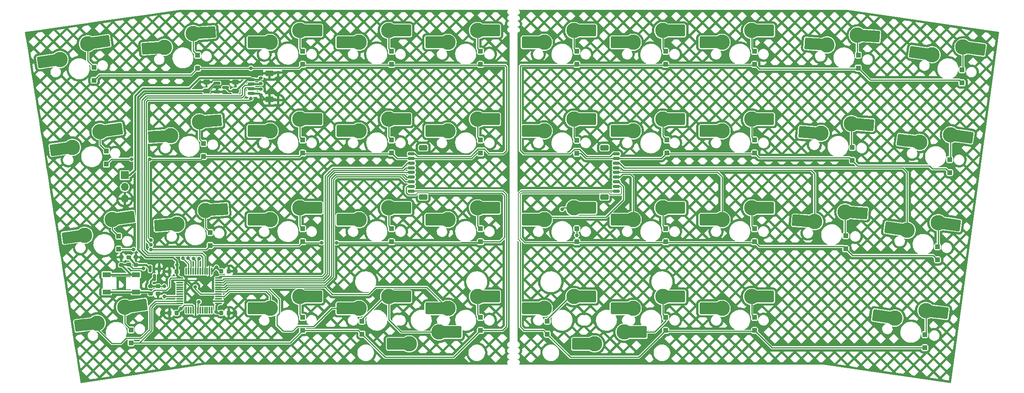
<source format=gbr>
%TF.GenerationSoftware,KiCad,Pcbnew,(7.0.0)*%
%TF.CreationDate,2023-08-19T14:18:26+02:00*%
%TF.ProjectId,tinyv pcb,74696e79-7620-4706-9362-2e6b69636164,rev?*%
%TF.SameCoordinates,Original*%
%TF.FileFunction,Copper,L2,Bot*%
%TF.FilePolarity,Positive*%
%FSLAX46Y46*%
G04 Gerber Fmt 4.6, Leading zero omitted, Abs format (unit mm)*
G04 Created by KiCad (PCBNEW (7.0.0)) date 2023-08-19 14:18:26*
%MOMM*%
%LPD*%
G01*
G04 APERTURE LIST*
G04 Aperture macros list*
%AMRoundRect*
0 Rectangle with rounded corners*
0 $1 Rounding radius*
0 $2 $3 $4 $5 $6 $7 $8 $9 X,Y pos of 4 corners*
0 Add a 4 corners polygon primitive as box body*
4,1,4,$2,$3,$4,$5,$6,$7,$8,$9,$2,$3,0*
0 Add four circle primitives for the rounded corners*
1,1,$1+$1,$2,$3*
1,1,$1+$1,$4,$5*
1,1,$1+$1,$6,$7*
1,1,$1+$1,$8,$9*
0 Add four rect primitives between the rounded corners*
20,1,$1+$1,$2,$3,$4,$5,0*
20,1,$1+$1,$4,$5,$6,$7,0*
20,1,$1+$1,$6,$7,$8,$9,0*
20,1,$1+$1,$8,$9,$2,$3,0*%
%AMRotRect*
0 Rectangle, with rotation*
0 The origin of the aperture is its center*
0 $1 length*
0 $2 width*
0 $3 Rotation angle, in degrees counterclockwise*
0 Add horizontal line*
21,1,$1,$2,0,0,$3*%
G04 Aperture macros list end*
%TA.AperFunction,ComponentPad*%
%ADD10C,3.300000*%
%TD*%
%TA.AperFunction,SMDPad,CuDef*%
%ADD11R,1.650000X2.500000*%
%TD*%
%TA.AperFunction,SMDPad,CuDef*%
%ADD12RoundRect,0.250000X1.025000X1.000000X-1.025000X1.000000X-1.025000X-1.000000X1.025000X-1.000000X0*%
%TD*%
%TA.AperFunction,SMDPad,CuDef*%
%ADD13RoundRect,0.250000X0.300000X-0.300000X0.300000X0.300000X-0.300000X0.300000X-0.300000X-0.300000X0*%
%TD*%
%TA.AperFunction,SMDPad,CuDef*%
%ADD14RotRect,1.650000X2.500000X4.000000*%
%TD*%
%TA.AperFunction,SMDPad,CuDef*%
%ADD15RoundRect,0.250000X0.952747X1.069064X-1.092260X0.926064X-0.952747X-1.069064X1.092260X-0.926064X0*%
%TD*%
%TA.AperFunction,SMDPad,CuDef*%
%ADD16RotRect,1.650000X2.500000X184.000000*%
%TD*%
%TA.AperFunction,SMDPad,CuDef*%
%ADD17RoundRect,0.150000X-0.625000X0.150000X-0.625000X-0.150000X0.625000X-0.150000X0.625000X0.150000X0*%
%TD*%
%TA.AperFunction,SMDPad,CuDef*%
%ADD18RoundRect,0.250000X-0.650000X0.350000X-0.650000X-0.350000X0.650000X-0.350000X0.650000X0.350000X0*%
%TD*%
%TA.AperFunction,SMDPad,CuDef*%
%ADD19R,1.800000X1.100000*%
%TD*%
%TA.AperFunction,SMDPad,CuDef*%
%ADD20RotRect,1.650000X2.500000X352.000000*%
%TD*%
%TA.AperFunction,SMDPad,CuDef*%
%ADD21RoundRect,0.250000X1.154198X0.847616X-0.875852X1.132920X-1.154198X-0.847616X0.875852X-1.132920X0*%
%TD*%
%TA.AperFunction,SMDPad,CuDef*%
%ADD22RotRect,1.650000X2.500000X172.000000*%
%TD*%
%TA.AperFunction,SMDPad,CuDef*%
%ADD23RotRect,1.650000X2.500000X8.000000*%
%TD*%
%TA.AperFunction,SMDPad,CuDef*%
%ADD24RoundRect,0.250000X0.875852X1.132920X-1.154198X0.847616X-0.875852X-1.132920X1.154198X-0.847616X0*%
%TD*%
%TA.AperFunction,SMDPad,CuDef*%
%ADD25RotRect,1.650000X2.500000X188.000000*%
%TD*%
%TA.AperFunction,SMDPad,CuDef*%
%ADD26RoundRect,0.150000X-0.150000X0.587500X-0.150000X-0.587500X0.150000X-0.587500X0.150000X0.587500X0*%
%TD*%
%TA.AperFunction,ComponentPad*%
%ADD27R,1.700000X1.700000*%
%TD*%
%TA.AperFunction,ComponentPad*%
%ADD28O,1.700000X1.700000*%
%TD*%
%TA.AperFunction,SMDPad,CuDef*%
%ADD29RoundRect,0.225000X-0.225000X-0.250000X0.225000X-0.250000X0.225000X0.250000X-0.225000X0.250000X0*%
%TD*%
%TA.AperFunction,SMDPad,CuDef*%
%ADD30RoundRect,0.250000X-1.025000X-1.000000X1.025000X-1.000000X1.025000X1.000000X-1.025000X1.000000X0*%
%TD*%
%TA.AperFunction,SMDPad,CuDef*%
%ADD31RotRect,1.650000X2.500000X356.000000*%
%TD*%
%TA.AperFunction,SMDPad,CuDef*%
%ADD32RoundRect,0.250000X1.092260X0.926064X-0.952747X1.069064X-1.092260X-0.926064X0.952747X-1.069064X0*%
%TD*%
%TA.AperFunction,SMDPad,CuDef*%
%ADD33RotRect,1.650000X2.500000X176.000000*%
%TD*%
%TA.AperFunction,SMDPad,CuDef*%
%ADD34RoundRect,0.225000X0.250000X-0.225000X0.250000X0.225000X-0.250000X0.225000X-0.250000X-0.225000X0*%
%TD*%
%TA.AperFunction,SMDPad,CuDef*%
%ADD35RoundRect,0.200000X0.275000X-0.200000X0.275000X0.200000X-0.275000X0.200000X-0.275000X-0.200000X0*%
%TD*%
%TA.AperFunction,SMDPad,CuDef*%
%ADD36RoundRect,0.250000X0.475000X-0.250000X0.475000X0.250000X-0.475000X0.250000X-0.475000X-0.250000X0*%
%TD*%
%TA.AperFunction,SMDPad,CuDef*%
%ADD37RoundRect,0.225000X0.225000X0.250000X-0.225000X0.250000X-0.225000X-0.250000X0.225000X-0.250000X0*%
%TD*%
%TA.AperFunction,SMDPad,CuDef*%
%ADD38RoundRect,0.150000X-0.275000X0.150000X-0.275000X-0.150000X0.275000X-0.150000X0.275000X0.150000X0*%
%TD*%
%TA.AperFunction,SMDPad,CuDef*%
%ADD39RoundRect,0.175000X-0.225000X0.175000X-0.225000X-0.175000X0.225000X-0.175000X0.225000X0.175000X0*%
%TD*%
%TA.AperFunction,SMDPad,CuDef*%
%ADD40RoundRect,0.150000X-0.587500X-0.150000X0.587500X-0.150000X0.587500X0.150000X-0.587500X0.150000X0*%
%TD*%
%TA.AperFunction,SMDPad,CuDef*%
%ADD41RoundRect,0.150000X0.625000X-0.150000X0.625000X0.150000X-0.625000X0.150000X-0.625000X-0.150000X0*%
%TD*%
%TA.AperFunction,SMDPad,CuDef*%
%ADD42RoundRect,0.250000X0.650000X-0.350000X0.650000X0.350000X-0.650000X0.350000X-0.650000X-0.350000X0*%
%TD*%
%TA.AperFunction,SMDPad,CuDef*%
%ADD43RoundRect,0.075000X0.075000X-0.662500X0.075000X0.662500X-0.075000X0.662500X-0.075000X-0.662500X0*%
%TD*%
%TA.AperFunction,SMDPad,CuDef*%
%ADD44RoundRect,0.075000X0.662500X-0.075000X0.662500X0.075000X-0.662500X0.075000X-0.662500X-0.075000X0*%
%TD*%
%TA.AperFunction,ViaPad*%
%ADD45C,0.800000*%
%TD*%
%TA.AperFunction,Conductor*%
%ADD46C,0.250000*%
%TD*%
%TA.AperFunction,Conductor*%
%ADD47C,0.200000*%
%TD*%
%TA.AperFunction,Conductor*%
%ADD48C,0.381000*%
%TD*%
G04 APERTURE END LIST*
D10*
%TO.P,MX4,1,1*%
%TO.N,COL3*%
X120015000Y-28416250D03*
D11*
X118189999Y-28416249D03*
D12*
X116465000Y-28416250D03*
%TO.P,MX4,2,2*%
%TO.N,Net-(D4-A)*%
X129915000Y-25876250D03*
D11*
X128164999Y-25876249D03*
D10*
X126365000Y-25876250D03*
%TD*%
D13*
%TO.P,D21,1,K*%
%TO.N,ROW2*%
X68505464Y-72837500D03*
%TO.P,D21,2,A*%
%TO.N,Net-(D21-A)*%
X68505464Y-70037500D03*
%TD*%
%TO.P,D34,1,K*%
%TO.N,ROW3*%
X120650000Y-91093750D03*
%TO.P,D34,2,A*%
%TO.N,Net-(D34-A)*%
X120650000Y-88293750D03*
%TD*%
D10*
%TO.P,MX23,1,1*%
%TO.N,COL2*%
X100965000Y-66516250D03*
D11*
X99139999Y-66516249D03*
D12*
X97415000Y-66516250D03*
%TO.P,MX23,2,2*%
%TO.N,Net-(D23-A)*%
X110865000Y-63976250D03*
D11*
X109114999Y-63976249D03*
D10*
X107315000Y-63976250D03*
%TD*%
D13*
%TO.P,D8,1,K*%
%TO.N,ROW0*%
X204787500Y-33150000D03*
%TO.P,D8,2,A*%
%TO.N,Net-(D8-A)*%
X204787500Y-30350000D03*
%TD*%
D10*
%TO.P,MX12,1,1*%
%TO.N,COL1*%
X79627503Y-48476446D03*
D14*
X77806947Y-48603751D03*
D15*
X76086150Y-48724082D03*
%TO.P,MX12,2,2*%
%TO.N,Net-(D12-A)*%
X89326205Y-45252045D03*
D16*
X87580467Y-45374118D03*
D10*
X85784853Y-45499680D03*
%TD*%
D17*
%TO.P,J6,1,Pin_1*%
%TO.N,ROW0*%
X175156250Y-52356250D03*
%TO.P,J6,2,Pin_2*%
%TO.N,ROW1*%
X175156250Y-53356250D03*
%TO.P,J6,3,Pin_3*%
%TO.N,COL9*%
X175156250Y-54356250D03*
%TO.P,J6,4,Pin_4*%
%TO.N,COL8*%
X175156250Y-55356250D03*
%TO.P,J6,5,Pin_5*%
%TO.N,COL7*%
X175156250Y-56356250D03*
%TO.P,J6,6,Pin_6*%
%TO.N,COL6*%
X175156250Y-57356250D03*
%TO.P,J6,7,Pin_7*%
%TO.N,COL5*%
X175156250Y-58356250D03*
%TO.P,J6,8,Pin_8*%
%TO.N,ROW2*%
X175156250Y-59356250D03*
%TO.P,J6,9,Pin_9*%
%TO.N,ROW3*%
X175156250Y-60356250D03*
D18*
%TO.P,J6,MP*%
%TO.N,N/C*%
X172631250Y-51056250D03*
X172631250Y-61656250D03*
%TD*%
D13*
%TO.P,D33,1,K*%
%TO.N,ROW3*%
X107950000Y-90300000D03*
%TO.P,D33,2,A*%
%TO.N,Net-(D33-A)*%
X107950000Y-87500000D03*
%TD*%
%TO.P,D23,1,K*%
%TO.N,ROW2*%
X107950000Y-71250000D03*
%TO.P,D23,2,A*%
%TO.N,Net-(D23-A)*%
X107950000Y-68450000D03*
%TD*%
D10*
%TO.P,MX34,1,1*%
%TO.N,COL3*%
X120015000Y-85566250D03*
D11*
X118189999Y-85566249D03*
D12*
X116465000Y-85566250D03*
%TO.P,MX34,2,2*%
%TO.N,Net-(D34-A)*%
X129915000Y-83026250D03*
D11*
X128164999Y-83026249D03*
D10*
X126365000Y-83026250D03*
%TD*%
D13*
%TO.P,D2,1,K*%
%TO.N,ROW0*%
X85421634Y-33998148D03*
%TO.P,D2,2,A*%
%TO.N,Net-(D2-A)*%
X85421634Y-31198148D03*
%TD*%
D10*
%TO.P,MX8,1,1*%
%TO.N,COL7*%
X197802500Y-28416250D03*
D11*
X195977499Y-28416249D03*
D12*
X194252500Y-28416250D03*
%TO.P,MX8,2,2*%
%TO.N,Net-(D8-A)*%
X207702500Y-25876250D03*
D11*
X205952499Y-25876249D03*
D10*
X204152500Y-25876250D03*
%TD*%
D19*
%TO.P,SW1,1,1*%
%TO.N,BOOT0*%
X72156249Y-78318749D03*
X65956249Y-78318749D03*
%TO.P,SW1,2,2*%
%TO.N,+3V3*%
X72156249Y-82018749D03*
X65956249Y-82018749D03*
%TD*%
D10*
%TO.P,MX40,1,1*%
%TO.N,COL9*%
X234858766Y-87641325D03*
D20*
X233051526Y-87387333D03*
D21*
X231343315Y-87147260D03*
%TO.P,MX40,2,2*%
%TO.N,Net-(D40-A)*%
X245015920Y-86503857D03*
D22*
X243282950Y-86260303D03*
D10*
X241500468Y-86009793D03*
%TD*%
D13*
%TO.P,D28,1,K*%
%TO.N,ROW2*%
X204787500Y-71250000D03*
%TO.P,D28,2,A*%
%TO.N,Net-(D28-A)*%
X204787500Y-68450000D03*
%TD*%
D10*
%TO.P,MX15,1,1*%
%TO.N,COL4*%
X139065000Y-47466250D03*
D11*
X137239999Y-47466249D03*
D12*
X135515000Y-47466250D03*
%TO.P,MX15,2,2*%
%TO.N,Net-(D15-A)*%
X148965000Y-44926250D03*
D11*
X147214999Y-44926249D03*
D10*
X145415000Y-44926250D03*
%TD*%
%TO.P,MX27,1,1*%
%TO.N,COL6*%
X178752500Y-66516250D03*
D11*
X176927499Y-66516249D03*
D12*
X175202500Y-66516250D03*
%TO.P,MX27,2,2*%
%TO.N,Net-(D27-A)*%
X188652500Y-63976250D03*
D11*
X186902499Y-63976249D03*
D10*
X185102500Y-63976250D03*
%TD*%
%TO.P,MX1,1,1*%
%TO.N,COL0*%
X55918235Y-32108839D03*
D23*
X54110995Y-32362829D03*
D24*
X52402783Y-32602903D03*
%TO.P,MX1,2,2*%
%TO.N,Net-(D1-A)*%
X65368389Y-28215744D03*
D25*
X63635419Y-28459296D03*
D10*
X61852938Y-28709809D03*
%TD*%
D26*
%TO.P,Q1,1,G*%
%TO.N,Net-(Q1-G)*%
X75250000Y-77035314D03*
%TO.P,Q1,2,S*%
%TO.N,GND*%
X77150000Y-77035314D03*
%TO.P,Q1,3,D*%
%TO.N,NRST*%
X76200000Y-78910314D03*
%TD*%
D10*
%TO.P,MX17,1,1*%
%TO.N,COL6*%
X178752500Y-47466250D03*
D11*
X176927499Y-47466249D03*
D12*
X175202500Y-47466250D03*
%TO.P,MX17,2,2*%
%TO.N,Net-(D17-A)*%
X188652500Y-44926250D03*
D11*
X186902499Y-44926249D03*
D10*
X185102500Y-44926250D03*
%TD*%
D27*
%TO.P,J3,1,Pin_1*%
%TO.N,+5V*%
X69811963Y-56944999D03*
D28*
%TO.P,J3,2,Pin_2*%
%TO.N,underglow*%
X69811963Y-59484999D03*
%TO.P,J3,3,Pin_3*%
%TO.N,GND*%
X69811963Y-62024999D03*
%TD*%
D10*
%TO.P,MX14,1,1*%
%TO.N,COL3*%
X120015000Y-47466250D03*
D11*
X118189999Y-47466249D03*
D12*
X116465000Y-47466250D03*
%TO.P,MX14,2,2*%
%TO.N,Net-(D14-A)*%
X129915000Y-44926250D03*
D11*
X128164999Y-44926249D03*
D10*
X126365000Y-44926250D03*
%TD*%
%TO.P,MX22,1,1*%
%TO.N,COL1*%
X80978269Y-67494740D03*
D14*
X79157713Y-67622045D03*
D15*
X77436916Y-67742376D03*
%TO.P,MX22,2,2*%
%TO.N,Net-(D22-A)*%
X90676971Y-64270339D03*
D16*
X88931233Y-64392412D03*
D10*
X87135619Y-64517974D03*
%TD*%
D29*
%TO.P,C4,1*%
%TO.N,+3V3*%
X90506250Y-86518750D03*
%TO.P,C4,2*%
%TO.N,GND*%
X92056250Y-86518750D03*
%TD*%
D10*
%TO.P,MX3,1,1*%
%TO.N,COL2*%
X100965000Y-28416250D03*
D11*
X99139999Y-28416249D03*
D12*
X97415000Y-28416250D03*
%TO.P,MX3,2,2*%
%TO.N,Net-(D3-A)*%
X110865000Y-25876250D03*
D11*
X109114999Y-25876249D03*
D10*
X107315000Y-25876250D03*
%TD*%
D13*
%TO.P,D10,1,K*%
%TO.N,ROW0*%
X249237500Y-37118750D03*
%TO.P,D10,2,A*%
%TO.N,Net-(D10-A)*%
X249237500Y-34318750D03*
%TD*%
%TO.P,D6,1,K*%
%TO.N,ROW0*%
X166687500Y-33150000D03*
%TO.P,D6,2,A*%
%TO.N,Net-(D6-A)*%
X166687500Y-30350000D03*
%TD*%
D10*
%TO.P,MX28,1,1*%
%TO.N,COL7*%
X197802500Y-66516250D03*
D11*
X195977499Y-66516249D03*
D12*
X194252500Y-66516250D03*
%TO.P,MX28,2,2*%
%TO.N,Net-(D28-A)*%
X207702500Y-63976250D03*
D11*
X205952499Y-63976249D03*
D10*
X204152500Y-63976250D03*
%TD*%
D13*
%TO.P,D20,1,K*%
%TO.N,ROW1*%
X246617400Y-56391910D03*
%TO.P,D20,2,A*%
%TO.N,Net-(D20-A)*%
X246617400Y-53591910D03*
%TD*%
%TO.P,D1,1,K*%
%TO.N,ROW0*%
X63235561Y-36559733D03*
%TO.P,D1,2,A*%
%TO.N,Net-(D1-A)*%
X63235561Y-33759733D03*
%TD*%
D10*
%TO.P,MX39,1,1*%
%TO.N,Net-(D37-A)*%
X176847500Y-90646250D03*
D11*
X178672499Y-90646249D03*
D30*
X180397500Y-90646250D03*
%TO.P,MX39,2,2*%
%TO.N,COL6*%
X166947500Y-93186250D03*
D11*
X168697499Y-93186249D03*
D10*
X170497500Y-93186250D03*
%TD*%
D13*
%TO.P,D30,1,K*%
%TO.N,ROW2*%
X243980283Y-75125302D03*
%TO.P,D30,2,A*%
%TO.N,Net-(D30-A)*%
X243980283Y-72325302D03*
%TD*%
%TO.P,D12,1,K*%
%TO.N,ROW1*%
X86706202Y-52918434D03*
%TO.P,D12,2,A*%
%TO.N,Net-(D12-A)*%
X86706202Y-50118434D03*
%TD*%
%TO.P,D4,1,K*%
%TO.N,ROW0*%
X127000000Y-33150000D03*
%TO.P,D4,2,A*%
%TO.N,Net-(D4-A)*%
X127000000Y-30350000D03*
%TD*%
D10*
%TO.P,MX30,1,1*%
%TO.N,COL9*%
X237497998Y-68778221D03*
D20*
X235690758Y-68524229D03*
D21*
X233982547Y-68284156D03*
%TO.P,MX30,2,2*%
%TO.N,Net-(D30-A)*%
X247655152Y-67640753D03*
D22*
X245922182Y-67397199D03*
D10*
X244139700Y-67146689D03*
%TD*%
D13*
%TO.P,D22,1,K*%
%TO.N,ROW2*%
X88106250Y-72043750D03*
%TO.P,D22,2,A*%
%TO.N,Net-(D22-A)*%
X88106250Y-69243750D03*
%TD*%
%TO.P,D16,1,K*%
%TO.N,ROW1*%
X166713163Y-52276990D03*
%TO.P,D16,2,A*%
%TO.N,Net-(D16-A)*%
X166713163Y-49476990D03*
%TD*%
%TO.P,D37,1,K*%
%TO.N,ROW3*%
X185737500Y-90300000D03*
%TO.P,D37,2,A*%
%TO.N,Net-(D37-A)*%
X185737500Y-87500000D03*
%TD*%
D10*
%TO.P,MX29,1,1*%
%TO.N,COL8*%
X217678079Y-66938277D03*
D31*
X215857524Y-66810971D03*
D32*
X214136727Y-66690642D03*
%TO.P,MX29,2,2*%
%TO.N,Net-(D29-A)*%
X227731145Y-65095054D03*
D33*
X225985407Y-64972979D03*
D10*
X224189793Y-64847418D03*
%TD*%
D34*
%TO.P,C8,1*%
%TO.N,GND*%
X76914812Y-82369880D03*
%TO.P,C8,2*%
%TO.N,NRST*%
X76914812Y-80819880D03*
%TD*%
D13*
%TO.P,D38,1,K*%
%TO.N,ROW3*%
X204787500Y-90300000D03*
%TO.P,D38,2,A*%
%TO.N,Net-(D38-A)*%
X204787500Y-87500000D03*
%TD*%
D17*
%TO.P,J1,1,Pin_1*%
%TO.N,+5V*%
X96960197Y-36387500D03*
%TO.P,J1,2,Pin_2*%
%TO.N,D_N*%
X96960197Y-37387500D03*
%TO.P,J1,3,Pin_3*%
%TO.N,D_P*%
X96960197Y-38387500D03*
%TO.P,J1,4,Pin_4*%
%TO.N,GND*%
X96960197Y-39387500D03*
D18*
%TO.P,J1,MP,MountPin*%
X100835197Y-35087500D03*
X100835197Y-40687500D03*
%TD*%
D10*
%TO.P,MX35,1,1*%
%TO.N,COL4*%
X139065000Y-85566250D03*
D11*
X137239999Y-85566249D03*
D12*
X135515000Y-85566250D03*
%TO.P,MX35,2,2*%
%TO.N,Net-(D35-A)*%
X148965000Y-83026250D03*
D11*
X147214999Y-83026249D03*
D10*
X145415000Y-83026250D03*
%TD*%
D13*
%TO.P,D17,1,K*%
%TO.N,ROW1*%
X185991623Y-52200000D03*
%TO.P,D17,2,A*%
%TO.N,Net-(D17-A)*%
X185991623Y-49400000D03*
%TD*%
D10*
%TO.P,MX20,1,1*%
%TO.N,COL9*%
X240162150Y-49915116D03*
D20*
X238354910Y-49661124D03*
D21*
X236646699Y-49421051D03*
%TO.P,MX20,2,2*%
%TO.N,Net-(D20-A)*%
X250319304Y-48777648D03*
D22*
X248586334Y-48534094D03*
D10*
X246803852Y-48283584D03*
%TD*%
%TO.P,MX24,1,1*%
%TO.N,COL3*%
X120015000Y-66516250D03*
D11*
X118189999Y-66516249D03*
D12*
X116465000Y-66516250D03*
%TO.P,MX24,2,2*%
%TO.N,Net-(D24-A)*%
X129915000Y-63976250D03*
D11*
X128164999Y-63976249D03*
D10*
X126365000Y-63976250D03*
%TD*%
%TO.P,MX26,1,1*%
%TO.N,COL5*%
X159702500Y-66516250D03*
D11*
X157877499Y-66516249D03*
D12*
X156152500Y-66516250D03*
%TO.P,MX26,2,2*%
%TO.N,Net-(D26-A)*%
X169602500Y-63976250D03*
D11*
X167852499Y-63976249D03*
D10*
X166052500Y-63976250D03*
%TD*%
D35*
%TO.P,R1,1*%
%TO.N,+3V3*%
X75327312Y-82419880D03*
%TO.P,R1,2*%
%TO.N,NRST*%
X75327312Y-80769880D03*
%TD*%
D36*
%TO.P,C2,1*%
%TO.N,+3V3*%
X87312500Y-38843750D03*
%TO.P,C2,2*%
%TO.N,GND*%
X87312500Y-36943750D03*
%TD*%
D13*
%TO.P,D27,1,K*%
%TO.N,ROW2*%
X185737500Y-71250000D03*
%TO.P,D27,2,A*%
%TO.N,Net-(D27-A)*%
X185737500Y-68450000D03*
%TD*%
%TO.P,D19,1,K*%
%TO.N,ROW1*%
X225736492Y-53787499D03*
%TO.P,D19,2,A*%
%TO.N,Net-(D19-A)*%
X225736492Y-50987499D03*
%TD*%
D37*
%TO.P,C3,1*%
%TO.N,+3V3*%
X80943750Y-77658750D03*
%TO.P,C3,2*%
%TO.N,GND*%
X79393750Y-77658750D03*
%TD*%
D13*
%TO.P,D40,1,K*%
%TO.N,ROW3*%
X241271408Y-93997194D03*
%TO.P,D40,2,A*%
%TO.N,Net-(D40-A)*%
X241271408Y-91197194D03*
%TD*%
D10*
%TO.P,MX5,1,1*%
%TO.N,COL4*%
X139065000Y-28416250D03*
D11*
X137239999Y-28416249D03*
D12*
X135515000Y-28416250D03*
%TO.P,MX5,2,2*%
%TO.N,Net-(D5-A)*%
X148965000Y-25876250D03*
D11*
X147214999Y-25876249D03*
D10*
X145415000Y-25876250D03*
%TD*%
%TO.P,MX37,1,1*%
%TO.N,COL6*%
X178752500Y-85566250D03*
D11*
X176927499Y-85566249D03*
D12*
X175202500Y-85566250D03*
%TO.P,MX37,2,2*%
%TO.N,Net-(D37-A)*%
X188652500Y-83026250D03*
D11*
X186902499Y-83026249D03*
D10*
X185102500Y-83026250D03*
%TD*%
D13*
%TO.P,D3,1,K*%
%TO.N,ROW0*%
X107950000Y-33150000D03*
%TO.P,D3,2,A*%
%TO.N,Net-(D3-A)*%
X107950000Y-30350000D03*
%TD*%
D10*
%TO.P,MX7,1,1*%
%TO.N,COL6*%
X178752500Y-28416250D03*
D11*
X176927499Y-28416249D03*
D12*
X175202500Y-28416250D03*
%TO.P,MX7,2,2*%
%TO.N,Net-(D7-A)*%
X188652500Y-25876250D03*
D11*
X186902499Y-25876249D03*
D10*
X185102500Y-25876250D03*
%TD*%
D13*
%TO.P,D24,1,K*%
%TO.N,ROW2*%
X127000000Y-71250000D03*
%TO.P,D24,2,A*%
%TO.N,Net-(D24-A)*%
X127000000Y-68450000D03*
%TD*%
%TO.P,D29,1,K*%
%TO.N,ROW2*%
X224322872Y-72762184D03*
%TO.P,D29,2,A*%
%TO.N,Net-(D29-A)*%
X224322872Y-69962184D03*
%TD*%
%TO.P,D15,1,K*%
%TO.N,ROW1*%
X146050000Y-52200000D03*
%TO.P,D15,2,A*%
%TO.N,Net-(D15-A)*%
X146050000Y-49400000D03*
%TD*%
D38*
%TO.P,J2,1,Pin_1*%
%TO.N,+5V*%
X98931250Y-36087500D03*
%TO.P,J2,2,Pin_2*%
%TO.N,D_N*%
X98931250Y-37287500D03*
%TO.P,J2,3,Pin_3*%
%TO.N,D_P*%
X98931250Y-38487500D03*
%TO.P,J2,4,Pin_4*%
%TO.N,GND*%
X98931250Y-39687500D03*
D39*
%TO.P,J2,MP,MountPin*%
X102706250Y-34937500D03*
X102706250Y-40837500D03*
%TD*%
D29*
%TO.P,C6,1*%
%TO.N,+3V3*%
X90524091Y-77609086D03*
%TO.P,C6,2*%
%TO.N,GND*%
X92074091Y-77609086D03*
%TD*%
D35*
%TO.P,R2,1*%
%TO.N,BOOT0*%
X69056250Y-76212500D03*
%TO.P,R2,2*%
%TO.N,GND*%
X69056250Y-74562500D03*
%TD*%
D40*
%TO.P,U2,1,GND*%
%TO.N,GND*%
X89550000Y-39050000D03*
%TO.P,U2,2,VO*%
%TO.N,+3V3*%
X89550000Y-37150000D03*
%TO.P,U2,3,VI*%
%TO.N,+5V*%
X91425000Y-38100000D03*
%TD*%
D35*
%TO.P,R3,1*%
%TO.N,Net-(Q1-G)*%
X72231250Y-76212500D03*
%TO.P,R3,2*%
%TO.N,GND*%
X72231250Y-74562500D03*
%TD*%
D10*
%TO.P,MX2,1,1*%
%TO.N,COL1*%
X78291756Y-29481958D03*
D14*
X76471200Y-29609263D03*
D15*
X74750403Y-29729594D03*
%TO.P,MX2,2,2*%
%TO.N,Net-(D2-A)*%
X87990458Y-26257557D03*
D16*
X86244720Y-26379630D03*
D10*
X84449106Y-26505192D03*
%TD*%
D13*
%TO.P,D36,1,K*%
%TO.N,ROW3*%
X160337500Y-91093750D03*
%TO.P,D36,2,A*%
%TO.N,Net-(D36-A)*%
X160337500Y-88293750D03*
%TD*%
D41*
%TO.P,J5,1,Pin_1*%
%TO.N,ROW3*%
X131231250Y-60356250D03*
%TO.P,J5,2,Pin_2*%
%TO.N,ROW2*%
X131231250Y-59356250D03*
%TO.P,J5,3,Pin_3*%
%TO.N,COL5*%
X131231250Y-58356250D03*
%TO.P,J5,4,Pin_4*%
%TO.N,COL6*%
X131231250Y-57356250D03*
%TO.P,J5,5,Pin_5*%
%TO.N,COL7*%
X131231250Y-56356250D03*
%TO.P,J5,6,Pin_6*%
%TO.N,COL8*%
X131231250Y-55356250D03*
%TO.P,J5,7,Pin_7*%
%TO.N,COL9*%
X131231250Y-54356250D03*
%TO.P,J5,8,Pin_8*%
%TO.N,ROW1*%
X131231250Y-53356250D03*
%TO.P,J5,9,Pin_9*%
%TO.N,ROW0*%
X131231250Y-52356250D03*
D42*
%TO.P,J5,MP*%
%TO.N,N/C*%
X133756250Y-61656250D03*
X133756250Y-51056250D03*
%TD*%
D10*
%TO.P,MX21,1,1*%
%TO.N,COL0*%
X61212831Y-69846063D03*
D23*
X59405591Y-70100053D03*
D24*
X57697379Y-70340127D03*
%TO.P,MX21,2,2*%
%TO.N,Net-(D21-A)*%
X70662985Y-65952968D03*
D25*
X68930015Y-66196520D03*
D10*
X67147534Y-66447033D03*
%TD*%
D13*
%TO.P,D7,1,K*%
%TO.N,ROW0*%
X185737500Y-33150000D03*
%TO.P,D7,2,A*%
%TO.N,Net-(D7-A)*%
X185737500Y-30350000D03*
%TD*%
%TO.P,D5,1,K*%
%TO.N,ROW0*%
X146050000Y-33150000D03*
%TO.P,D5,2,A*%
%TO.N,Net-(D5-A)*%
X146050000Y-30350000D03*
%TD*%
D43*
%TO.P,U1,1,VBAT*%
%TO.N,unconnected-(U1-VBAT-Pad1)*%
X88475000Y-85918750D03*
%TO.P,U1,2,PC13*%
%TO.N,unconnected-(U1-PC13-Pad2)*%
X87975000Y-85918750D03*
%TO.P,U1,3,PC14*%
%TO.N,unconnected-(U1-PC14-Pad3)*%
X87475000Y-85918750D03*
%TO.P,U1,4,PC15*%
%TO.N,unconnected-(U1-PC15-Pad4)*%
X86975000Y-85918750D03*
%TO.P,U1,5,PF0*%
%TO.N,unconnected-(U1-PF0-Pad5)*%
X86475000Y-85918750D03*
%TO.P,U1,6,PF1*%
%TO.N,unconnected-(U1-PF1-Pad6)*%
X85975000Y-85918750D03*
%TO.P,U1,7,NRST*%
%TO.N,NRST*%
X85475000Y-85918750D03*
%TO.P,U1,8,VSSA*%
%TO.N,GND*%
X84975000Y-85918750D03*
%TO.P,U1,9,VDDA*%
%TO.N,+3V3*%
X84475000Y-85918750D03*
%TO.P,U1,10,PA0*%
%TO.N,unconnected-(U1-PA0-Pad10)*%
X83975000Y-85918750D03*
%TO.P,U1,11,PA1*%
%TO.N,unconnected-(U1-PA1-Pad11)*%
X83475000Y-85918750D03*
%TO.P,U1,12,PA2*%
%TO.N,unconnected-(U1-PA2-Pad12)*%
X82975000Y-85918750D03*
D44*
%TO.P,U1,13,PA3*%
%TO.N,ROW3*%
X81562500Y-84506250D03*
%TO.P,U1,14,PA4*%
%TO.N,COL0*%
X81562500Y-84006250D03*
%TO.P,U1,15,PA5*%
%TO.N,unconnected-(U1-PA5-Pad15)*%
X81562500Y-83506250D03*
%TO.P,U1,16,PA6*%
%TO.N,underglow*%
X81562500Y-83006250D03*
%TO.P,U1,17,PA7*%
%TO.N,unconnected-(U1-PA7-Pad17)*%
X81562500Y-82506250D03*
%TO.P,U1,18,PB0*%
%TO.N,unconnected-(U1-PB0-Pad18)*%
X81562500Y-82006250D03*
%TO.P,U1,19,PB1*%
%TO.N,unconnected-(U1-PB1-Pad19)*%
X81562500Y-81506250D03*
%TO.P,U1,20,PB2*%
%TO.N,unconnected-(U1-PB2-Pad20)*%
X81562500Y-81006250D03*
%TO.P,U1,21,PB10*%
%TO.N,unconnected-(U1-PB10-Pad21)*%
X81562500Y-80506250D03*
%TO.P,U1,22,PB11*%
%TO.N,unconnected-(U1-PB11-Pad22)*%
X81562500Y-80006250D03*
%TO.P,U1,23,VSS*%
%TO.N,GND*%
X81562500Y-79506250D03*
%TO.P,U1,24,VDD*%
%TO.N,+3V3*%
X81562500Y-79006250D03*
D43*
%TO.P,U1,25,PB12*%
%TO.N,unconnected-(U1-PB12-Pad25)*%
X82975000Y-77593750D03*
%TO.P,U1,26,PB13*%
%TO.N,ROW2*%
X83475000Y-77593750D03*
%TO.P,U1,27,PB14*%
%TO.N,ROW0*%
X83975000Y-77593750D03*
%TO.P,U1,28,PB15*%
%TO.N,unconnected-(U1-PB15-Pad28)*%
X84475000Y-77593750D03*
%TO.P,U1,29,PA8*%
%TO.N,ROW1*%
X84975000Y-77593750D03*
%TO.P,U1,30,PA9*%
%TO.N,COL1*%
X85475000Y-77593750D03*
%TO.P,U1,31,PA10*%
%TO.N,unconnected-(U1-PA10-Pad31)*%
X85975000Y-77593750D03*
%TO.P,U1,32,PA11*%
%TO.N,D_N*%
X86475000Y-77593750D03*
%TO.P,U1,33,PA12*%
%TO.N,D_P*%
X86975000Y-77593750D03*
%TO.P,U1,34,PA13*%
%TO.N,unconnected-(U1-PA13-Pad34)*%
X87475000Y-77593750D03*
%TO.P,U1,35,VSS*%
%TO.N,GND*%
X87975000Y-77593750D03*
%TO.P,U1,36,VDDIO2*%
%TO.N,+3V3*%
X88475000Y-77593750D03*
D44*
%TO.P,U1,37,PA14*%
%TO.N,COL9*%
X89887500Y-79006250D03*
%TO.P,U1,38,PA15*%
%TO.N,COL8*%
X89887500Y-79506250D03*
%TO.P,U1,39,PB3*%
%TO.N,COL7*%
X89887500Y-80006250D03*
%TO.P,U1,40,PB4*%
%TO.N,COL6*%
X89887500Y-80506250D03*
%TO.P,U1,41,PB5*%
%TO.N,COL5*%
X89887500Y-81006250D03*
%TO.P,U1,42,PB6*%
%TO.N,COL4*%
X89887500Y-81506250D03*
%TO.P,U1,43,PB7*%
%TO.N,COL3*%
X89887500Y-82006250D03*
%TO.P,U1,44,BOOT0*%
%TO.N,BOOT0*%
X89887500Y-82506250D03*
%TO.P,U1,45,PB8*%
%TO.N,COL2*%
X89887500Y-83006250D03*
%TO.P,U1,46,PB9*%
%TO.N,unconnected-(U1-PB9-Pad46)*%
X89887500Y-83506250D03*
%TO.P,U1,47,VSS*%
%TO.N,GND*%
X89887500Y-84006250D03*
%TO.P,U1,48,VDD*%
%TO.N,+3V3*%
X89887500Y-84506250D03*
%TD*%
D10*
%TO.P,MX33,1,1*%
%TO.N,COL2*%
X100965000Y-85566250D03*
D11*
X99139999Y-85566249D03*
D12*
X97415000Y-85566250D03*
%TO.P,MX33,2,2*%
%TO.N,Net-(D33-A)*%
X110865000Y-83026250D03*
D11*
X109114999Y-83026249D03*
D10*
X107315000Y-83026250D03*
%TD*%
D13*
%TO.P,D25,1,K*%
%TO.N,ROW2*%
X146050000Y-71250000D03*
%TO.P,D25,2,A*%
%TO.N,Net-(D25-A)*%
X146050000Y-68450000D03*
%TD*%
D10*
%TO.P,MX38,1,1*%
%TO.N,COL7*%
X197802500Y-85566250D03*
D11*
X195977499Y-85566249D03*
D12*
X194252500Y-85566250D03*
%TO.P,MX38,2,2*%
%TO.N,Net-(D38-A)*%
X207702500Y-83026250D03*
D11*
X205952499Y-83026249D03*
D10*
X204152500Y-83026250D03*
%TD*%
%TO.P,MX10,1,1*%
%TO.N,COL9*%
X242796279Y-31057371D03*
D20*
X240989039Y-30803379D03*
D21*
X239280828Y-30563306D03*
%TO.P,MX10,2,2*%
%TO.N,Net-(D10-A)*%
X252953433Y-29919903D03*
D22*
X251220463Y-29676349D03*
D10*
X249437981Y-29425839D03*
%TD*%
D13*
%TO.P,D14,1,K*%
%TO.N,ROW1*%
X127000000Y-52200000D03*
%TO.P,D14,2,A*%
%TO.N,Net-(D14-A)*%
X127000000Y-49400000D03*
%TD*%
D10*
%TO.P,MX18,1,1*%
%TO.N,COL7*%
X197802500Y-47466250D03*
D11*
X195977499Y-47466249D03*
D12*
X194252500Y-47466250D03*
%TO.P,MX18,2,2*%
%TO.N,Net-(D18-A)*%
X207702500Y-44926250D03*
D11*
X205952499Y-44926249D03*
D10*
X204152500Y-44926250D03*
%TD*%
D13*
%TO.P,D9,1,K*%
%TO.N,ROW0*%
X227012500Y-33943750D03*
%TO.P,D9,2,A*%
%TO.N,Net-(D9-A)*%
X227012500Y-31143750D03*
%TD*%
D10*
%TO.P,MX32,1,1*%
%TO.N,Net-(D34-A)*%
X137160000Y-90646250D03*
D11*
X138984999Y-90646249D03*
D30*
X140710000Y-90646250D03*
%TO.P,MX32,2,2*%
%TO.N,COL3*%
X127260000Y-93186250D03*
D11*
X129009999Y-93186249D03*
D10*
X130810000Y-93186250D03*
%TD*%
%TO.P,MX31,1,1*%
%TO.N,COL0*%
X63884326Y-88716842D03*
D23*
X62077086Y-88970832D03*
D24*
X60368874Y-89210906D03*
%TO.P,MX31,2,2*%
%TO.N,Net-(D31-A)*%
X73334480Y-84823747D03*
D25*
X71601510Y-85067299D03*
D10*
X69819029Y-85317812D03*
%TD*%
D13*
%TO.P,D35,1,K*%
%TO.N,ROW3*%
X146050000Y-90300000D03*
%TO.P,D35,2,A*%
%TO.N,Net-(D35-A)*%
X146050000Y-87500000D03*
%TD*%
%TO.P,D31,1,K*%
%TO.N,ROW3*%
X71138466Y-92960479D03*
%TO.P,D31,2,A*%
%TO.N,Net-(D31-A)*%
X71138466Y-90160479D03*
%TD*%
D10*
%TO.P,MX36,1,1*%
%TO.N,COL5*%
X159702500Y-85566250D03*
D11*
X157877499Y-85566249D03*
D12*
X156152500Y-85566250D03*
%TO.P,MX36,2,2*%
%TO.N,Net-(D36-A)*%
X169602500Y-83026250D03*
D11*
X167852499Y-83026249D03*
D10*
X166052500Y-83026250D03*
%TD*%
%TO.P,MX11,1,1*%
%TO.N,COL0*%
X58592288Y-50963156D03*
D23*
X56785048Y-51217146D03*
D24*
X55076836Y-51457220D03*
%TO.P,MX11,2,2*%
%TO.N,Net-(D11-A)*%
X68042442Y-47070061D03*
D25*
X66309472Y-47313613D03*
D10*
X64526991Y-47564126D03*
%TD*%
%TO.P,MX16,1,1*%
%TO.N,COL5*%
X159702500Y-47466250D03*
D11*
X157877499Y-47466249D03*
D12*
X156152500Y-47466250D03*
%TO.P,MX16,2,2*%
%TO.N,Net-(D16-A)*%
X169602500Y-44926250D03*
D11*
X167852499Y-44926249D03*
D10*
X166052500Y-44926250D03*
%TD*%
D34*
%TO.P,C7,1*%
%TO.N,BOOT0*%
X70643750Y-76162500D03*
%TO.P,C7,2*%
%TO.N,Net-(Q1-G)*%
X70643750Y-74612500D03*
%TD*%
D13*
%TO.P,D11,1,K*%
%TO.N,ROW1*%
X65881250Y-54581250D03*
%TO.P,D11,2,A*%
%TO.N,Net-(D11-A)*%
X65881250Y-51781250D03*
%TD*%
D10*
%TO.P,MX25,1,1*%
%TO.N,COL4*%
X139065000Y-66516250D03*
D11*
X137239999Y-66516249D03*
D12*
X135515000Y-66516250D03*
%TO.P,MX25,2,2*%
%TO.N,Net-(D25-A)*%
X148965000Y-63976250D03*
D11*
X147214999Y-63976249D03*
D10*
X145415000Y-63976250D03*
%TD*%
%TO.P,MX9,1,1*%
%TO.N,COL8*%
X220313639Y-28962874D03*
D31*
X218493084Y-28835568D03*
D32*
X216772287Y-28715239D03*
%TO.P,MX9,2,2*%
%TO.N,Net-(D9-A)*%
X230366705Y-27119651D03*
D33*
X228620967Y-26997576D03*
D10*
X226825353Y-26872015D03*
%TD*%
D13*
%TO.P,D18,1,K*%
%TO.N,ROW1*%
X204787500Y-52200000D03*
%TO.P,D18,2,A*%
%TO.N,Net-(D18-A)*%
X204787500Y-49400000D03*
%TD*%
%TO.P,D13,1,K*%
%TO.N,ROW1*%
X107950000Y-52200000D03*
%TO.P,D13,2,A*%
%TO.N,Net-(D13-A)*%
X107950000Y-49400000D03*
%TD*%
%TO.P,D26,1,K*%
%TO.N,ROW2*%
X166687500Y-71250000D03*
%TO.P,D26,2,A*%
%TO.N,Net-(D26-A)*%
X166687500Y-68450000D03*
%TD*%
D37*
%TO.P,C5,1*%
%TO.N,+3V3*%
X80925000Y-86518750D03*
%TO.P,C5,2*%
%TO.N,GND*%
X79375000Y-86518750D03*
%TD*%
D10*
%TO.P,MX19,1,1*%
%TO.N,COL8*%
X219037632Y-47966707D03*
D31*
X217217077Y-47839401D03*
D32*
X215496280Y-47719072D03*
%TO.P,MX19,2,2*%
%TO.N,Net-(D19-A)*%
X229090698Y-46123484D03*
D33*
X227344960Y-46001409D03*
D10*
X225549346Y-45875848D03*
%TD*%
%TO.P,MX13,1,1*%
%TO.N,COL2*%
X100965000Y-47466250D03*
D11*
X99139999Y-47466249D03*
D12*
X97415000Y-47466250D03*
%TO.P,MX13,2,2*%
%TO.N,Net-(D13-A)*%
X110865000Y-44926250D03*
D11*
X109114999Y-44926249D03*
D10*
X107315000Y-44926250D03*
%TD*%
D36*
%TO.P,C1,1*%
%TO.N,+5V*%
X93518750Y-38843750D03*
%TO.P,C1,2*%
%TO.N,GND*%
X93518750Y-36943750D03*
%TD*%
D10*
%TO.P,MX6,1,1*%
%TO.N,COL5*%
X159702500Y-28416250D03*
D11*
X157877499Y-28416249D03*
D12*
X156152500Y-28416250D03*
%TO.P,MX6,2,2*%
%TO.N,Net-(D6-A)*%
X169602500Y-25876250D03*
D11*
X167852499Y-25876249D03*
D10*
X166052500Y-25876250D03*
%TD*%
D45*
%TO.N,ROW0*%
X83359327Y-74816473D03*
X96837500Y-33998148D03*
X96837500Y-40481250D03*
X75406250Y-71917970D03*
%TO.N,ROW1*%
X71232193Y-53489210D03*
X75128177Y-53492767D03*
X75418798Y-70905919D03*
X84515601Y-74821981D03*
%TO.N,ROW2*%
X115241665Y-71437500D03*
X111988000Y-71437500D03*
X82244263Y-74816473D03*
X71698373Y-72917231D03*
X75406250Y-72917473D03*
%TO.N,Net-(D26-A)*%
X166687500Y-69850000D03*
X163512500Y-64293750D03*
%TO.N,COL1*%
X85711562Y-74829911D03*
%TO.N,GND*%
X86949695Y-84006250D03*
X93201788Y-77597192D03*
X78272552Y-77647183D03*
X85725000Y-37306250D03*
X78141684Y-86529322D03*
X73370053Y-74776115D03*
X93124857Y-86506855D03*
X77112440Y-75467359D03*
X86949695Y-79506250D03*
X67796336Y-74567705D03*
%TO.N,BOOT0*%
X73818750Y-77002500D03*
X84931250Y-80962500D03*
%TO.N,NRST*%
X78266549Y-80808519D03*
X85699500Y-84137500D03*
%TO.N,+3V3*%
X89360711Y-86272135D03*
X81830258Y-85640418D03*
X89455064Y-76747935D03*
X80962500Y-76200000D03*
%TO.N,underglow*%
X78290398Y-82994831D03*
%TD*%
D46*
%TO.N,ROW0*%
X227012500Y-33943750D02*
X229581250Y-36512500D01*
X226824891Y-34131359D02*
X227012500Y-33943750D01*
X107950000Y-33150000D02*
X108125150Y-33325150D01*
X173831250Y-52906250D02*
X174381250Y-52356250D01*
X165201830Y-52375150D02*
X166174990Y-51401990D01*
X167289490Y-51401990D02*
X168793750Y-52906250D01*
X166862650Y-33325150D02*
X204612350Y-33325150D01*
X154552500Y-51607988D02*
X154552093Y-51608395D01*
X154552500Y-33566250D02*
X154552500Y-51607988D01*
X74403677Y-41169115D02*
X74403677Y-53975000D01*
X166174990Y-51401990D02*
X167289490Y-51401990D01*
X154781250Y-33337500D02*
X154552500Y-33566250D01*
X166687500Y-33150000D02*
X166862650Y-33325150D01*
X74403687Y-53975010D02*
X74403687Y-70915407D01*
X146050000Y-33150000D02*
X146237500Y-33337500D01*
X144461676Y-52388324D02*
X143943750Y-52906250D01*
X64383720Y-35411574D02*
X84008208Y-35411574D01*
X63235561Y-36559733D02*
X64383720Y-35411574D01*
X166500000Y-33337500D02*
X154781250Y-33337500D01*
X146050000Y-33150000D02*
X145874850Y-33325150D01*
X151606250Y-51636426D02*
X150917521Y-52325155D01*
X107101852Y-33998148D02*
X107950000Y-33150000D01*
X74403687Y-70915407D02*
X75406250Y-71917970D01*
X132556250Y-52906250D02*
X132006250Y-52356250D01*
X145511827Y-51325000D02*
X144461676Y-52375150D01*
X151606250Y-33649258D02*
X151606250Y-51636426D01*
X229581250Y-36512500D02*
X248631250Y-36512500D01*
X205768859Y-34131359D02*
X226824891Y-34131359D01*
X132006250Y-52356250D02*
X131231250Y-52356250D01*
X96837500Y-40481250D02*
X96511152Y-40807598D01*
X248631250Y-36512500D02*
X249237500Y-37118750D01*
X146843750Y-51325000D02*
X145511827Y-51325000D01*
X204612350Y-33325150D02*
X204787500Y-33150000D01*
X83975000Y-75432146D02*
X83975000Y-77593750D01*
X151294492Y-33337500D02*
X151606250Y-33649258D01*
X147843905Y-52325155D02*
X146843750Y-51325000D01*
X168793750Y-52906250D02*
X173831250Y-52906250D01*
X150917521Y-52325155D02*
X147843905Y-52325155D01*
X96837500Y-33998148D02*
X107101852Y-33998148D01*
X166687500Y-33150000D02*
X166500000Y-33337500D01*
X146237500Y-33337500D02*
X151294492Y-33337500D01*
X143943750Y-52906250D02*
X132556250Y-52906250D01*
X85421634Y-33998148D02*
X96837500Y-33998148D01*
X84008208Y-35411574D02*
X85421634Y-33998148D01*
X74765194Y-40807598D02*
X74403677Y-41169115D01*
X144461676Y-52375150D02*
X144461676Y-52388324D01*
X83359327Y-74816473D02*
X83975000Y-75432146D01*
X96511152Y-40807598D02*
X74765194Y-40807598D01*
X108125150Y-33325150D02*
X145874850Y-33325150D01*
X204787500Y-33150000D02*
X205768859Y-34131359D01*
X154552093Y-51608395D02*
X155318848Y-52375150D01*
X174381250Y-52356250D02*
X175156250Y-52356250D01*
X155318848Y-52375150D02*
X165201830Y-52375150D01*
%TO.N,Net-(D1-A)*%
X61852938Y-32377110D02*
X63235561Y-33759733D01*
X61852938Y-28709809D02*
X61852938Y-32377110D01*
%TO.N,Net-(D2-A)*%
X84449106Y-30225620D02*
X85421634Y-31198148D01*
X84449106Y-26505192D02*
X84449106Y-30225620D01*
%TO.N,Net-(D3-A)*%
X107315000Y-29715000D02*
X107950000Y-30350000D01*
X107315000Y-25876250D02*
X107315000Y-29715000D01*
%TO.N,Net-(D4-A)*%
X126365000Y-29715000D02*
X127000000Y-30350000D01*
X126365000Y-25876250D02*
X126365000Y-29715000D01*
%TO.N,Net-(D5-A)*%
X145415000Y-25876250D02*
X145415000Y-29715000D01*
X145415000Y-29715000D02*
X146050000Y-30350000D01*
%TO.N,Net-(D6-A)*%
X166052500Y-29715000D02*
X166687500Y-30350000D01*
X166052500Y-25876250D02*
X166052500Y-29715000D01*
%TO.N,Net-(D7-A)*%
X185102500Y-29715000D02*
X185737500Y-30350000D01*
X185102500Y-25876250D02*
X185102500Y-29715000D01*
%TO.N,Net-(D8-A)*%
X204152500Y-25876250D02*
X204152500Y-29715000D01*
X204152500Y-29715000D02*
X204787500Y-30350000D01*
%TO.N,Net-(D9-A)*%
X226825353Y-30956603D02*
X227012500Y-31143750D01*
X226825353Y-26872015D02*
X226825353Y-30956603D01*
%TO.N,Net-(D10-A)*%
X249437981Y-34118269D02*
X249237500Y-34318750D01*
X249437981Y-29425839D02*
X249437981Y-34118269D01*
%TO.N,ROW1*%
X168607354Y-53356250D02*
X175156250Y-53356250D01*
X145273222Y-52200000D02*
X145273222Y-52213174D01*
X186166773Y-52375150D02*
X185991623Y-52200000D01*
X225736492Y-53787499D02*
X225130243Y-53181250D01*
X127000000Y-52200000D02*
X128156250Y-53356250D01*
X86706202Y-52918434D02*
X107231566Y-52918434D01*
X107950000Y-52200000D02*
X108137500Y-52387500D01*
X225736492Y-53787499D02*
X226910830Y-54961837D01*
X242887500Y-55562500D02*
X245787990Y-55562500D01*
X204787500Y-52200000D02*
X204612350Y-52375150D01*
X65881250Y-54581250D02*
X66971312Y-53491188D01*
X128156250Y-53356250D02*
X131231250Y-53356250D01*
X146050000Y-52200000D02*
X145273222Y-52200000D01*
X225130243Y-53181250D02*
X205768750Y-53181250D01*
X205768750Y-53181250D02*
X204787500Y-52200000D01*
X126824850Y-52375150D02*
X127000000Y-52200000D01*
X86131869Y-53492767D02*
X86706202Y-52918434D01*
X74853687Y-53767257D02*
X74853687Y-70340808D01*
X185991623Y-52200000D02*
X184835373Y-53356250D01*
X167528094Y-52276990D02*
X168607354Y-53356250D01*
X145273222Y-52213174D02*
X144130146Y-53356250D01*
X144130146Y-53356250D02*
X131231250Y-53356250D01*
X108125150Y-52375150D02*
X126824850Y-52375150D01*
X66971312Y-53491188D02*
X71230215Y-53491188D01*
X75128177Y-53492767D02*
X86131869Y-53492767D01*
X204612350Y-52375150D02*
X186166773Y-52375150D01*
X107950000Y-52200000D02*
X108125150Y-52375150D01*
X75128177Y-53492767D02*
X74853687Y-53767257D01*
X107231566Y-52918434D02*
X107950000Y-52200000D01*
X71230215Y-53491188D02*
X71232193Y-53489210D01*
X245787990Y-55562500D02*
X246617400Y-56391910D01*
X84515601Y-74821981D02*
X84975000Y-75281380D01*
X74853687Y-70340808D02*
X75418798Y-70905919D01*
X242286837Y-54961837D02*
X242887500Y-55562500D01*
X84975000Y-75281380D02*
X84975000Y-77593750D01*
X166713163Y-52276990D02*
X167528094Y-52276990D01*
X184835373Y-53356250D02*
X175156250Y-53356250D01*
X226910830Y-54961837D02*
X242286837Y-54961837D01*
%TO.N,Net-(D11-A)*%
X64526991Y-47564126D02*
X64526991Y-50426991D01*
X64526991Y-50426991D02*
X65881250Y-51781250D01*
%TO.N,Net-(D12-A)*%
X85784853Y-49197085D02*
X86706202Y-50118434D01*
X85784853Y-45499680D02*
X85784853Y-49197085D01*
%TO.N,Net-(D13-A)*%
X107315000Y-48765000D02*
X107950000Y-49400000D01*
X107315000Y-44926250D02*
X107315000Y-48765000D01*
%TO.N,Net-(D14-A)*%
X126365000Y-48765000D02*
X127000000Y-49400000D01*
X126365000Y-44926250D02*
X126365000Y-48765000D01*
%TO.N,Net-(D15-A)*%
X145415000Y-48765000D02*
X146050000Y-49400000D01*
X145415000Y-44926250D02*
X145415000Y-48765000D01*
%TO.N,Net-(D16-A)*%
X166052500Y-48816327D02*
X166713163Y-49476990D01*
X166052500Y-44926250D02*
X166052500Y-48816327D01*
%TO.N,Net-(D17-A)*%
X185102500Y-44926250D02*
X185102500Y-48510877D01*
X185102500Y-48510877D02*
X185991623Y-49400000D01*
%TO.N,Net-(D18-A)*%
X204152500Y-44926250D02*
X204152500Y-48765000D01*
X204152500Y-48765000D02*
X204787500Y-49400000D01*
%TO.N,Net-(D19-A)*%
X225549346Y-45875848D02*
X225549346Y-50800353D01*
X225549346Y-50800353D02*
X225736492Y-50987499D01*
%TO.N,Net-(D20-A)*%
X246803852Y-48283584D02*
X246803852Y-53405458D01*
X246803852Y-53405458D02*
X246617400Y-53591910D01*
%TO.N,ROW2*%
X145874850Y-71425150D02*
X146050000Y-71250000D01*
X243047632Y-74192651D02*
X243980283Y-75125302D01*
X115093750Y-71437500D02*
X115241665Y-71437500D01*
X145874850Y-71425150D02*
X141893769Y-71425150D01*
X166862650Y-71425150D02*
X204612350Y-71425150D01*
X205768750Y-72231250D02*
X223791938Y-72231250D01*
X145862500Y-71437500D02*
X146050000Y-71250000D01*
D47*
X154781250Y-70643750D02*
X154577500Y-70440000D01*
D46*
X155562650Y-71425150D02*
X154781250Y-70643750D01*
X150018750Y-60775000D02*
X134937500Y-60775000D01*
X130350000Y-59356250D02*
X131231250Y-59356250D01*
X131231250Y-59356250D02*
X130316455Y-59356250D01*
X204612350Y-71425150D02*
X204787500Y-71250000D01*
D47*
X154577500Y-70440000D02*
X154577500Y-61094436D01*
X134912500Y-60750000D02*
X134937500Y-60775000D01*
D46*
X155562650Y-71425150D02*
X166512350Y-71425150D01*
X88106250Y-72043750D02*
X107156250Y-72043750D01*
X130968750Y-61118750D02*
X130546999Y-61118750D01*
X130131250Y-59575000D02*
X130350000Y-59356250D01*
X150891177Y-61040073D02*
X150626104Y-60775000D01*
X225753339Y-74192651D02*
X243047632Y-74192651D01*
D47*
X132556250Y-60750000D02*
X134912500Y-60750000D01*
D46*
X151156250Y-69850000D02*
X151156250Y-62706250D01*
D47*
X176001961Y-59356250D02*
X175156250Y-59356250D01*
X173871567Y-61118750D02*
X173502817Y-60750000D01*
D46*
X146050000Y-71250000D02*
X150206250Y-71250000D01*
X132187500Y-61118750D02*
X130968750Y-61118750D01*
D47*
X173502817Y-60750000D02*
X171450000Y-60750000D01*
D46*
X224322872Y-72762184D02*
X225753339Y-74192651D01*
D47*
X154577500Y-61094436D02*
X154921936Y-60750000D01*
D46*
X87232527Y-72917473D02*
X88106250Y-72043750D01*
D47*
X154921936Y-60750000D02*
X154936319Y-60750000D01*
D46*
X107156250Y-72043750D02*
X107950000Y-71250000D01*
D47*
X176231250Y-59585539D02*
X176001961Y-59356250D01*
D46*
X130131250Y-60703001D02*
X130131250Y-59575000D01*
X130546999Y-61118750D02*
X130131250Y-60703001D01*
D47*
X130819854Y-59356250D02*
X131231250Y-59356250D01*
D46*
X151156250Y-70300000D02*
X151156250Y-69850000D01*
X75406250Y-72917473D02*
X87232527Y-72917473D01*
X166687500Y-71250000D02*
X166512350Y-71425150D01*
X223791938Y-72231250D02*
X224322872Y-72762184D01*
X108137500Y-71437500D02*
X107950000Y-71250000D01*
D47*
X175991725Y-61118750D02*
X176231250Y-60879225D01*
D46*
X151156250Y-61305146D02*
X150891177Y-61040073D01*
D47*
X173871567Y-61118750D02*
X175991725Y-61118750D01*
D46*
X150626104Y-60775000D02*
X150018750Y-60775000D01*
X154936319Y-60735617D02*
X171450000Y-60735617D01*
X82244263Y-74816473D02*
X83475000Y-76047210D01*
X115093750Y-71437500D02*
X145862500Y-71437500D01*
D47*
X132187500Y-61118750D02*
X132556250Y-60750000D01*
D46*
X166687500Y-71250000D02*
X166862650Y-71425150D01*
D47*
X176231250Y-60879225D02*
X176231250Y-59585539D01*
D46*
X71698373Y-72917231D02*
X68585195Y-72917231D01*
X150206250Y-71250000D02*
X151156250Y-70300000D01*
X151156250Y-62706250D02*
X151156250Y-61305146D01*
X204787500Y-71250000D02*
X205768750Y-72231250D01*
X108137500Y-71437500D02*
X111988000Y-71437500D01*
X83475000Y-76047210D02*
X83475000Y-77593750D01*
%TO.N,Net-(D21-A)*%
X67147534Y-68679570D02*
X68505464Y-70037500D01*
X67147534Y-66447033D02*
X67147534Y-68679570D01*
%TO.N,Net-(D22-A)*%
X87135619Y-64517974D02*
X87135619Y-68273119D01*
X87135619Y-68273119D02*
X88106250Y-69243750D01*
%TO.N,Net-(D23-A)*%
X107315000Y-63976250D02*
X107315000Y-67815000D01*
X107315000Y-67815000D02*
X107950000Y-68450000D01*
%TO.N,Net-(D24-A)*%
X126365000Y-63976250D02*
X126365000Y-67815000D01*
X126365000Y-67815000D02*
X127000000Y-68450000D01*
%TO.N,Net-(D25-A)*%
X145415000Y-67815000D02*
X146050000Y-68450000D01*
X145415000Y-63976250D02*
X145415000Y-67815000D01*
%TO.N,Net-(D26-A)*%
X166687500Y-69850000D02*
X166687500Y-68450000D01*
X166052500Y-63976250D02*
X163830000Y-63976250D01*
X163830000Y-63976250D02*
X163512500Y-64293750D01*
%TO.N,Net-(D27-A)*%
X185102500Y-63976250D02*
X185102500Y-67815000D01*
X185102500Y-67815000D02*
X185737500Y-68450000D01*
%TO.N,Net-(D28-A)*%
X204152500Y-67815000D02*
X204787500Y-68450000D01*
X204152500Y-63976250D02*
X204152500Y-67815000D01*
%TO.N,Net-(D29-A)*%
X224189793Y-64847418D02*
X224189793Y-69829105D01*
X224189793Y-69829105D02*
X224322872Y-69962184D01*
%TO.N,Net-(D30-A)*%
X244139700Y-72165885D02*
X243980283Y-72325302D01*
X244139700Y-67146689D02*
X244139700Y-72165885D01*
%TO.N,ROW3*%
X75597359Y-85376537D02*
X75597359Y-90296391D01*
D47*
X154177500Y-60893395D02*
X154745895Y-60325000D01*
X154745895Y-60325000D02*
X154760278Y-60310617D01*
D46*
X81562500Y-84506250D02*
X76467646Y-84506250D01*
D47*
X175156250Y-60356250D02*
X175125000Y-60325000D01*
D46*
X160337500Y-91093750D02*
X159535630Y-90291880D01*
X119856250Y-90300000D02*
X120650000Y-91093750D01*
D47*
X154552500Y-71107375D02*
X154177500Y-70732375D01*
D46*
X125600000Y-96043750D02*
X140306250Y-96043750D01*
X151606250Y-61118750D02*
X150812500Y-60325000D01*
X204787500Y-90300000D02*
X208484694Y-93997194D01*
X71138466Y-92960479D02*
X72231250Y-92960479D01*
X159535630Y-90291880D02*
X155379380Y-90291880D01*
X140306250Y-96043750D02*
X146050000Y-90300000D01*
X72231250Y-92960479D02*
X105289521Y-92960479D01*
X120650000Y-91093750D02*
X125600000Y-96043750D01*
D47*
X155160278Y-60310617D02*
X155185278Y-60285617D01*
D46*
X131262500Y-60325000D02*
X131231250Y-60356250D01*
X160337500Y-91093750D02*
X165287500Y-96043750D01*
X155575000Y-60285617D02*
X155185278Y-60285617D01*
X151606250Y-89423433D02*
X151606250Y-68262500D01*
D47*
X154760278Y-60310617D02*
X155160278Y-60310617D01*
D46*
X208484694Y-93997194D02*
X241271408Y-93997194D01*
X185737500Y-90300000D02*
X185912650Y-90475150D01*
X156368750Y-60285617D02*
X175085617Y-60285617D01*
X105289521Y-92960479D02*
X107950000Y-90300000D01*
X107950000Y-90300000D02*
X119856250Y-90300000D01*
X150812500Y-60325000D02*
X131262500Y-60325000D01*
D47*
X154552500Y-71437500D02*
X154552500Y-71107375D01*
D46*
X155379380Y-90291880D02*
X154552500Y-89465000D01*
X154552500Y-89465000D02*
X154552500Y-71437500D01*
X156329367Y-60285617D02*
X156368750Y-60285617D01*
X204612350Y-90475150D02*
X204787500Y-90300000D01*
X75597359Y-90296391D02*
X72933271Y-92960479D01*
X179993750Y-96043750D02*
X185737500Y-90300000D01*
X150729683Y-90300000D02*
X151606250Y-89423433D01*
D47*
X154177500Y-70732375D02*
X154177500Y-60893395D01*
D46*
X185912650Y-90475150D02*
X204612350Y-90475150D01*
X156368750Y-60285617D02*
X155575000Y-60285617D01*
X165287500Y-96043750D02*
X179993750Y-96043750D01*
X155575000Y-60285617D02*
X154781250Y-60285617D01*
X76467646Y-84506250D02*
X75597359Y-85376537D01*
X151606250Y-68262500D02*
X151606250Y-61118750D01*
X72933271Y-92960479D02*
X72231250Y-92960479D01*
X175085617Y-60285617D02*
X175156250Y-60356250D01*
X146050000Y-90300000D02*
X150729683Y-90300000D01*
%TO.N,Net-(D31-A)*%
X69819029Y-85317812D02*
X69819029Y-88841042D01*
X69819029Y-88841042D02*
X71138466Y-90160479D01*
%TO.N,Net-(D33-A)*%
X107315000Y-83026250D02*
X107315000Y-86865000D01*
X107315000Y-86865000D02*
X107950000Y-87500000D01*
%TO.N,Net-(D34-A)*%
X137160000Y-90646250D02*
X129042233Y-90646250D01*
X125554869Y-83026250D02*
X120650000Y-87931119D01*
X129042233Y-90646250D02*
X126365000Y-87969017D01*
X126365000Y-83026250D02*
X125554869Y-83026250D01*
X120650000Y-87931119D02*
X120650000Y-88293750D01*
X126365000Y-87969017D02*
X126365000Y-83026250D01*
%TO.N,Net-(D35-A)*%
X145415000Y-83026250D02*
X145415000Y-86865000D01*
X145415000Y-86865000D02*
X146050000Y-87500000D01*
%TO.N,Net-(D36-A)*%
X165242369Y-83026250D02*
X160337500Y-87931119D01*
X160337500Y-87931119D02*
X160337500Y-88293750D01*
X166052500Y-83026250D02*
X165242369Y-83026250D01*
%TO.N,Net-(D37-A)*%
X185102500Y-83026250D02*
X185102500Y-86865000D01*
X176847500Y-90646250D02*
X183372631Y-90646250D01*
X183372631Y-90646250D02*
X185737500Y-88281381D01*
X185102500Y-86865000D02*
X185737500Y-87500000D01*
X185737500Y-88281381D02*
X185737500Y-87500000D01*
%TO.N,Net-(D38-A)*%
X204152500Y-83026250D02*
X204152500Y-86865000D01*
X204152500Y-86865000D02*
X204787500Y-87500000D01*
%TO.N,Net-(D40-A)*%
X241500468Y-90968134D02*
X241271408Y-91197194D01*
X241500468Y-86009793D02*
X241500468Y-90968134D01*
%TO.N,COL0*%
X76331250Y-84006250D02*
X81562500Y-84006250D01*
X73251702Y-92005652D02*
X75147359Y-90109995D01*
X75147359Y-90109995D02*
X75147359Y-85190141D01*
X63884326Y-88716842D02*
X63884326Y-89925583D01*
X70057099Y-92005652D02*
X73251702Y-92005652D01*
X67029516Y-93070773D02*
X68991978Y-93070773D01*
X75147359Y-85190141D02*
X76331250Y-84006250D01*
X63884326Y-89925583D02*
X67029516Y-93070773D01*
X68991978Y-93070773D02*
X70057099Y-92005652D01*
%TO.N,COL1*%
X85475000Y-75066473D02*
X85475000Y-77593750D01*
X85711562Y-74829911D02*
X85475000Y-75066473D01*
%TO.N,COL2*%
X100012500Y-81862500D02*
X92261396Y-81862500D01*
X100965000Y-82815000D02*
X100012500Y-81862500D01*
X92261396Y-81862500D02*
X91117646Y-83006250D01*
X100965000Y-85566250D02*
X100965000Y-82815000D01*
X91117646Y-83006250D02*
X89887500Y-83006250D01*
%TO.N,COL3*%
X102940000Y-83546250D02*
X102940000Y-86591119D01*
X102406100Y-87125019D02*
X102406100Y-89087481D01*
X92075000Y-81412500D02*
X100806250Y-81412500D01*
X100806250Y-81412500D02*
X102940000Y-83546250D01*
X103793769Y-90475150D02*
X105756231Y-90475150D01*
X89693750Y-81981250D02*
X91506250Y-81981250D01*
X114162767Y-85566250D02*
X120015000Y-85566250D01*
X91506250Y-81981250D02*
X92075000Y-81412500D01*
X106806381Y-89425000D02*
X110304017Y-89425000D01*
X102940000Y-86591119D02*
X102406100Y-87125019D01*
X105756231Y-90475150D02*
X106806381Y-89425000D01*
X110304017Y-89425000D02*
X114162767Y-85566250D01*
X102406100Y-89087481D02*
X103793769Y-90475150D01*
%TO.N,COL4*%
X91289334Y-81506250D02*
X91833084Y-80962500D01*
X114300000Y-82550000D02*
X122095131Y-82550000D01*
X123593881Y-81051250D02*
X134550000Y-81051250D01*
X134550000Y-81051250D02*
X139065000Y-85566250D01*
X112712500Y-80962500D02*
X114300000Y-82550000D01*
X91833084Y-80962500D02*
X112712500Y-80962500D01*
X89887500Y-81506250D02*
X91289334Y-81506250D01*
X122095131Y-82550000D02*
X123593881Y-81051250D01*
%TO.N,COL5*%
X160267500Y-65951250D02*
X159702500Y-66516250D01*
X114517165Y-57890919D02*
X114517165Y-78786171D01*
X128842941Y-57246340D02*
X115161744Y-57246340D01*
X91152938Y-81006250D02*
X89887500Y-81006250D01*
X176656250Y-59409498D02*
X176656250Y-62224328D01*
X115161744Y-57246340D02*
X114517165Y-57890919D01*
X175156250Y-58356250D02*
X175603001Y-58356250D01*
X176656250Y-62224328D02*
X172929328Y-65951250D01*
X91646688Y-80512500D02*
X91152938Y-81006250D01*
X129952851Y-58356250D02*
X128842941Y-57246340D01*
X114517165Y-78786171D02*
X112790836Y-80512500D01*
X131127851Y-58356250D02*
X129952851Y-58356250D01*
X175603001Y-58356250D02*
X176656250Y-59409498D01*
X172929328Y-65951250D02*
X160267500Y-65951250D01*
X112790836Y-80512500D02*
X91646688Y-80512500D01*
%TO.N,COL6*%
X112604440Y-80062500D02*
X113399095Y-79267845D01*
X178752500Y-57308750D02*
X178205587Y-56761837D01*
X176465956Y-56761837D02*
X175871543Y-57356250D01*
X114067165Y-78599775D02*
X114067165Y-77787500D01*
X113399095Y-79267845D02*
X114067165Y-78599775D01*
X91016542Y-80506250D02*
X91460292Y-80062500D01*
X114067165Y-57704523D02*
X114975348Y-56796340D01*
X91460292Y-80062500D02*
X112604440Y-80062500D01*
X175871543Y-57356250D02*
X175021543Y-57356250D01*
X114975348Y-56796340D02*
X129678317Y-56796340D01*
X89887500Y-80506250D02*
X91016542Y-80506250D01*
X130272730Y-57390753D02*
X131122730Y-57390753D01*
X129678317Y-56796340D02*
X130272730Y-57390753D01*
X178752500Y-66516250D02*
X178752500Y-57308750D01*
X178205587Y-56761837D02*
X176465956Y-56761837D01*
X114067165Y-77787500D02*
X114067165Y-57704523D01*
%TO.N,COL7*%
X196850000Y-56311837D02*
X175200663Y-56311837D01*
X113617165Y-78413379D02*
X112418044Y-79612500D01*
X175065956Y-56311837D02*
X175021543Y-56356250D01*
X91273896Y-79612500D02*
X90880146Y-80006250D01*
X90880146Y-80006250D02*
X89887500Y-80006250D01*
X131122730Y-56390753D02*
X131078317Y-56346340D01*
X131078317Y-56346340D02*
X114788952Y-56346340D01*
X197802500Y-66516250D02*
X197802500Y-57264337D01*
X175200663Y-56311837D02*
X175156250Y-56356250D01*
X197802500Y-57264337D02*
X196850000Y-56311837D01*
X113617165Y-57518127D02*
X113617165Y-78413379D01*
X114788952Y-56346340D02*
X113617165Y-57518127D01*
X112418044Y-79612500D02*
X91273896Y-79612500D01*
%TO.N,COL8*%
X91087500Y-79162500D02*
X112231648Y-79162500D01*
X130026115Y-55390753D02*
X131122730Y-55390753D01*
X114602556Y-55896340D02*
X129520528Y-55896340D01*
X89887500Y-79506250D02*
X90743750Y-79506250D01*
X217678079Y-56668283D02*
X217678079Y-66938277D01*
X90743750Y-79506250D02*
X91087500Y-79162500D01*
X176623745Y-55861837D02*
X216871633Y-55861837D01*
X129520528Y-55896340D02*
X130026115Y-55390753D01*
X113167165Y-57331731D02*
X114602556Y-55896340D01*
X175021543Y-55356250D02*
X176118158Y-55356250D01*
X112231648Y-79162500D02*
X113167165Y-78226983D01*
X113167165Y-78226983D02*
X113167165Y-57331731D01*
X216871633Y-55861837D02*
X217678079Y-56668283D01*
X176118158Y-55356250D02*
X176623745Y-55861837D01*
%TO.N,COL9*%
X237497998Y-56354810D02*
X236555025Y-55411837D01*
X129272729Y-55446340D02*
X115093750Y-55446340D01*
X112712500Y-66675000D02*
X112712500Y-76993750D01*
X114416160Y-55446340D02*
X113506250Y-56356250D01*
X112712500Y-76993750D02*
X112712500Y-78045252D01*
X115093750Y-55446340D02*
X114416160Y-55446340D01*
X112712500Y-57943750D02*
X112712500Y-66675000D01*
X176871543Y-55411837D02*
X175815956Y-54356250D01*
X236555025Y-55411837D02*
X176871543Y-55411837D01*
X112465000Y-78292752D02*
X112045252Y-78712500D01*
X112712500Y-57150000D02*
X112712500Y-57943750D01*
X112712500Y-78045252D02*
X112444501Y-78313251D01*
X113506250Y-56356250D02*
X112712500Y-57150000D01*
X130328317Y-54390753D02*
X129272729Y-55446340D01*
X131122730Y-54390753D02*
X130328317Y-54390753D01*
X90181250Y-78712500D02*
X89887500Y-79006250D01*
X175815956Y-54356250D02*
X175021543Y-54356250D01*
X112045252Y-78712500D02*
X90181250Y-78712500D01*
X237497998Y-68778221D02*
X237497998Y-56354810D01*
D48*
%TO.N,+5V*%
X96625947Y-36053250D02*
X85860064Y-36053250D01*
X98931250Y-36087500D02*
X98631250Y-36387500D01*
X73664666Y-38262750D02*
X72022750Y-39904666D01*
X72022750Y-39904666D02*
X72022750Y-55771000D01*
X72022750Y-55771000D02*
X70848750Y-56945000D01*
X98631250Y-36387500D02*
X96960197Y-36387500D01*
X70848750Y-56945000D02*
X69811964Y-56945000D01*
X96960197Y-36387500D02*
X96625947Y-36053250D01*
X96960197Y-36387500D02*
X95975000Y-36387500D01*
X85860064Y-36053250D02*
X83650564Y-38262750D01*
X92168750Y-38843750D02*
X93518750Y-38843750D01*
X92168750Y-38843750D02*
X91425000Y-38100000D01*
X95975000Y-36387500D02*
X93518750Y-38843750D01*
X83650564Y-38262750D02*
X73664666Y-38262750D01*
%TO.N,GND*%
X96960197Y-39387500D02*
X98631250Y-39387500D01*
X98931250Y-39687500D02*
X100081250Y-40837500D01*
X87312500Y-36943750D02*
X86087500Y-36943750D01*
X78284119Y-77658750D02*
X78272552Y-77647183D01*
X77150000Y-77035314D02*
X77150000Y-75504919D01*
X100985197Y-34937500D02*
X102706250Y-34937500D01*
X93112962Y-86518750D02*
X93124857Y-86506855D01*
X79375000Y-86518750D02*
X78144307Y-86518750D01*
X93189894Y-77609086D02*
X93201788Y-77597192D01*
D46*
X89550000Y-38565749D02*
X89550000Y-39050000D01*
D48*
X92074091Y-77609086D02*
X93189894Y-77609086D01*
D46*
X84975000Y-82031555D02*
X84975000Y-85918750D01*
X87975000Y-77593750D02*
X87975000Y-78480945D01*
D48*
X73156438Y-74562500D02*
X73370053Y-74776115D01*
X86087500Y-36943750D02*
X85725000Y-37306250D01*
X100081250Y-40837500D02*
X102706250Y-40837500D01*
X69056250Y-74562500D02*
X67801541Y-74562500D01*
X92056250Y-86518750D02*
X93112962Y-86518750D01*
X100835197Y-35087500D02*
X100985197Y-34937500D01*
D46*
X87975000Y-78480945D02*
X86949695Y-79506250D01*
D48*
X98631250Y-39387500D02*
X98931250Y-39687500D01*
D46*
X91171999Y-36943750D02*
X89550000Y-38565749D01*
D48*
X77150000Y-75504919D02*
X77112440Y-75467359D01*
D46*
X84975000Y-82031555D02*
X86949695Y-84006250D01*
D48*
X79393750Y-77658750D02*
X78284119Y-77658750D01*
D46*
X91171999Y-36943750D02*
X93518750Y-36943750D01*
X86949695Y-79506250D02*
X82449695Y-79506250D01*
X82449695Y-79506250D02*
X84975000Y-82031555D01*
D48*
X67801541Y-74562500D02*
X67796336Y-74567705D01*
X78144307Y-86526699D02*
X78141684Y-86529322D01*
X72231250Y-74562500D02*
X73156438Y-74562500D01*
D46*
X81562500Y-79506250D02*
X82449695Y-79506250D01*
X86949695Y-84006250D02*
X89887500Y-84006250D01*
D48*
X78144307Y-86518750D02*
X78144307Y-86526699D01*
%TO.N,BOOT0*%
X72081250Y-78318750D02*
X65881250Y-78318750D01*
X71162500Y-78318750D02*
X72156250Y-78318750D01*
X70643750Y-76162500D02*
X69106250Y-76162500D01*
D46*
X89887500Y-82506250D02*
X86086091Y-82506250D01*
X84931250Y-81351409D02*
X84931250Y-80962500D01*
X70643750Y-76162500D02*
X71483750Y-77002500D01*
X71483750Y-77002500D02*
X73818750Y-77002500D01*
D48*
X69106250Y-76162500D02*
X69056250Y-76212500D01*
X69056250Y-76212500D02*
X71162500Y-78318750D01*
D46*
X86086091Y-82506250D02*
X84931250Y-81351409D01*
D48*
%TO.N,Net-(Q1-G)*%
X74427186Y-76212500D02*
X72231250Y-76212500D01*
X72231250Y-76200000D02*
X70643750Y-74612500D01*
X75250000Y-77035314D02*
X74427186Y-76212500D01*
X72231250Y-76212500D02*
X72231250Y-76200000D01*
%TO.N,NRST*%
X75327312Y-80769880D02*
X76864812Y-80769880D01*
D46*
X85475000Y-85918750D02*
X85475000Y-84362000D01*
X76914812Y-80819880D02*
X78255188Y-80819880D01*
D48*
X75327312Y-79783002D02*
X76200000Y-78910314D01*
D46*
X85475000Y-84362000D02*
X85699500Y-84137500D01*
D48*
X75327312Y-80769880D02*
X75327312Y-79783002D01*
X75377312Y-80819880D02*
X75327312Y-80769880D01*
X76864812Y-80769880D02*
X76914812Y-80819880D01*
X76198185Y-78908499D02*
X76200000Y-78910314D01*
D46*
X78255188Y-80819880D02*
X78266549Y-80808519D01*
%TO.N,+3V3*%
X78747720Y-81589780D02*
X78659920Y-81589780D01*
D48*
X80962500Y-76200000D02*
X80962500Y-77640000D01*
D46*
X79375000Y-79375000D02*
X79375000Y-80962500D01*
D48*
X81522000Y-78965750D02*
X81562500Y-78965750D01*
X81830258Y-85640418D02*
X81803332Y-85640418D01*
D46*
X84475000Y-85918750D02*
X84475000Y-85115565D01*
D48*
X81803332Y-85640418D02*
X80925000Y-86518750D01*
X90524091Y-77609086D02*
X90316215Y-77609086D01*
D46*
X76152312Y-81594880D02*
X75327312Y-82419880D01*
D48*
X72603750Y-40145324D02*
X73905324Y-38843750D01*
X89550000Y-37150000D02*
X89006250Y-37150000D01*
X89847000Y-84546750D02*
X89887500Y-84546750D01*
X88515500Y-77553250D02*
X89320815Y-76747935D01*
D46*
X79743750Y-79006250D02*
X79375000Y-79375000D01*
D48*
X89320815Y-76747935D02*
X89455064Y-76747935D01*
D46*
X79375000Y-80962500D02*
X78747720Y-81589780D01*
D48*
X80168750Y-74612500D02*
X80962500Y-75406250D01*
X72603750Y-72892582D02*
X72603750Y-40145324D01*
X89360711Y-86272135D02*
X89360711Y-85033039D01*
D46*
X84475000Y-85115565D02*
X84215685Y-84856250D01*
D48*
X90316215Y-77609086D02*
X89455064Y-76747935D01*
X90506250Y-86518750D02*
X89607326Y-86518750D01*
X73905324Y-38843750D02*
X87312500Y-38843750D01*
X89360711Y-85033039D02*
X89847000Y-84546750D01*
X74926182Y-82018750D02*
X75327312Y-82419880D01*
X80943750Y-78387500D02*
X81522000Y-78965750D01*
X74323668Y-74612500D02*
X80168750Y-74612500D01*
X65881250Y-82018750D02*
X74926182Y-82018750D01*
X80943750Y-77658750D02*
X80943750Y-78387500D01*
D46*
X84215685Y-84856250D02*
X82587500Y-84856250D01*
D48*
X80962500Y-77640000D02*
X80943750Y-77658750D01*
X80962500Y-75406250D02*
X80962500Y-76200000D01*
D46*
X78659920Y-81589780D02*
X78654820Y-81594880D01*
D48*
X88515500Y-77593750D02*
X88515500Y-77553250D01*
X89006250Y-37150000D02*
X87312500Y-38843750D01*
D46*
X81562500Y-79006250D02*
X79743750Y-79006250D01*
X82587500Y-84856250D02*
X80925000Y-86518750D01*
D48*
X72603750Y-72892582D02*
X74323668Y-74612500D01*
D46*
X78654820Y-81594880D02*
X76152312Y-81594880D01*
D48*
X89607326Y-86518750D02*
X89360711Y-86272135D01*
D46*
%TO.N,underglow*%
X81562500Y-83006250D02*
X79037500Y-83006250D01*
X78290398Y-82994831D02*
X81551081Y-82994831D01*
X80759315Y-83006250D02*
X81562500Y-83006250D01*
X81551081Y-82994831D02*
X81562500Y-83006250D01*
D48*
%TO.N,D_P*%
X98831250Y-38387500D02*
X96960197Y-38387500D01*
D46*
X74578798Y-40357598D02*
X73953677Y-40982719D01*
X95445490Y-38395564D02*
X95445490Y-39774852D01*
X95703554Y-38137500D02*
X95445490Y-38395564D01*
X86341973Y-73641973D02*
X86975000Y-74275000D01*
X73953677Y-69849990D02*
X73953687Y-69850000D01*
X96960197Y-38387500D02*
X96710197Y-38137500D01*
X74789277Y-73641973D02*
X86341973Y-73641973D01*
X94862744Y-40357598D02*
X74578798Y-40357598D01*
X96710197Y-38137500D02*
X95703554Y-38137500D01*
X73953677Y-40982719D02*
X73953677Y-69849990D01*
X95445490Y-39774852D02*
X94862744Y-40357598D01*
X73953687Y-69850000D02*
X73953687Y-72806383D01*
D48*
X98931250Y-38487500D02*
X98831250Y-38387500D01*
D46*
X86975000Y-74275000D02*
X86975000Y-77593750D01*
X73953687Y-72806383D02*
X74789277Y-73641973D01*
%TO.N,D_N*%
X74532169Y-74091973D02*
X85998223Y-74091973D01*
D48*
X98831250Y-37387500D02*
X96960197Y-37387500D01*
D46*
X86500000Y-74593750D02*
X86500000Y-77787500D01*
X73453687Y-69850000D02*
X73453687Y-73013491D01*
X95496446Y-37637500D02*
X94945490Y-38188456D01*
X74392402Y-39907598D02*
X73453696Y-40846304D01*
X96960197Y-37387500D02*
X96710197Y-37637500D01*
X94945490Y-39638456D02*
X94676348Y-39907598D01*
X73453696Y-40846304D02*
X73453696Y-69849991D01*
X85998223Y-74091973D02*
X86500000Y-74593750D01*
X94945490Y-38188456D02*
X94945490Y-39638456D01*
X94676348Y-39907598D02*
X74392402Y-39907598D01*
X73453687Y-73013491D02*
X74532169Y-74091973D01*
X73453696Y-69849991D02*
X73453687Y-69850000D01*
D48*
X98931250Y-37287500D02*
X98831250Y-37387500D01*
D46*
X96710197Y-37637500D02*
X95496446Y-37637500D01*
%TD*%
%TA.AperFunction,Conductor*%
%TO.N,GND*%
G36*
X183310094Y-90225166D02*
G01*
X183316021Y-90229907D01*
X183317703Y-90237308D01*
X183314408Y-90244146D01*
X183241173Y-90317382D01*
X183237442Y-90319875D01*
X183233041Y-90320750D01*
X183049705Y-90320750D01*
X183041991Y-90317779D01*
X183038263Y-90310401D01*
X183040447Y-90302428D01*
X183047414Y-90297980D01*
X183071747Y-90293034D01*
X183156787Y-90275749D01*
X183302504Y-90225150D01*
X183310094Y-90225166D01*
G37*
%TD.AperFunction*%
%TA.AperFunction,Conductor*%
G36*
X182016691Y-90283820D02*
G01*
X182069036Y-90298159D01*
X182075587Y-90302901D01*
X182077395Y-90310783D01*
X182073568Y-90317907D01*
X182065998Y-90320750D01*
X181884500Y-90320750D01*
X181876368Y-90317382D01*
X181873000Y-90309250D01*
X181873000Y-90259532D01*
X181875092Y-90252918D01*
X181880607Y-90248711D01*
X181887536Y-90248441D01*
X182016691Y-90283820D01*
G37*
%TD.AperFunction*%
%TA.AperFunction,Conductor*%
G36*
X224675505Y-21430679D02*
G01*
X257163166Y-26192520D01*
X257170690Y-26196988D01*
X257172892Y-26205457D01*
X246857392Y-101587954D01*
X246855069Y-101593464D01*
X246850293Y-101597063D01*
X246844356Y-101597777D01*
X238699345Y-100422674D01*
X242186884Y-100422674D01*
X244043214Y-100690492D01*
X244185263Y-100548443D01*
X244889543Y-100548443D01*
X245198229Y-100857129D01*
X246430430Y-101034902D01*
X246559192Y-100093945D01*
X245951617Y-99486370D01*
X244889543Y-100548443D01*
X244185263Y-100548443D01*
X243123189Y-99486369D01*
X242186884Y-100422674D01*
X238699345Y-100422674D01*
X228812092Y-98996213D01*
X232299636Y-98996213D01*
X234155966Y-99264031D01*
X234285768Y-99134229D01*
X234990048Y-99134229D01*
X235282358Y-99426539D01*
X236627777Y-99620647D01*
X237114194Y-99134230D01*
X237818476Y-99134230D01*
X238587649Y-99903403D01*
X239099590Y-99977262D01*
X239942622Y-99134230D01*
X240646903Y-99134230D01*
X241708977Y-100196304D01*
X242771051Y-99134230D01*
X243475330Y-99134230D01*
X244537404Y-100196304D01*
X245599478Y-99134230D01*
X244537404Y-98072156D01*
X243475330Y-99134230D01*
X242771051Y-99134230D01*
X241708977Y-98072156D01*
X240646903Y-99134230D01*
X239942622Y-99134230D01*
X239942623Y-99134229D01*
X238880549Y-98072156D01*
X237818476Y-99134230D01*
X237114194Y-99134230D01*
X237114195Y-99134229D01*
X236052122Y-98072156D01*
X234990048Y-99134229D01*
X234285768Y-99134229D01*
X233223694Y-98072155D01*
X232299636Y-98996213D01*
X228812092Y-98996213D01*
X220181251Y-97751018D01*
X219348135Y-97630822D01*
X219348101Y-97630808D01*
X219348037Y-97630808D01*
X219347975Y-97630799D01*
X219347939Y-97630808D01*
X219347326Y-97630808D01*
X154263641Y-97631546D01*
X154256881Y-97629350D01*
X154252704Y-97623600D01*
X154252704Y-97616492D01*
X154256880Y-97610743D01*
X154271740Y-97599948D01*
X154296719Y-97569753D01*
X222412389Y-97569753D01*
X224268718Y-97837571D01*
X224386272Y-97720017D01*
X225090554Y-97720017D01*
X225366487Y-97995950D01*
X226740530Y-98194186D01*
X227214699Y-97720017D01*
X227918981Y-97720017D01*
X228671777Y-98472813D01*
X229212342Y-98550801D01*
X230043126Y-97720017D01*
X230747408Y-97720017D01*
X231809482Y-98782091D01*
X232871556Y-97720017D01*
X233575835Y-97720017D01*
X234637909Y-98782091D01*
X235699983Y-97720017D01*
X236404262Y-97720017D01*
X237466336Y-98782091D01*
X238528410Y-97720017D01*
X239232689Y-97720017D01*
X240294763Y-98782091D01*
X241356837Y-97720017D01*
X242061116Y-97720017D01*
X243123190Y-98782091D01*
X244185264Y-97720017D01*
X244889543Y-97720017D01*
X245951616Y-98782090D01*
X246863492Y-97870214D01*
X246899651Y-97605977D01*
X245951617Y-96657943D01*
X244889543Y-97720017D01*
X244185264Y-97720017D01*
X243123190Y-96657943D01*
X242061116Y-97720017D01*
X241356837Y-97720017D01*
X240294763Y-96657943D01*
X239232689Y-97720017D01*
X238528410Y-97720017D01*
X237466336Y-96657943D01*
X236404262Y-97720017D01*
X235699983Y-97720017D01*
X234637909Y-96657943D01*
X233575835Y-97720017D01*
X232871556Y-97720017D01*
X231809482Y-96657943D01*
X230747408Y-97720017D01*
X230043126Y-97720017D01*
X230043127Y-97720016D01*
X228981054Y-96657943D01*
X227918981Y-97720017D01*
X227214699Y-97720017D01*
X227214700Y-97720016D01*
X226152627Y-96657943D01*
X225090554Y-97720017D01*
X224386272Y-97720017D01*
X224386273Y-97720016D01*
X223324200Y-96657943D01*
X222412389Y-97569753D01*
X154296719Y-97569753D01*
X154372477Y-97478177D01*
X154439767Y-97335180D01*
X154469380Y-97179942D01*
X154459457Y-97022216D01*
X154410620Y-96871913D01*
X154325939Y-96738477D01*
X154264477Y-96680760D01*
X154211260Y-96630785D01*
X154211259Y-96630784D01*
X154210735Y-96630292D01*
X154210108Y-96629947D01*
X154210105Y-96629945D01*
X154072879Y-96554505D01*
X154072875Y-96554503D01*
X154072245Y-96554157D01*
X154071548Y-96553978D01*
X154071543Y-96553976D01*
X153996140Y-96534616D01*
X153989913Y-96530525D01*
X153987500Y-96523477D01*
X153987500Y-96492269D01*
X153989914Y-96485220D01*
X153996141Y-96481130D01*
X153996220Y-96481109D01*
X153996945Y-96481018D01*
X154143885Y-96422840D01*
X154271740Y-96329948D01*
X154291714Y-96305803D01*
X155794089Y-96305803D01*
X156621803Y-97133517D01*
X157090525Y-97133513D01*
X157918236Y-96305802D01*
X156856163Y-95243729D01*
X155794089Y-96305803D01*
X154291714Y-96305803D01*
X154372477Y-96208177D01*
X154439767Y-96065180D01*
X154469380Y-95909942D01*
X154459457Y-95752216D01*
X154410620Y-95601913D01*
X154325939Y-95468477D01*
X154264477Y-95410760D01*
X154211260Y-95360785D01*
X154211259Y-95360784D01*
X154210735Y-95360292D01*
X154210108Y-95359947D01*
X154210105Y-95359945D01*
X154072879Y-95284505D01*
X154072875Y-95284503D01*
X154072245Y-95284157D01*
X154071548Y-95283978D01*
X154071543Y-95283976D01*
X153996140Y-95264616D01*
X153989913Y-95260525D01*
X153987500Y-95253477D01*
X153987500Y-95237651D01*
X154769270Y-95237651D01*
X154831096Y-95335071D01*
X154831464Y-95335693D01*
X154840601Y-95352315D01*
X155441949Y-95953663D01*
X156504022Y-94891589D01*
X157208303Y-94891589D01*
X158270376Y-95953662D01*
X158872336Y-95351702D01*
X158864311Y-95298452D01*
X158864255Y-95298024D01*
X158860269Y-95262604D01*
X158860229Y-95262174D01*
X158860101Y-95260460D01*
X158860077Y-95260033D01*
X158858758Y-95224659D01*
X158858750Y-95224230D01*
X159356750Y-95224230D01*
X159356812Y-95224646D01*
X159356813Y-95224649D01*
X159393563Y-95468477D01*
X159396389Y-95487221D01*
X159396513Y-95487625D01*
X159396515Y-95487631D01*
X159474655Y-95740952D01*
X159474783Y-95741366D01*
X159474968Y-95741751D01*
X159474970Y-95741755D01*
X159480008Y-95752216D01*
X159590179Y-95980988D01*
X159740000Y-96200735D01*
X159920899Y-96395698D01*
X159921234Y-96395965D01*
X159921235Y-96395966D01*
X160119599Y-96554157D01*
X160128835Y-96561522D01*
X160359164Y-96694502D01*
X160606740Y-96791669D01*
X160866033Y-96850851D01*
X161064849Y-96865750D01*
X161197438Y-96865750D01*
X161197651Y-96865750D01*
X161396467Y-96850851D01*
X161655760Y-96791669D01*
X161903336Y-96694502D01*
X162133665Y-96561522D01*
X162341601Y-96395698D01*
X162522500Y-96200735D01*
X162672321Y-95980988D01*
X162787717Y-95741366D01*
X162866111Y-95487221D01*
X162905750Y-95224230D01*
X162905750Y-94958270D01*
X162866111Y-94695279D01*
X162787717Y-94441134D01*
X162672321Y-94201512D01*
X162522500Y-93981765D01*
X162341601Y-93786802D01*
X162341264Y-93786533D01*
X162134004Y-93621248D01*
X162134001Y-93621245D01*
X162133665Y-93620978D01*
X162133291Y-93620762D01*
X162133288Y-93620760D01*
X161903711Y-93488214D01*
X161903705Y-93488211D01*
X161903336Y-93487998D01*
X161902936Y-93487841D01*
X161902932Y-93487839D01*
X161656160Y-93390988D01*
X161655760Y-93390831D01*
X161526113Y-93361239D01*
X161396884Y-93331744D01*
X161396881Y-93331743D01*
X161396467Y-93331649D01*
X161396049Y-93331617D01*
X161396038Y-93331616D01*
X161197861Y-93316765D01*
X161197842Y-93316764D01*
X161197651Y-93316750D01*
X161064849Y-93316750D01*
X161064658Y-93316764D01*
X161064638Y-93316765D01*
X160866461Y-93331616D01*
X160866448Y-93331617D01*
X160866033Y-93331649D01*
X160865620Y-93331743D01*
X160865615Y-93331744D01*
X160607156Y-93390736D01*
X160606740Y-93390831D01*
X160606343Y-93390986D01*
X160606339Y-93390988D01*
X160359567Y-93487839D01*
X160359557Y-93487843D01*
X160359164Y-93487998D01*
X160358799Y-93488208D01*
X160358788Y-93488214D01*
X160129211Y-93620760D01*
X160129202Y-93620765D01*
X160128835Y-93620978D01*
X160128504Y-93621241D01*
X160128495Y-93621248D01*
X159921235Y-93786533D01*
X159921226Y-93786540D01*
X159920899Y-93786802D01*
X159920611Y-93787112D01*
X159920606Y-93787117D01*
X159763392Y-93956554D01*
X159740000Y-93981765D01*
X159739764Y-93982110D01*
X159739760Y-93982116D01*
X159590425Y-94201150D01*
X159590420Y-94201157D01*
X159590179Y-94201512D01*
X159589990Y-94201903D01*
X159589989Y-94201906D01*
X159474970Y-94440744D01*
X159474966Y-94440753D01*
X159474783Y-94441134D01*
X159474657Y-94441539D01*
X159474655Y-94441547D01*
X159396515Y-94694868D01*
X159396512Y-94694877D01*
X159396389Y-94695279D01*
X159396326Y-94695692D01*
X159396325Y-94695700D01*
X159356813Y-94957850D01*
X159356750Y-94958270D01*
X159356750Y-95224230D01*
X158858750Y-95224230D01*
X158858750Y-94958270D01*
X158858758Y-94957841D01*
X158860077Y-94922467D01*
X158860101Y-94922040D01*
X158860229Y-94920326D01*
X158860269Y-94919896D01*
X158864255Y-94884476D01*
X158864311Y-94884048D01*
X158903950Y-94621057D01*
X158904023Y-94620631D01*
X158910655Y-94585606D01*
X158910743Y-94585184D01*
X158911126Y-94583508D01*
X158911229Y-94583092D01*
X158920395Y-94548901D01*
X158920514Y-94548489D01*
X158936741Y-94495880D01*
X158270377Y-93829516D01*
X157208303Y-94891589D01*
X156504022Y-94891589D01*
X155441948Y-93829515D01*
X154935155Y-94336308D01*
X154948127Y-94386833D01*
X154948284Y-94387539D01*
X154948824Y-94390371D01*
X154948937Y-94391084D01*
X154956406Y-94450228D01*
X154956474Y-94450947D01*
X154966397Y-94608673D01*
X154966420Y-94609395D01*
X154966420Y-94669045D01*
X154966397Y-94669767D01*
X154966216Y-94672644D01*
X154966148Y-94673363D01*
X154958672Y-94732543D01*
X154958559Y-94733257D01*
X154928946Y-94888495D01*
X154928789Y-94889200D01*
X154913950Y-94946989D01*
X154913748Y-94947683D01*
X154912857Y-94950425D01*
X154912612Y-94951105D01*
X154890656Y-95006558D01*
X154890369Y-95007221D01*
X154823079Y-95150218D01*
X154822752Y-95150861D01*
X154794018Y-95203128D01*
X154793650Y-95203750D01*
X154792106Y-95206183D01*
X154791700Y-95206781D01*
X154769270Y-95237651D01*
X153987500Y-95237651D01*
X153987500Y-95222269D01*
X153989914Y-95215220D01*
X153996141Y-95211130D01*
X153996220Y-95211109D01*
X153996945Y-95211018D01*
X154143885Y-95152840D01*
X154271740Y-95059948D01*
X154372477Y-94938177D01*
X154439767Y-94795180D01*
X154469380Y-94639942D01*
X154459457Y-94482216D01*
X154410620Y-94331913D01*
X154325939Y-94198477D01*
X154322495Y-94195243D01*
X154211260Y-94090785D01*
X154211259Y-94090784D01*
X154210735Y-94090292D01*
X154210108Y-94089947D01*
X154210105Y-94089945D01*
X154072879Y-94014505D01*
X154072875Y-94014503D01*
X154072245Y-94014157D01*
X154071548Y-94013978D01*
X154071543Y-94013976D01*
X153996140Y-93994616D01*
X153989913Y-93990525D01*
X153987500Y-93983477D01*
X153987500Y-93952269D01*
X153989914Y-93945220D01*
X153996141Y-93941130D01*
X153996220Y-93941109D01*
X153996945Y-93941018D01*
X154143885Y-93882840D01*
X154271740Y-93789948D01*
X154372477Y-93668177D01*
X154439767Y-93525180D01*
X154448886Y-93477376D01*
X155794089Y-93477376D01*
X156856163Y-94539450D01*
X157918237Y-93477376D01*
X158622516Y-93477376D01*
X159137947Y-93992807D01*
X159141497Y-93985437D01*
X159141690Y-93985054D01*
X159158276Y-93953669D01*
X159158484Y-93953292D01*
X159159343Y-93951804D01*
X159159566Y-93951436D01*
X159178477Y-93921339D01*
X159178712Y-93920979D01*
X159328533Y-93701232D01*
X159328782Y-93700881D01*
X159349901Y-93672267D01*
X159350164Y-93671925D01*
X159351236Y-93670581D01*
X159351510Y-93670250D01*
X159374654Y-93643359D01*
X159374940Y-93643039D01*
X159555839Y-93448076D01*
X159556137Y-93447766D01*
X159581271Y-93422633D01*
X159581581Y-93422335D01*
X159582841Y-93421166D01*
X159583162Y-93420879D01*
X159610070Y-93397725D01*
X159610401Y-93397451D01*
X159818337Y-93231627D01*
X159818678Y-93231365D01*
X159847285Y-93210253D01*
X159847636Y-93210004D01*
X159849056Y-93209036D01*
X159849416Y-93208800D01*
X159879468Y-93189919D01*
X159879836Y-93189698D01*
X160110165Y-93056718D01*
X160110541Y-93056510D01*
X160141936Y-93039916D01*
X160142320Y-93039722D01*
X160143869Y-93038976D01*
X160144260Y-93038797D01*
X160176826Y-93024588D01*
X160177223Y-93024423D01*
X160260878Y-92991590D01*
X159684590Y-92415302D01*
X158622516Y-93477376D01*
X157918237Y-93477376D01*
X156856163Y-92415302D01*
X155794089Y-93477376D01*
X154448886Y-93477376D01*
X154469380Y-93369942D01*
X154459457Y-93212216D01*
X154410620Y-93061913D01*
X154325939Y-92928477D01*
X154319707Y-92922625D01*
X154211260Y-92820785D01*
X154211259Y-92820784D01*
X154210735Y-92820292D01*
X154210108Y-92819947D01*
X154210105Y-92819945D01*
X154072879Y-92744505D01*
X154072875Y-92744503D01*
X154072245Y-92744157D01*
X154071548Y-92743978D01*
X154071543Y-92743976D01*
X153996640Y-92724744D01*
X153990413Y-92720653D01*
X153988000Y-92713605D01*
X153988000Y-92182286D01*
X154499000Y-92182286D01*
X155441949Y-93125235D01*
X156504022Y-92063162D01*
X157208303Y-92063162D01*
X158270376Y-93125235D01*
X159332450Y-92063162D01*
X158384668Y-91115380D01*
X158156086Y-91115380D01*
X157208303Y-92063162D01*
X156504022Y-92063162D01*
X155556240Y-91115380D01*
X155415328Y-91115380D01*
X155393978Y-91117248D01*
X155392976Y-91117292D01*
X155325744Y-91117292D01*
X154499000Y-91944038D01*
X154499000Y-92182286D01*
X153988000Y-92182286D01*
X153988000Y-70995610D01*
X153991368Y-70987478D01*
X153999500Y-70984110D01*
X154007632Y-70987478D01*
X154248632Y-71228478D01*
X154252000Y-71236610D01*
X154252000Y-71303901D01*
X154250459Y-71309651D01*
X154242414Y-71323584D01*
X154242412Y-71323588D01*
X154241912Y-71324455D01*
X154241738Y-71325440D01*
X154241737Y-71325444D01*
X154227087Y-71408529D01*
X154227000Y-71409025D01*
X154227000Y-71409527D01*
X154227000Y-89450287D01*
X154226956Y-89451289D01*
X154223323Y-89492805D01*
X154223323Y-89492808D01*
X154223236Y-89493807D01*
X154223495Y-89494777D01*
X154223496Y-89494778D01*
X154234284Y-89535040D01*
X154234501Y-89536019D01*
X154241112Y-89573512D01*
X154241912Y-89578045D01*
X154242413Y-89578913D01*
X154242414Y-89578915D01*
X154248424Y-89589324D01*
X154249573Y-89592097D01*
X154252685Y-89603712D01*
X154252686Y-89603714D01*
X154252946Y-89604684D01*
X154255111Y-89607777D01*
X154277423Y-89639642D01*
X154277962Y-89640488D01*
X154284407Y-89651650D01*
X154299306Y-89677455D01*
X154300072Y-89678098D01*
X154300074Y-89678100D01*
X154332003Y-89704891D01*
X154332743Y-89705569D01*
X155138811Y-90511637D01*
X155139489Y-90512377D01*
X155166279Y-90544305D01*
X155166281Y-90544307D01*
X155166925Y-90545074D01*
X155167845Y-90545605D01*
X155203890Y-90566416D01*
X155204736Y-90566955D01*
X155239696Y-90591434D01*
X155252279Y-90594805D01*
X155255053Y-90595954D01*
X155266335Y-90602468D01*
X155308360Y-90609877D01*
X155309332Y-90610093D01*
X155350573Y-90621144D01*
X155393091Y-90617423D01*
X155394093Y-90617380D01*
X159396040Y-90617380D01*
X159404172Y-90620748D01*
X159583632Y-90800208D01*
X159587000Y-90808340D01*
X159587000Y-91448016D01*
X159587024Y-91448276D01*
X159587025Y-91448289D01*
X159589788Y-91477755D01*
X159589789Y-91477762D01*
X159589854Y-91478449D01*
X159634707Y-91606632D01*
X159635215Y-91607320D01*
X159635217Y-91607324D01*
X159710452Y-91709264D01*
X159715350Y-91715900D01*
X159735741Y-91730949D01*
X159823925Y-91796032D01*
X159823927Y-91796033D01*
X159824618Y-91796543D01*
X159952801Y-91841396D01*
X159983234Y-91844250D01*
X160622910Y-91844250D01*
X160631042Y-91847618D01*
X165046931Y-96263507D01*
X165047609Y-96264247D01*
X165074399Y-96296175D01*
X165074401Y-96296177D01*
X165075045Y-96296944D01*
X165090389Y-96305803D01*
X165112010Y-96318286D01*
X165112856Y-96318825D01*
X165147816Y-96343304D01*
X165160399Y-96346675D01*
X165163171Y-96347823D01*
X165174455Y-96354338D01*
X165216502Y-96361751D01*
X165217445Y-96361960D01*
X165258693Y-96373013D01*
X165301203Y-96369293D01*
X165302205Y-96369250D01*
X179979037Y-96369250D01*
X179980038Y-96369293D01*
X180022557Y-96373014D01*
X180063801Y-96361961D01*
X180064763Y-96361748D01*
X180106795Y-96354338D01*
X180118082Y-96347820D01*
X180120841Y-96346677D01*
X180133434Y-96343304D01*
X180168399Y-96318820D01*
X180169230Y-96318290D01*
X180190860Y-96305803D01*
X181249933Y-96305803D01*
X182077358Y-97133228D01*
X182546658Y-97133224D01*
X183165685Y-96514197D01*
X183164009Y-96512249D01*
X183163736Y-96511919D01*
X183162664Y-96510575D01*
X183162401Y-96510233D01*
X183141282Y-96481619D01*
X183141033Y-96481268D01*
X182991212Y-96261521D01*
X182990977Y-96261161D01*
X182972066Y-96231064D01*
X182971843Y-96230696D01*
X182970984Y-96229208D01*
X182970776Y-96228831D01*
X182954190Y-96197446D01*
X182953997Y-96197063D01*
X182838601Y-95957441D01*
X182838422Y-95957050D01*
X182824221Y-95924503D01*
X182824056Y-95924106D01*
X182823428Y-95922506D01*
X182823278Y-95922102D01*
X182811542Y-95888564D01*
X182811408Y-95888156D01*
X182746718Y-95678440D01*
X182312007Y-95243729D01*
X181249933Y-96305803D01*
X180190860Y-96305803D01*
X180206205Y-96296944D01*
X180233652Y-96264232D01*
X180234308Y-96263516D01*
X181273594Y-95224230D01*
X183169250Y-95224230D01*
X183169312Y-95224646D01*
X183169313Y-95224649D01*
X183206063Y-95468477D01*
X183208889Y-95487221D01*
X183209013Y-95487625D01*
X183209015Y-95487631D01*
X183287155Y-95740952D01*
X183287283Y-95741366D01*
X183287468Y-95741751D01*
X183287470Y-95741755D01*
X183292508Y-95752216D01*
X183402679Y-95980988D01*
X183552500Y-96200735D01*
X183733399Y-96395698D01*
X183733734Y-96395965D01*
X183733735Y-96395966D01*
X183932099Y-96554157D01*
X183941335Y-96561522D01*
X184171664Y-96694502D01*
X184419240Y-96791669D01*
X184678533Y-96850851D01*
X184877349Y-96865750D01*
X185009938Y-96865750D01*
X185010151Y-96865750D01*
X185208967Y-96850851D01*
X185468260Y-96791669D01*
X185715836Y-96694502D01*
X185946165Y-96561522D01*
X186154101Y-96395698D01*
X186237511Y-96305803D01*
X186906787Y-96305803D01*
X187734149Y-97133165D01*
X188203576Y-97133160D01*
X189030933Y-96305803D01*
X189735214Y-96305803D01*
X190562544Y-97133133D01*
X191032035Y-97133128D01*
X191859360Y-96305803D01*
X192563642Y-96305803D01*
X193390940Y-97133101D01*
X193860495Y-97133096D01*
X194687788Y-96305803D01*
X195392069Y-96305803D01*
X196219335Y-97133069D01*
X196688954Y-97133064D01*
X197516215Y-96305803D01*
X198220496Y-96305803D01*
X199047730Y-97133037D01*
X199517413Y-97133032D01*
X200344642Y-96305803D01*
X201048923Y-96305803D01*
X201876125Y-97133005D01*
X202345872Y-97133000D01*
X203173069Y-96305803D01*
X203877350Y-96305803D01*
X204704519Y-97132972D01*
X205174331Y-97132968D01*
X206001496Y-96305803D01*
X206705777Y-96305803D01*
X207532914Y-97132940D01*
X208002790Y-97132936D01*
X208829923Y-96305803D01*
X209534204Y-96305803D01*
X210361309Y-97132908D01*
X210831249Y-97132904D01*
X211658351Y-96305802D01*
X212362631Y-96305802D01*
X213189705Y-97132876D01*
X213659708Y-97132872D01*
X214486777Y-96305803D01*
X215191059Y-96305803D01*
X216018100Y-97132844D01*
X216488168Y-97132840D01*
X217315205Y-96305803D01*
X218019486Y-96305803D01*
X218846495Y-97132812D01*
X219316627Y-97132808D01*
X220143632Y-96305803D01*
X220847913Y-96305803D01*
X221909987Y-97367877D01*
X222972061Y-96305803D01*
X223676340Y-96305803D01*
X224738414Y-97367877D01*
X225800488Y-96305803D01*
X226504767Y-96305803D01*
X227566841Y-97367877D01*
X228628915Y-96305803D01*
X229333194Y-96305803D01*
X230395268Y-97367877D01*
X231457342Y-96305803D01*
X232161621Y-96305803D01*
X233223695Y-97367877D01*
X234285769Y-96305803D01*
X234990048Y-96305803D01*
X236052122Y-97367876D01*
X237114196Y-96305803D01*
X237818476Y-96305803D01*
X238880549Y-97367876D01*
X239942623Y-96305803D01*
X239942622Y-96305802D01*
X240646902Y-96305802D01*
X241708977Y-97367877D01*
X242771051Y-96305803D01*
X243475330Y-96305803D01*
X244537404Y-97367877D01*
X245599478Y-96305803D01*
X244537404Y-95243729D01*
X243475330Y-96305803D01*
X242771051Y-96305803D01*
X241708976Y-95243728D01*
X240646902Y-96305802D01*
X239942622Y-96305802D01*
X238880549Y-95243729D01*
X237818476Y-96305803D01*
X237114196Y-96305803D01*
X236052122Y-95243729D01*
X234990048Y-96305803D01*
X234285769Y-96305803D01*
X233223695Y-95243729D01*
X232161621Y-96305803D01*
X231457342Y-96305803D01*
X230395268Y-95243729D01*
X229333194Y-96305803D01*
X228628915Y-96305803D01*
X227566841Y-95243729D01*
X226504767Y-96305803D01*
X225800488Y-96305803D01*
X224738414Y-95243729D01*
X223676340Y-96305803D01*
X222972061Y-96305803D01*
X221909987Y-95243729D01*
X220847913Y-96305803D01*
X220143632Y-96305803D01*
X220143633Y-96305802D01*
X219081560Y-95243729D01*
X218019486Y-96305803D01*
X217315205Y-96305803D01*
X217315206Y-96305802D01*
X216253132Y-95243729D01*
X215191059Y-96305803D01*
X214486777Y-96305803D01*
X214486778Y-96305802D01*
X213424705Y-95243729D01*
X212362631Y-96305802D01*
X211658351Y-96305802D01*
X210596278Y-95243729D01*
X209534204Y-96305803D01*
X208829923Y-96305803D01*
X208829924Y-96305802D01*
X207767851Y-95243729D01*
X206705777Y-96305803D01*
X206001496Y-96305803D01*
X206001497Y-96305802D01*
X204939424Y-95243729D01*
X203877350Y-96305803D01*
X203173069Y-96305803D01*
X203173070Y-96305802D01*
X202110997Y-95243729D01*
X201048923Y-96305803D01*
X200344642Y-96305803D01*
X200344643Y-96305802D01*
X199282570Y-95243729D01*
X198220496Y-96305803D01*
X197516215Y-96305803D01*
X197516216Y-96305802D01*
X196454143Y-95243729D01*
X195392069Y-96305803D01*
X194687788Y-96305803D01*
X194687789Y-96305802D01*
X193625715Y-95243729D01*
X192563642Y-96305803D01*
X191859360Y-96305803D01*
X191859361Y-96305802D01*
X190797288Y-95243729D01*
X189735214Y-96305803D01*
X189030933Y-96305803D01*
X189030934Y-96305802D01*
X187968861Y-95243729D01*
X186906787Y-96305803D01*
X186237511Y-96305803D01*
X186335000Y-96200735D01*
X186484821Y-95980988D01*
X186600217Y-95741366D01*
X186678611Y-95487221D01*
X186718250Y-95224230D01*
X186718250Y-94958270D01*
X186708200Y-94891589D01*
X188321001Y-94891589D01*
X189383075Y-95953663D01*
X190445148Y-94891589D01*
X191149428Y-94891589D01*
X192211502Y-95953663D01*
X193273575Y-94891589D01*
X193977855Y-94891589D01*
X195039929Y-95953663D01*
X196102002Y-94891589D01*
X196806282Y-94891589D01*
X197868356Y-95953663D01*
X198930429Y-94891589D01*
X199634709Y-94891589D01*
X200696783Y-95953663D01*
X201758856Y-94891589D01*
X202463137Y-94891589D01*
X203525210Y-95953663D01*
X204587284Y-94891589D01*
X205291564Y-94891589D01*
X206353637Y-95953663D01*
X207415711Y-94891589D01*
X208119990Y-94891589D01*
X209182065Y-95953663D01*
X210244138Y-94891589D01*
X210948418Y-94891589D01*
X212010492Y-95953663D01*
X213072565Y-94891589D01*
X213776845Y-94891589D01*
X214838919Y-95953663D01*
X215900992Y-94891589D01*
X216605272Y-94891589D01*
X217667346Y-95953663D01*
X218729419Y-94891589D01*
X219433699Y-94891589D01*
X220495773Y-95953663D01*
X221557845Y-94891590D01*
X222262127Y-94891590D01*
X223324200Y-95953663D01*
X224386273Y-94891589D01*
X225090554Y-94891589D01*
X226152627Y-95953663D01*
X227214701Y-94891590D01*
X227214700Y-94891589D01*
X227918981Y-94891589D01*
X228981054Y-95953663D01*
X230043128Y-94891590D01*
X230043127Y-94891589D01*
X230747408Y-94891589D01*
X231809482Y-95953663D01*
X232871555Y-94891589D01*
X233575835Y-94891589D01*
X234637909Y-95953663D01*
X235699982Y-94891589D01*
X236404262Y-94891589D01*
X237466336Y-95953663D01*
X238528409Y-94891589D01*
X239232689Y-94891589D01*
X240294763Y-95953663D01*
X241002733Y-95245694D01*
X240917142Y-95245694D01*
X240916874Y-95245691D01*
X240894784Y-95245177D01*
X240894517Y-95245168D01*
X240893443Y-95245118D01*
X240893174Y-95245102D01*
X240870913Y-95243541D01*
X240870643Y-95243519D01*
X240840210Y-95240665D01*
X240839517Y-95240578D01*
X240782504Y-95231712D01*
X240781817Y-95231584D01*
X240779093Y-95230989D01*
X240778415Y-95230819D01*
X240722897Y-95215105D01*
X240722231Y-95214895D01*
X240594048Y-95170042D01*
X240593247Y-95169727D01*
X240528169Y-95141333D01*
X240527394Y-95140960D01*
X240524363Y-95139358D01*
X240523619Y-95138928D01*
X240463515Y-95101162D01*
X240462804Y-95100678D01*
X240353536Y-95020035D01*
X240353379Y-95019910D01*
X242189436Y-95019910D01*
X243123189Y-95953663D01*
X244185263Y-94891589D01*
X244889543Y-94891589D01*
X245951617Y-95953663D01*
X247013690Y-94891589D01*
X245951617Y-93829516D01*
X244889543Y-94891589D01*
X244185263Y-94891589D01*
X243123189Y-93829515D01*
X242513165Y-94439539D01*
X242505926Y-94486098D01*
X242505798Y-94486785D01*
X242505203Y-94489509D01*
X242505033Y-94490187D01*
X242489319Y-94545705D01*
X242489109Y-94546371D01*
X242444256Y-94674554D01*
X242443941Y-94675355D01*
X242415547Y-94740433D01*
X242415174Y-94741208D01*
X242413572Y-94744239D01*
X242413142Y-94744983D01*
X242375376Y-94805087D01*
X242374892Y-94805798D01*
X242294249Y-94915066D01*
X242293713Y-94915738D01*
X242247404Y-94969550D01*
X242246819Y-94970181D01*
X242244395Y-94972605D01*
X242243764Y-94973190D01*
X242189952Y-95019499D01*
X242189436Y-95019910D01*
X240353379Y-95019910D01*
X240352864Y-95019499D01*
X240299052Y-94973190D01*
X240298421Y-94972605D01*
X240295997Y-94970181D01*
X240295412Y-94969550D01*
X240249103Y-94915738D01*
X240248567Y-94915066D01*
X240178917Y-94820694D01*
X239303585Y-94820694D01*
X239232689Y-94891589D01*
X238528409Y-94891589D01*
X238457514Y-94820694D01*
X236475158Y-94820694D01*
X236404262Y-94891589D01*
X235699982Y-94891589D01*
X235629087Y-94820694D01*
X233646731Y-94820694D01*
X233575835Y-94891589D01*
X232871555Y-94891589D01*
X232800660Y-94820694D01*
X230818304Y-94820694D01*
X230747408Y-94891589D01*
X230043127Y-94891589D01*
X229972232Y-94820694D01*
X227989877Y-94820694D01*
X227918981Y-94891589D01*
X227214700Y-94891589D01*
X227143805Y-94820694D01*
X225161450Y-94820694D01*
X225090554Y-94891589D01*
X224386273Y-94891589D01*
X224315378Y-94820694D01*
X222333023Y-94820694D01*
X222262127Y-94891590D01*
X221557845Y-94891590D01*
X221557846Y-94891589D01*
X221486951Y-94820694D01*
X219504595Y-94820694D01*
X219433699Y-94891589D01*
X218729419Y-94891589D01*
X218658524Y-94820694D01*
X216676168Y-94820694D01*
X216605272Y-94891589D01*
X215900992Y-94891589D01*
X215830097Y-94820694D01*
X213847741Y-94820694D01*
X213776845Y-94891589D01*
X213072565Y-94891589D01*
X213001670Y-94820694D01*
X211019314Y-94820694D01*
X210948418Y-94891589D01*
X210244138Y-94891589D01*
X210173243Y-94820694D01*
X208520642Y-94820694D01*
X208499292Y-94822562D01*
X208498290Y-94822606D01*
X208415504Y-94822608D01*
X208414502Y-94822564D01*
X208410523Y-94822216D01*
X208409528Y-94822085D01*
X208327968Y-94807704D01*
X208326988Y-94807487D01*
X208306277Y-94801937D01*
X208285177Y-94798217D01*
X208284198Y-94798000D01*
X208228503Y-94783076D01*
X208119990Y-94891589D01*
X207415711Y-94891589D01*
X206353637Y-93829516D01*
X205291564Y-94891589D01*
X204587284Y-94891589D01*
X203525210Y-93829516D01*
X202463137Y-94891589D01*
X201758856Y-94891589D01*
X200696783Y-93829516D01*
X199634709Y-94891589D01*
X198930429Y-94891589D01*
X197868356Y-93829516D01*
X196806282Y-94891589D01*
X196102002Y-94891589D01*
X195039929Y-93829516D01*
X193977855Y-94891589D01*
X193273575Y-94891589D01*
X192211502Y-93829516D01*
X191149428Y-94891589D01*
X190445148Y-94891589D01*
X189383075Y-93829516D01*
X188321001Y-94891589D01*
X186708200Y-94891589D01*
X186678611Y-94695279D01*
X186600217Y-94441134D01*
X186484821Y-94201512D01*
X186335000Y-93981765D01*
X186154101Y-93786802D01*
X186153764Y-93786533D01*
X185946504Y-93621248D01*
X185946501Y-93621245D01*
X185946165Y-93620978D01*
X185945791Y-93620762D01*
X185945788Y-93620760D01*
X185716211Y-93488214D01*
X185716205Y-93488211D01*
X185715836Y-93487998D01*
X185715436Y-93487841D01*
X185715432Y-93487839D01*
X185688773Y-93477376D01*
X186906787Y-93477376D01*
X187968861Y-94539450D01*
X189030935Y-93477376D01*
X189735214Y-93477376D01*
X190797288Y-94539449D01*
X191859362Y-93477376D01*
X192563642Y-93477376D01*
X193625715Y-94539449D01*
X194687789Y-93477376D01*
X195392069Y-93477376D01*
X196454143Y-94539450D01*
X197516217Y-93477376D01*
X198220496Y-93477376D01*
X199282570Y-94539450D01*
X200344644Y-93477376D01*
X201048923Y-93477376D01*
X202110997Y-94539450D01*
X203173071Y-93477376D01*
X203877350Y-93477376D01*
X204939424Y-94539450D01*
X206001498Y-93477376D01*
X204939424Y-92415302D01*
X203877350Y-93477376D01*
X203173071Y-93477376D01*
X202110997Y-92415302D01*
X201048923Y-93477376D01*
X200344644Y-93477376D01*
X199282570Y-92415302D01*
X198220496Y-93477376D01*
X197516217Y-93477376D01*
X196454143Y-92415302D01*
X195392069Y-93477376D01*
X194687789Y-93477376D01*
X193625715Y-92415302D01*
X192563642Y-93477376D01*
X191859362Y-93477376D01*
X190797288Y-92415302D01*
X189735214Y-93477376D01*
X189030935Y-93477376D01*
X187968861Y-92415302D01*
X186906787Y-93477376D01*
X185688773Y-93477376D01*
X185468660Y-93390988D01*
X185468260Y-93390831D01*
X185338613Y-93361239D01*
X185209384Y-93331744D01*
X185209381Y-93331743D01*
X185208967Y-93331649D01*
X185208549Y-93331617D01*
X185208538Y-93331616D01*
X185010361Y-93316765D01*
X185010342Y-93316764D01*
X185010151Y-93316750D01*
X184877349Y-93316750D01*
X184877158Y-93316764D01*
X184877138Y-93316765D01*
X184678961Y-93331616D01*
X184678948Y-93331617D01*
X184678533Y-93331649D01*
X184678120Y-93331743D01*
X184678115Y-93331744D01*
X184419656Y-93390736D01*
X184419240Y-93390831D01*
X184418843Y-93390986D01*
X184418839Y-93390988D01*
X184172067Y-93487839D01*
X184172057Y-93487843D01*
X184171664Y-93487998D01*
X184171299Y-93488208D01*
X184171288Y-93488214D01*
X183941711Y-93620760D01*
X183941702Y-93620765D01*
X183941335Y-93620978D01*
X183941004Y-93621241D01*
X183940995Y-93621248D01*
X183733735Y-93786533D01*
X183733726Y-93786540D01*
X183733399Y-93786802D01*
X183733111Y-93787112D01*
X183733106Y-93787117D01*
X183575892Y-93956554D01*
X183552500Y-93981765D01*
X183552264Y-93982110D01*
X183552260Y-93982116D01*
X183402925Y-94201150D01*
X183402920Y-94201157D01*
X183402679Y-94201512D01*
X183402490Y-94201903D01*
X183402489Y-94201906D01*
X183287470Y-94440744D01*
X183287466Y-94440753D01*
X183287283Y-94441134D01*
X183287157Y-94441539D01*
X183287155Y-94441547D01*
X183209015Y-94694868D01*
X183209012Y-94694877D01*
X183208889Y-94695279D01*
X183208826Y-94695692D01*
X183208825Y-94695700D01*
X183169313Y-94957850D01*
X183169250Y-94958270D01*
X183169250Y-95224230D01*
X181273594Y-95224230D01*
X184434663Y-92063162D01*
X185492574Y-92063162D01*
X186554648Y-93125236D01*
X187616721Y-92063162D01*
X188321001Y-92063162D01*
X189383075Y-93125236D01*
X190445148Y-92063162D01*
X191149428Y-92063162D01*
X192211502Y-93125236D01*
X193273575Y-92063162D01*
X193977855Y-92063162D01*
X195039929Y-93125236D01*
X196102002Y-92063162D01*
X196806282Y-92063162D01*
X197868356Y-93125236D01*
X198930429Y-92063162D01*
X199634709Y-92063162D01*
X200696783Y-93125235D01*
X201758856Y-92063162D01*
X202463137Y-92063162D01*
X203525210Y-93125235D01*
X204587284Y-92063162D01*
X203822772Y-91298650D01*
X203227650Y-91298650D01*
X202463137Y-92063162D01*
X201758856Y-92063162D01*
X200994344Y-91298650D01*
X200399222Y-91298650D01*
X199634709Y-92063162D01*
X198930429Y-92063162D01*
X198165917Y-91298650D01*
X197570795Y-91298650D01*
X196806282Y-92063162D01*
X196102002Y-92063162D01*
X195337490Y-91298650D01*
X194742368Y-91298650D01*
X193977855Y-92063162D01*
X193273575Y-92063162D01*
X192509063Y-91298650D01*
X191913941Y-91298650D01*
X191149428Y-92063162D01*
X190445148Y-92063162D01*
X189680636Y-91298650D01*
X189085514Y-91298650D01*
X188321001Y-92063162D01*
X187616721Y-92063162D01*
X186852209Y-91298650D01*
X186683531Y-91298650D01*
X186656044Y-91322305D01*
X186655372Y-91322841D01*
X186546104Y-91403484D01*
X186545393Y-91403968D01*
X186485289Y-91441734D01*
X186484545Y-91442164D01*
X186481514Y-91443766D01*
X186480739Y-91444139D01*
X186415661Y-91472533D01*
X186414860Y-91472848D01*
X186286677Y-91517701D01*
X186286011Y-91517911D01*
X186230493Y-91533625D01*
X186229815Y-91533795D01*
X186227091Y-91534390D01*
X186226404Y-91534518D01*
X186169391Y-91543384D01*
X186168698Y-91543471D01*
X186138265Y-91546325D01*
X186137995Y-91546347D01*
X186115734Y-91547908D01*
X186115465Y-91547924D01*
X186114391Y-91547974D01*
X186114124Y-91547983D01*
X186092034Y-91548497D01*
X186091766Y-91548500D01*
X186007236Y-91548500D01*
X185492574Y-92063162D01*
X184434663Y-92063162D01*
X185443957Y-91053868D01*
X185452090Y-91050500D01*
X186091489Y-91050500D01*
X186091766Y-91050500D01*
X186122199Y-91047646D01*
X186250382Y-91002793D01*
X186359650Y-90922150D01*
X186440293Y-90812882D01*
X186441878Y-90808351D01*
X186446078Y-90802771D01*
X186452733Y-90800650D01*
X204072267Y-90800650D01*
X204078922Y-90802771D01*
X204083121Y-90808351D01*
X204084707Y-90812882D01*
X204085215Y-90813570D01*
X204085217Y-90813574D01*
X204163434Y-90919554D01*
X204165350Y-90922150D01*
X204188956Y-90939572D01*
X204273925Y-91002282D01*
X204273927Y-91002283D01*
X204274618Y-91002793D01*
X204402801Y-91047646D01*
X204433234Y-91050500D01*
X205072910Y-91050500D01*
X205081042Y-91053868D01*
X208244125Y-94216951D01*
X208244803Y-94217691D01*
X208271593Y-94249619D01*
X208271595Y-94249621D01*
X208272239Y-94250388D01*
X208293271Y-94262531D01*
X208309204Y-94271730D01*
X208310050Y-94272269D01*
X208345010Y-94296748D01*
X208357593Y-94300119D01*
X208360367Y-94301268D01*
X208371649Y-94307782D01*
X208413674Y-94315191D01*
X208414646Y-94315407D01*
X208455887Y-94326458D01*
X208498405Y-94322737D01*
X208499407Y-94322694D01*
X240509408Y-94322694D01*
X240517540Y-94326062D01*
X240520908Y-94334194D01*
X240520908Y-94351460D01*
X240520932Y-94351720D01*
X240520933Y-94351733D01*
X240523696Y-94381199D01*
X240523697Y-94381206D01*
X240523762Y-94381893D01*
X240568615Y-94510076D01*
X240569123Y-94510764D01*
X240569125Y-94510768D01*
X240622503Y-94583092D01*
X240649258Y-94619344D01*
X240682045Y-94643542D01*
X240757833Y-94699476D01*
X240757835Y-94699477D01*
X240758526Y-94699987D01*
X240886709Y-94744840D01*
X240917142Y-94747694D01*
X241625397Y-94747694D01*
X241625674Y-94747694D01*
X241656107Y-94744840D01*
X241784290Y-94699987D01*
X241893558Y-94619344D01*
X241974201Y-94510076D01*
X242019054Y-94381893D01*
X242021908Y-94351460D01*
X242021908Y-93642928D01*
X242019054Y-93612495D01*
X241974201Y-93484312D01*
X241969081Y-93477375D01*
X243475329Y-93477375D01*
X244537404Y-94539450D01*
X245599478Y-93477376D01*
X246303757Y-93477376D01*
X247324884Y-94498503D01*
X247580569Y-92630040D01*
X247365831Y-92415302D01*
X246303757Y-93477376D01*
X245599478Y-93477376D01*
X244555863Y-92433761D01*
X244465330Y-92538243D01*
X244464963Y-92538647D01*
X244433834Y-92571300D01*
X244433447Y-92571686D01*
X244431865Y-92573195D01*
X244431460Y-92573564D01*
X244397233Y-92603227D01*
X244396810Y-92603577D01*
X244227852Y-92736447D01*
X244227414Y-92736774D01*
X244190616Y-92762980D01*
X244190163Y-92763287D01*
X244188324Y-92764469D01*
X244188098Y-92764606D01*
X243475329Y-93477375D01*
X241969081Y-93477375D01*
X241894070Y-93375738D01*
X241893558Y-93375044D01*
X241885667Y-93369220D01*
X241784982Y-93294911D01*
X241784978Y-93294909D01*
X241784290Y-93294401D01*
X241656107Y-93249548D01*
X241655420Y-93249483D01*
X241655413Y-93249482D01*
X241625947Y-93246719D01*
X241625934Y-93246718D01*
X241625674Y-93246694D01*
X240917142Y-93246694D01*
X240916882Y-93246718D01*
X240916868Y-93246719D01*
X240887402Y-93249482D01*
X240887393Y-93249483D01*
X240886709Y-93249548D01*
X240886052Y-93249777D01*
X240886051Y-93249778D01*
X240759337Y-93294117D01*
X240759335Y-93294117D01*
X240758526Y-93294401D01*
X240757839Y-93294907D01*
X240757833Y-93294911D01*
X240649952Y-93374531D01*
X240649948Y-93374534D01*
X240649258Y-93375044D01*
X240648748Y-93375734D01*
X240648745Y-93375738D01*
X240569125Y-93483619D01*
X240569121Y-93483625D01*
X240568615Y-93484312D01*
X240568331Y-93485121D01*
X240568331Y-93485123D01*
X240554315Y-93525180D01*
X240523762Y-93612495D01*
X240523697Y-93613179D01*
X240523696Y-93613188D01*
X240520933Y-93642654D01*
X240520932Y-93642668D01*
X240520908Y-93642928D01*
X240520908Y-93643205D01*
X240520908Y-93660194D01*
X240517540Y-93668326D01*
X240509408Y-93671694D01*
X208624284Y-93671694D01*
X208616152Y-93668326D01*
X207010988Y-92063162D01*
X208119991Y-92063162D01*
X209182065Y-93125236D01*
X210244138Y-92063162D01*
X210948418Y-92063162D01*
X212010492Y-93125236D01*
X213072565Y-92063162D01*
X213776845Y-92063162D01*
X214838919Y-93125236D01*
X215900992Y-92063162D01*
X216605272Y-92063162D01*
X217667346Y-93125236D01*
X218729419Y-92063162D01*
X219433699Y-92063162D01*
X220495773Y-93125236D01*
X221557846Y-92063162D01*
X222262126Y-92063162D01*
X223324200Y-93125235D01*
X224386273Y-92063162D01*
X225090554Y-92063162D01*
X226152627Y-93125235D01*
X227214701Y-92063162D01*
X227918981Y-92063162D01*
X228981054Y-93125235D01*
X230043128Y-92063162D01*
X230747408Y-92063162D01*
X231809482Y-93125236D01*
X232871555Y-92063162D01*
X233575835Y-92063162D01*
X234637909Y-93125236D01*
X235699982Y-92063162D01*
X234637909Y-91001088D01*
X233575835Y-92063162D01*
X232871555Y-92063162D01*
X231809482Y-91001088D01*
X230747408Y-92063162D01*
X230043128Y-92063162D01*
X228981054Y-91001088D01*
X227918981Y-92063162D01*
X227214701Y-92063162D01*
X226152627Y-91001088D01*
X225090554Y-92063162D01*
X224386273Y-92063162D01*
X223324200Y-91001088D01*
X222262126Y-92063162D01*
X221557846Y-92063162D01*
X220495773Y-91001088D01*
X219433699Y-92063162D01*
X218729419Y-92063162D01*
X217667346Y-91001088D01*
X216605272Y-92063162D01*
X215900992Y-92063162D01*
X214838919Y-91001088D01*
X213776845Y-92063162D01*
X213072565Y-92063162D01*
X212010492Y-91001088D01*
X210948418Y-92063162D01*
X210244138Y-92063162D01*
X209182065Y-91001088D01*
X208119991Y-92063162D01*
X207010988Y-92063162D01*
X205596775Y-90648949D01*
X206705777Y-90648949D01*
X207767851Y-91711023D01*
X208829925Y-90648949D01*
X209534204Y-90648949D01*
X210596278Y-91711023D01*
X211658352Y-90648949D01*
X212362631Y-90648949D01*
X213424705Y-91711022D01*
X214486779Y-90648949D01*
X215191059Y-90648949D01*
X216253132Y-91711022D01*
X217315206Y-90648949D01*
X218019486Y-90648949D01*
X219081560Y-91711023D01*
X220143634Y-90648949D01*
X220847913Y-90648949D01*
X221909987Y-91711023D01*
X222972061Y-90648949D01*
X223676340Y-90648949D01*
X224738414Y-91711023D01*
X225800488Y-90648949D01*
X226504767Y-90648949D01*
X227566841Y-91711023D01*
X228628915Y-90648949D01*
X229333194Y-90648949D01*
X230395268Y-91711023D01*
X231457342Y-90648949D01*
X230395268Y-89586875D01*
X229333194Y-90648949D01*
X228628915Y-90648949D01*
X227566841Y-89586875D01*
X226504767Y-90648949D01*
X225800488Y-90648949D01*
X224738414Y-89586875D01*
X223676340Y-90648949D01*
X222972061Y-90648949D01*
X221909987Y-89586875D01*
X220847913Y-90648949D01*
X220143634Y-90648949D01*
X219081560Y-89586875D01*
X218019486Y-90648949D01*
X217315206Y-90648949D01*
X216253132Y-89586875D01*
X215191059Y-90648949D01*
X214486779Y-90648949D01*
X213424705Y-89586875D01*
X212362631Y-90648949D01*
X211658352Y-90648949D01*
X210596278Y-89586875D01*
X209534204Y-90648949D01*
X208829925Y-90648949D01*
X207767851Y-89586875D01*
X206705777Y-90648949D01*
X205596775Y-90648949D01*
X205541368Y-90593542D01*
X205538000Y-90585410D01*
X205538000Y-89946011D01*
X205538000Y-89945734D01*
X205535146Y-89915301D01*
X205490293Y-89787118D01*
X205481186Y-89774779D01*
X205410162Y-89678544D01*
X205409650Y-89677850D01*
X205407935Y-89676584D01*
X205301074Y-89597717D01*
X205301070Y-89597715D01*
X205300382Y-89597207D01*
X205172199Y-89552354D01*
X205171512Y-89552289D01*
X205171505Y-89552288D01*
X205142039Y-89549525D01*
X205142026Y-89549524D01*
X205141766Y-89549500D01*
X204433234Y-89549500D01*
X204432974Y-89549524D01*
X204432960Y-89549525D01*
X204403494Y-89552288D01*
X204403485Y-89552289D01*
X204402801Y-89552354D01*
X204402144Y-89552583D01*
X204402143Y-89552584D01*
X204275429Y-89596923D01*
X204275427Y-89596923D01*
X204274618Y-89597207D01*
X204273931Y-89597713D01*
X204273925Y-89597717D01*
X204166044Y-89677337D01*
X204166040Y-89677340D01*
X204165350Y-89677850D01*
X204164840Y-89678540D01*
X204164837Y-89678544D01*
X204085217Y-89786425D01*
X204085213Y-89786431D01*
X204084707Y-89787118D01*
X204084423Y-89787927D01*
X204084423Y-89787929D01*
X204053760Y-89875561D01*
X204039854Y-89915301D01*
X204039789Y-89915985D01*
X204039788Y-89915994D01*
X204037025Y-89945460D01*
X204037024Y-89945474D01*
X204037000Y-89945734D01*
X204037000Y-89946011D01*
X204037000Y-90138150D01*
X204033632Y-90146282D01*
X204025500Y-90149650D01*
X202593389Y-90149650D01*
X202586262Y-90147175D01*
X202582202Y-90140816D01*
X202582957Y-90133309D01*
X202588202Y-90127886D01*
X202758843Y-90041657D01*
X203006580Y-89871596D01*
X203229439Y-89670032D01*
X203423443Y-89440562D01*
X203554838Y-89234735D01*
X208119991Y-89234735D01*
X209182065Y-90296809D01*
X210244138Y-89234735D01*
X210948418Y-89234735D01*
X212010492Y-90296809D01*
X213072565Y-89234735D01*
X213776845Y-89234735D01*
X214838919Y-90296809D01*
X215900992Y-89234735D01*
X216605272Y-89234735D01*
X217667346Y-90296809D01*
X218729419Y-89234735D01*
X219433699Y-89234735D01*
X220495773Y-90296809D01*
X221557846Y-89234735D01*
X222262126Y-89234735D01*
X223324200Y-90296808D01*
X224386273Y-89234735D01*
X225090554Y-89234735D01*
X226152627Y-90296808D01*
X227214701Y-89234735D01*
X227918981Y-89234735D01*
X228981054Y-90296808D01*
X230043128Y-89234735D01*
X228981054Y-88172661D01*
X227918981Y-89234735D01*
X227214701Y-89234735D01*
X226152627Y-88172661D01*
X225090554Y-89234735D01*
X224386273Y-89234735D01*
X223324200Y-88172661D01*
X222262126Y-89234735D01*
X221557846Y-89234735D01*
X220495773Y-88172661D01*
X219433699Y-89234735D01*
X218729419Y-89234735D01*
X217667346Y-88172661D01*
X216605272Y-89234735D01*
X215900992Y-89234735D01*
X214838919Y-88172661D01*
X213776845Y-89234735D01*
X213072565Y-89234735D01*
X212010492Y-88172661D01*
X210948418Y-89234735D01*
X210244138Y-89234735D01*
X209182065Y-88172661D01*
X208119991Y-89234735D01*
X203554838Y-89234735D01*
X203585131Y-89187282D01*
X203711618Y-88914710D01*
X203800646Y-88627712D01*
X203850626Y-88331408D01*
X203860667Y-88031086D01*
X203855687Y-87981581D01*
X203830627Y-87732482D01*
X203830626Y-87732480D01*
X203830589Y-87732105D01*
X203760930Y-87439801D01*
X203652931Y-87159390D01*
X203508521Y-86895875D01*
X203330277Y-86653960D01*
X203165278Y-86483352D01*
X203121648Y-86438239D01*
X203121646Y-86438237D01*
X203121379Y-86437961D01*
X203121074Y-86437720D01*
X202885857Y-86251971D01*
X202885854Y-86251969D01*
X202885554Y-86251732D01*
X202748987Y-86170843D01*
X202627343Y-86098793D01*
X202627337Y-86098790D01*
X202627013Y-86098598D01*
X202626657Y-86098447D01*
X202626651Y-86098444D01*
X202350722Y-85981440D01*
X202350715Y-85981437D01*
X202350367Y-85981290D01*
X202328098Y-85975190D01*
X202060923Y-85902003D01*
X202060921Y-85902002D01*
X202060554Y-85901902D01*
X202060186Y-85901852D01*
X202060174Y-85901850D01*
X201763128Y-85861901D01*
X201763120Y-85861900D01*
X201762745Y-85861850D01*
X201537467Y-85861850D01*
X201537295Y-85861861D01*
X201537280Y-85861862D01*
X201313064Y-85876872D01*
X201313058Y-85876872D01*
X201312681Y-85876898D01*
X201312315Y-85876972D01*
X201312310Y-85876973D01*
X201018584Y-85936675D01*
X201018575Y-85936677D01*
X201018213Y-85936751D01*
X201017856Y-85936874D01*
X201017852Y-85936876D01*
X200734713Y-86035192D01*
X200734705Y-86035195D01*
X200734349Y-86035319D01*
X200734008Y-86035491D01*
X200734004Y-86035493D01*
X200466503Y-86170667D01*
X200466489Y-86170674D01*
X200466157Y-86170843D01*
X200465848Y-86171055D01*
X200465833Y-86171064D01*
X200218741Y-86340683D01*
X200218734Y-86340688D01*
X200218420Y-86340904D01*
X200218144Y-86341152D01*
X200218132Y-86341163D01*
X199995843Y-86542212D01*
X199995835Y-86542219D01*
X199995561Y-86542468D01*
X199995321Y-86542751D01*
X199995315Y-86542758D01*
X199801802Y-86771647D01*
X199801795Y-86771656D01*
X199801557Y-86771938D01*
X199801356Y-86772252D01*
X199801350Y-86772261D01*
X199640072Y-87024899D01*
X199640068Y-87024906D01*
X199639869Y-87025218D01*
X199639715Y-87025547D01*
X199639712Y-87025555D01*
X199513538Y-87297452D01*
X199513533Y-87297462D01*
X199513382Y-87297790D01*
X199513272Y-87298143D01*
X199513271Y-87298147D01*
X199424467Y-87584420D01*
X199424463Y-87584436D01*
X199424354Y-87584788D01*
X199424292Y-87585151D01*
X199424289Y-87585167D01*
X199374436Y-87880718D01*
X199374434Y-87880733D01*
X199374374Y-87881092D01*
X199374361Y-87881461D01*
X199374361Y-87881468D01*
X199364345Y-88181039D01*
X199364345Y-88181047D01*
X199364333Y-88181414D01*
X199364369Y-88181777D01*
X199364370Y-88181791D01*
X199394372Y-88480017D01*
X199394374Y-88480031D01*
X199394411Y-88480395D01*
X199464070Y-88772699D01*
X199464204Y-88773049D01*
X199464207Y-88773056D01*
X199570691Y-89049533D01*
X199572069Y-89053110D01*
X199572247Y-89053435D01*
X199572249Y-89053439D01*
X199637210Y-89171978D01*
X199716479Y-89316625D01*
X199894723Y-89558540D01*
X199951832Y-89617590D01*
X200100105Y-89770904D01*
X200103621Y-89774539D01*
X200339446Y-89960768D01*
X200526849Y-90071767D01*
X200595822Y-90112620D01*
X200597987Y-90113902D01*
X200614766Y-90121017D01*
X200630204Y-90127563D01*
X200635891Y-90132793D01*
X200636985Y-90140441D01*
X200632992Y-90147055D01*
X200625715Y-90149650D01*
X186499500Y-90149650D01*
X186491368Y-90146282D01*
X186488000Y-90138150D01*
X186488000Y-89946011D01*
X186488000Y-89945734D01*
X186485146Y-89915301D01*
X186440293Y-89787118D01*
X186431186Y-89774779D01*
X186360162Y-89678544D01*
X186359650Y-89677850D01*
X186357935Y-89676584D01*
X186251074Y-89597717D01*
X186251070Y-89597715D01*
X186250382Y-89597207D01*
X186122199Y-89552354D01*
X186121512Y-89552289D01*
X186121505Y-89552288D01*
X186092039Y-89549525D01*
X186092026Y-89549524D01*
X186091766Y-89549500D01*
X185383234Y-89549500D01*
X185382974Y-89549524D01*
X185382960Y-89549525D01*
X185353494Y-89552288D01*
X185353485Y-89552289D01*
X185352801Y-89552354D01*
X185352144Y-89552583D01*
X185352143Y-89552584D01*
X185225429Y-89596923D01*
X185225427Y-89596923D01*
X185224618Y-89597207D01*
X185223931Y-89597713D01*
X185223925Y-89597717D01*
X185116044Y-89677337D01*
X185116040Y-89677340D01*
X185115350Y-89677850D01*
X185114840Y-89678540D01*
X185114837Y-89678544D01*
X185035217Y-89786425D01*
X185035213Y-89786431D01*
X185034707Y-89787118D01*
X185034423Y-89787927D01*
X185034423Y-89787929D01*
X185003760Y-89875561D01*
X184989854Y-89915301D01*
X184989789Y-89915985D01*
X184989788Y-89915994D01*
X184987025Y-89945460D01*
X184987024Y-89945474D01*
X184987000Y-89945734D01*
X184987000Y-89946011D01*
X184987000Y-90585410D01*
X184983632Y-90593542D01*
X179862292Y-95714882D01*
X179854160Y-95718250D01*
X165427090Y-95718250D01*
X165418958Y-95714882D01*
X164922129Y-95218053D01*
X171676901Y-95218053D01*
X171679098Y-95220250D01*
X173145926Y-95220250D01*
X173474586Y-94891590D01*
X174178865Y-94891590D01*
X174507525Y-95220250D01*
X175974353Y-95220250D01*
X176303013Y-94891590D01*
X176303012Y-94891589D01*
X177007292Y-94891589D01*
X177335953Y-95220250D01*
X178802780Y-95220250D01*
X179131440Y-94891590D01*
X178069366Y-93829516D01*
X177007292Y-94891589D01*
X176303012Y-94891589D01*
X175240939Y-93829516D01*
X174178865Y-94891590D01*
X173474586Y-94891590D01*
X172668596Y-94085600D01*
X172651675Y-94130972D01*
X172651524Y-94131356D01*
X172638480Y-94162833D01*
X172638315Y-94163211D01*
X172637633Y-94164703D01*
X172637457Y-94165071D01*
X172622347Y-94195243D01*
X172622157Y-94195605D01*
X172495299Y-94427927D01*
X172495097Y-94428283D01*
X172477863Y-94457338D01*
X172477648Y-94457686D01*
X172476761Y-94459067D01*
X172476532Y-94459410D01*
X172457126Y-94487367D01*
X172456885Y-94487701D01*
X172298256Y-94699605D01*
X172298005Y-94699928D01*
X172276796Y-94726254D01*
X172276534Y-94726568D01*
X172275460Y-94727808D01*
X172275185Y-94728114D01*
X172252013Y-94753008D01*
X172251727Y-94753305D01*
X172064555Y-94940477D01*
X172064258Y-94940763D01*
X172039364Y-94963935D01*
X172039058Y-94964210D01*
X172037818Y-94965284D01*
X172037504Y-94965546D01*
X172011178Y-94986755D01*
X172010855Y-94987006D01*
X171798951Y-95145635D01*
X171798617Y-95145876D01*
X171770660Y-95165282D01*
X171770317Y-95165511D01*
X171768936Y-95166398D01*
X171768588Y-95166613D01*
X171739533Y-95183847D01*
X171739177Y-95184049D01*
X171676901Y-95218053D01*
X164922129Y-95218053D01*
X163944592Y-94240516D01*
X165472000Y-94240516D01*
X165472024Y-94240776D01*
X165472025Y-94240789D01*
X165474788Y-94270255D01*
X165474789Y-94270262D01*
X165474854Y-94270949D01*
X165519707Y-94399132D01*
X165520215Y-94399820D01*
X165520217Y-94399824D01*
X165586408Y-94489509D01*
X165600350Y-94508400D01*
X165601044Y-94508912D01*
X165708925Y-94588532D01*
X165708927Y-94588533D01*
X165709618Y-94589043D01*
X165837801Y-94633896D01*
X165868234Y-94636750D01*
X167852752Y-94636750D01*
X168026766Y-94636750D01*
X169343429Y-94636750D01*
X169350321Y-94639044D01*
X169431222Y-94699605D01*
X169494489Y-94746966D01*
X169726811Y-94873824D01*
X169974822Y-94966327D01*
X170233474Y-95022593D01*
X170497500Y-95041477D01*
X170761526Y-95022593D01*
X171020178Y-94966327D01*
X171268189Y-94873824D01*
X171500511Y-94746966D01*
X171712415Y-94588337D01*
X171899587Y-94401165D01*
X172058216Y-94189261D01*
X172185074Y-93956939D01*
X172277577Y-93708928D01*
X172315042Y-93536702D01*
X172823978Y-93536702D01*
X173826726Y-94539450D01*
X174888800Y-93477376D01*
X174888799Y-93477375D01*
X175593078Y-93477375D01*
X176655153Y-94539450D01*
X177717227Y-93477376D01*
X178421506Y-93477376D01*
X179483580Y-94539450D01*
X180545654Y-93477376D01*
X179663028Y-92594750D01*
X179304132Y-92594750D01*
X178421506Y-93477376D01*
X177717227Y-93477376D01*
X177210341Y-92970490D01*
X177183757Y-92975292D01*
X177183353Y-92975357D01*
X177181729Y-92975591D01*
X177181320Y-92975643D01*
X177147464Y-92979288D01*
X177147053Y-92979325D01*
X176883027Y-92998209D01*
X176882617Y-92998231D01*
X176848730Y-92999441D01*
X176848320Y-92999448D01*
X176846680Y-92999448D01*
X176846270Y-92999441D01*
X176812383Y-92998231D01*
X176811973Y-92998209D01*
X176547947Y-92979325D01*
X176547536Y-92979288D01*
X176513680Y-92975643D01*
X176513271Y-92975591D01*
X176511647Y-92975357D01*
X176511243Y-92975292D01*
X176478018Y-92969292D01*
X176477618Y-92969212D01*
X176218966Y-92912946D01*
X176218567Y-92912852D01*
X176185835Y-92904502D01*
X176185441Y-92904394D01*
X176183866Y-92903932D01*
X176183473Y-92903809D01*
X176170845Y-92899608D01*
X175593078Y-93477375D01*
X174888799Y-93477375D01*
X173826725Y-92415301D01*
X172836301Y-93405725D01*
X172830575Y-93485803D01*
X172830538Y-93486214D01*
X172826893Y-93520070D01*
X172826841Y-93520479D01*
X172826607Y-93522103D01*
X172826542Y-93522507D01*
X172823978Y-93536702D01*
X172315042Y-93536702D01*
X172333843Y-93450276D01*
X172352727Y-93186250D01*
X172333843Y-92922224D01*
X172277577Y-92663572D01*
X172185074Y-92415561D01*
X172058216Y-92183239D01*
X171899587Y-91971335D01*
X171712415Y-91784163D01*
X171500511Y-91625534D01*
X171395838Y-91568378D01*
X171268552Y-91498874D01*
X171268549Y-91498872D01*
X171268189Y-91498676D01*
X171267808Y-91498534D01*
X171267804Y-91498532D01*
X171020562Y-91406316D01*
X171020559Y-91406315D01*
X171020178Y-91406173D01*
X171019775Y-91406085D01*
X171019774Y-91406085D01*
X170960473Y-91393185D01*
X172020414Y-91393185D01*
X172037504Y-91406954D01*
X172037818Y-91407216D01*
X172039058Y-91408290D01*
X172039364Y-91408565D01*
X172064258Y-91431737D01*
X172064555Y-91432023D01*
X172251727Y-91619195D01*
X172252013Y-91619492D01*
X172275185Y-91644386D01*
X172275460Y-91644692D01*
X172276534Y-91645932D01*
X172276796Y-91646246D01*
X172298005Y-91672572D01*
X172298256Y-91672895D01*
X172456885Y-91884799D01*
X172457126Y-91885133D01*
X172476532Y-91913090D01*
X172476761Y-91913433D01*
X172477648Y-91914814D01*
X172477863Y-91915162D01*
X172495097Y-91944217D01*
X172495299Y-91944573D01*
X172622157Y-92176895D01*
X172622347Y-92177257D01*
X172637457Y-92207429D01*
X172637633Y-92207797D01*
X172638315Y-92209289D01*
X172638480Y-92209667D01*
X172651524Y-92241144D01*
X172651675Y-92241528D01*
X172744178Y-92489539D01*
X172744315Y-92489928D01*
X172755059Y-92522223D01*
X172755182Y-92522616D01*
X172755644Y-92524191D01*
X172755752Y-92524585D01*
X172764102Y-92557317D01*
X172764196Y-92557716D01*
X172802759Y-92734987D01*
X173474585Y-92063161D01*
X174178864Y-92063161D01*
X175240938Y-93125235D01*
X175681048Y-92685125D01*
X175605823Y-92644049D01*
X175605467Y-92643847D01*
X175576412Y-92626613D01*
X175576064Y-92626398D01*
X175574683Y-92625511D01*
X175574340Y-92625282D01*
X175546383Y-92605876D01*
X175546049Y-92605635D01*
X175334145Y-92447006D01*
X175333822Y-92446755D01*
X175307496Y-92425546D01*
X175307182Y-92425284D01*
X175305942Y-92424210D01*
X175305636Y-92423935D01*
X175280742Y-92400763D01*
X175280445Y-92400477D01*
X175093273Y-92213305D01*
X175092987Y-92213008D01*
X175069815Y-92188114D01*
X175069540Y-92187808D01*
X175068466Y-92186568D01*
X175068204Y-92186254D01*
X175046995Y-92159928D01*
X175046744Y-92159605D01*
X174888115Y-91947701D01*
X174887874Y-91947367D01*
X174868468Y-91919410D01*
X174868239Y-91919067D01*
X174867352Y-91917686D01*
X174867137Y-91917338D01*
X174849903Y-91888283D01*
X174849701Y-91887927D01*
X174722843Y-91655605D01*
X174722653Y-91655243D01*
X174707543Y-91625071D01*
X174707367Y-91624703D01*
X174706685Y-91623211D01*
X174706520Y-91622833D01*
X174693476Y-91591356D01*
X174693325Y-91590972D01*
X174681841Y-91560184D01*
X174178864Y-92063161D01*
X173474585Y-92063161D01*
X172412511Y-91001088D01*
X172020414Y-91393185D01*
X170960473Y-91393185D01*
X170761922Y-91349993D01*
X170761920Y-91349992D01*
X170761526Y-91349907D01*
X170761127Y-91349878D01*
X170761124Y-91349878D01*
X170497905Y-91331052D01*
X170497500Y-91331023D01*
X170497095Y-91331052D01*
X170233875Y-91349878D01*
X170233870Y-91349878D01*
X170233474Y-91349907D01*
X170233081Y-91349992D01*
X170233077Y-91349993D01*
X169975225Y-91406085D01*
X169975220Y-91406086D01*
X169974822Y-91406173D01*
X169974444Y-91406313D01*
X169974437Y-91406316D01*
X169727195Y-91498532D01*
X169727185Y-91498536D01*
X169726811Y-91498676D01*
X169726455Y-91498870D01*
X169726447Y-91498874D01*
X169494854Y-91625334D01*
X169494846Y-91625338D01*
X169494489Y-91625534D01*
X169494165Y-91625776D01*
X169494158Y-91625781D01*
X169350321Y-91733456D01*
X169343429Y-91735750D01*
X168026766Y-91735750D01*
X165868234Y-91735750D01*
X165867974Y-91735774D01*
X165867960Y-91735775D01*
X165838494Y-91738538D01*
X165838485Y-91738539D01*
X165837801Y-91738604D01*
X165837144Y-91738833D01*
X165837143Y-91738834D01*
X165710429Y-91783173D01*
X165710427Y-91783173D01*
X165709618Y-91783457D01*
X165708931Y-91783963D01*
X165708925Y-91783967D01*
X165601044Y-91863587D01*
X165601040Y-91863590D01*
X165600350Y-91864100D01*
X165599840Y-91864790D01*
X165599837Y-91864794D01*
X165520217Y-91972675D01*
X165520213Y-91972681D01*
X165519707Y-91973368D01*
X165519423Y-91974177D01*
X165519423Y-91974179D01*
X165477533Y-92093896D01*
X165474854Y-92101551D01*
X165474789Y-92102235D01*
X165474788Y-92102244D01*
X165472025Y-92131710D01*
X165472024Y-92131724D01*
X165472000Y-92131984D01*
X165472000Y-94240516D01*
X163944592Y-94240516D01*
X161767238Y-92063162D01*
X162865157Y-92063162D01*
X163927230Y-93125235D01*
X164977126Y-92075339D01*
X164979029Y-92055052D01*
X164979115Y-92054361D01*
X164979301Y-92053158D01*
X163927231Y-91001088D01*
X162865157Y-92063162D01*
X161767238Y-92063162D01*
X161091368Y-91387292D01*
X161088000Y-91379160D01*
X161088000Y-90739761D01*
X161088000Y-90739484D01*
X161085146Y-90709051D01*
X161040293Y-90580868D01*
X161038698Y-90578707D01*
X161013571Y-90544661D01*
X161555229Y-90544661D01*
X161555411Y-90545239D01*
X161571125Y-90600757D01*
X161571295Y-90601435D01*
X161571890Y-90604159D01*
X161572018Y-90604846D01*
X161580884Y-90661859D01*
X161580971Y-90662552D01*
X161583825Y-90692985D01*
X161583847Y-90693255D01*
X161585408Y-90715516D01*
X161585424Y-90715785D01*
X161585474Y-90716859D01*
X161585483Y-90717126D01*
X161585997Y-90739216D01*
X161586000Y-90739484D01*
X161586000Y-90784006D01*
X162513017Y-91711023D01*
X163375390Y-90848650D01*
X163362255Y-90848650D01*
X163361869Y-90848644D01*
X163330026Y-90847575D01*
X163329641Y-90847555D01*
X163328108Y-90847452D01*
X163327727Y-90847420D01*
X163296258Y-90844251D01*
X163295877Y-90844206D01*
X162998068Y-90804154D01*
X162997688Y-90804097D01*
X162966358Y-90798811D01*
X162965980Y-90798740D01*
X162964475Y-90798434D01*
X162964100Y-90798352D01*
X162933249Y-90790999D01*
X162932877Y-90790903D01*
X162669483Y-90718752D01*
X164349173Y-90718752D01*
X165199293Y-91568872D01*
X165199659Y-91568378D01*
X165200195Y-91567706D01*
X165246504Y-91513894D01*
X165247089Y-91513263D01*
X165249513Y-91510839D01*
X165250144Y-91510254D01*
X165303956Y-91463945D01*
X165304628Y-91463409D01*
X165413896Y-91382766D01*
X165414607Y-91382282D01*
X165474711Y-91344516D01*
X165475455Y-91344086D01*
X165478486Y-91342484D01*
X165479261Y-91342111D01*
X165544339Y-91313717D01*
X165545140Y-91313402D01*
X165673323Y-91268549D01*
X165673989Y-91268339D01*
X165729507Y-91252625D01*
X165730185Y-91252455D01*
X165732909Y-91251860D01*
X165733596Y-91251732D01*
X165790609Y-91242866D01*
X165791302Y-91242779D01*
X165811589Y-91240876D01*
X166403517Y-90648948D01*
X167107797Y-90648948D01*
X167696598Y-91237750D01*
X168643144Y-91237750D01*
X169231945Y-90648949D01*
X169231944Y-90648948D01*
X169936224Y-90648948D01*
X170147047Y-90859771D01*
X170161244Y-90857208D01*
X170161647Y-90857143D01*
X170163271Y-90856909D01*
X170163680Y-90856857D01*
X170197536Y-90853212D01*
X170197947Y-90853175D01*
X170461973Y-90834291D01*
X170462383Y-90834269D01*
X170496270Y-90833059D01*
X170496680Y-90833052D01*
X170498320Y-90833052D01*
X170498730Y-90833059D01*
X170532617Y-90834269D01*
X170533027Y-90834291D01*
X170797053Y-90853175D01*
X170797464Y-90853212D01*
X170831320Y-90856857D01*
X170831729Y-90856909D01*
X170833353Y-90857143D01*
X170833757Y-90857208D01*
X170866982Y-90863208D01*
X170867382Y-90863288D01*
X171126034Y-90919554D01*
X171126433Y-90919648D01*
X171159165Y-90927998D01*
X171159559Y-90928106D01*
X171161134Y-90928568D01*
X171161527Y-90928691D01*
X171193822Y-90939435D01*
X171194211Y-90939572D01*
X171442222Y-91032075D01*
X171442606Y-91032226D01*
X171474083Y-91045270D01*
X171474461Y-91045435D01*
X171475953Y-91046117D01*
X171476321Y-91046293D01*
X171506493Y-91061403D01*
X171506855Y-91061593D01*
X171597972Y-91111347D01*
X171860669Y-90848650D01*
X172964353Y-90848650D01*
X173826725Y-91711022D01*
X174524084Y-91013663D01*
X174518458Y-90982507D01*
X174518393Y-90982103D01*
X174518159Y-90980479D01*
X174518107Y-90980070D01*
X174514462Y-90946214D01*
X174514425Y-90945803D01*
X174495541Y-90681777D01*
X174495519Y-90681367D01*
X174494309Y-90647480D01*
X174494302Y-90647070D01*
X174494302Y-90645430D01*
X174494309Y-90645020D01*
X174495519Y-90611133D01*
X174495541Y-90610723D01*
X174509003Y-90422490D01*
X174465683Y-90452229D01*
X174465365Y-90452440D01*
X174438740Y-90469443D01*
X174438414Y-90469644D01*
X174437093Y-90470427D01*
X174436757Y-90470618D01*
X174408788Y-90485951D01*
X174408447Y-90486131D01*
X174140255Y-90621655D01*
X174139909Y-90621823D01*
X174111111Y-90635187D01*
X174110759Y-90635343D01*
X174109344Y-90635943D01*
X174108988Y-90636087D01*
X174079367Y-90647495D01*
X174079006Y-90647627D01*
X173795142Y-90746195D01*
X173794778Y-90746314D01*
X173764550Y-90755694D01*
X173764182Y-90755802D01*
X173762701Y-90756208D01*
X173762328Y-90756303D01*
X173731358Y-90763687D01*
X173730982Y-90763771D01*
X173436514Y-90823624D01*
X173436133Y-90823694D01*
X173404581Y-90829007D01*
X173404198Y-90829065D01*
X173402675Y-90829269D01*
X173402296Y-90829314D01*
X173370962Y-90832458D01*
X173370582Y-90832489D01*
X173145796Y-90847537D01*
X173145607Y-90847548D01*
X173129952Y-90848337D01*
X173129762Y-90848345D01*
X173128994Y-90848371D01*
X173128800Y-90848376D01*
X173112728Y-90848648D01*
X173112533Y-90848650D01*
X172964353Y-90848650D01*
X171860669Y-90848650D01*
X172045114Y-90664205D01*
X171828574Y-90572385D01*
X171828226Y-90572231D01*
X171799752Y-90559030D01*
X171799410Y-90558865D01*
X171798038Y-90558173D01*
X171797694Y-90557992D01*
X171769535Y-90542575D01*
X171769197Y-90542383D01*
X171510656Y-90389249D01*
X171510326Y-90389046D01*
X171483372Y-90371829D01*
X171483050Y-90371615D01*
X171481784Y-90370745D01*
X171481473Y-90370524D01*
X171456114Y-90351830D01*
X171455811Y-90351598D01*
X171219986Y-90165369D01*
X171219689Y-90165126D01*
X171195475Y-90144656D01*
X171195186Y-90144404D01*
X171194047Y-90143374D01*
X171193765Y-90143111D01*
X171170919Y-90121017D01*
X171170648Y-90120745D01*
X170961750Y-89904746D01*
X170961488Y-89904466D01*
X170940238Y-89880976D01*
X170939985Y-89880687D01*
X170938993Y-89879514D01*
X170938749Y-89879215D01*
X170919032Y-89854249D01*
X170918799Y-89853944D01*
X170839226Y-89745946D01*
X169936224Y-90648948D01*
X169231944Y-90648948D01*
X168284010Y-89701014D01*
X168267359Y-89705056D01*
X168266824Y-89705172D01*
X168264677Y-89705586D01*
X168264137Y-89705677D01*
X168219353Y-89712118D01*
X168218809Y-89712183D01*
X168058456Y-89727495D01*
X168058183Y-89727518D01*
X168035604Y-89729132D01*
X168035330Y-89729148D01*
X168034237Y-89729200D01*
X168033964Y-89729210D01*
X168027378Y-89729366D01*
X167107797Y-90648948D01*
X166403517Y-90648948D01*
X165618031Y-89863462D01*
X165509738Y-89991554D01*
X165509485Y-89991843D01*
X165488146Y-90015434D01*
X165487882Y-90015716D01*
X165486814Y-90016820D01*
X165486543Y-90017091D01*
X165463770Y-90039113D01*
X165463490Y-90039375D01*
X165240631Y-90240939D01*
X165240341Y-90241193D01*
X165216029Y-90261743D01*
X165215730Y-90261987D01*
X165214524Y-90262939D01*
X165214220Y-90263171D01*
X165188733Y-90281946D01*
X165188420Y-90282168D01*
X164940683Y-90452229D01*
X164940365Y-90452440D01*
X164913740Y-90469443D01*
X164913414Y-90469644D01*
X164912093Y-90470427D01*
X164911757Y-90470618D01*
X164883788Y-90485951D01*
X164883447Y-90486131D01*
X164615255Y-90621655D01*
X164614909Y-90621823D01*
X164586111Y-90635187D01*
X164585759Y-90635343D01*
X164584344Y-90635943D01*
X164583988Y-90636087D01*
X164554367Y-90647495D01*
X164554006Y-90647627D01*
X164349173Y-90718752D01*
X162669483Y-90718752D01*
X162643064Y-90711515D01*
X162642694Y-90711408D01*
X162612332Y-90701988D01*
X162611967Y-90701867D01*
X162610516Y-90701363D01*
X162610155Y-90701231D01*
X162580575Y-90689837D01*
X162580220Y-90689693D01*
X162303574Y-90572385D01*
X162303226Y-90572231D01*
X162274752Y-90559030D01*
X162274410Y-90558865D01*
X162273038Y-90558173D01*
X162272694Y-90557992D01*
X162244535Y-90542575D01*
X162244197Y-90542383D01*
X161985656Y-90389249D01*
X161985326Y-90389046D01*
X161958372Y-90371829D01*
X161958050Y-90371615D01*
X161956784Y-90370745D01*
X161956473Y-90370524D01*
X161931114Y-90351830D01*
X161930811Y-90351598D01*
X161828828Y-90271062D01*
X161555229Y-90544661D01*
X161013571Y-90544661D01*
X160960162Y-90472294D01*
X160959650Y-90471600D01*
X160958955Y-90471087D01*
X160851074Y-90391467D01*
X160851070Y-90391465D01*
X160850382Y-90390957D01*
X160722199Y-90346104D01*
X160721512Y-90346039D01*
X160721505Y-90346038D01*
X160692039Y-90343275D01*
X160692026Y-90343274D01*
X160691766Y-90343250D01*
X160691489Y-90343250D01*
X160052090Y-90343250D01*
X160043958Y-90339882D01*
X159776197Y-90072121D01*
X159775519Y-90071381D01*
X159748730Y-90039454D01*
X159748728Y-90039452D01*
X159748085Y-90038686D01*
X159739368Y-90033653D01*
X159711118Y-90017342D01*
X159710272Y-90016803D01*
X159676138Y-89992903D01*
X159675314Y-89992326D01*
X159674344Y-89992066D01*
X159674342Y-89992065D01*
X159662727Y-89988953D01*
X159659954Y-89987804D01*
X159649545Y-89981794D01*
X159649543Y-89981793D01*
X159648675Y-89981292D01*
X159647687Y-89981117D01*
X159647685Y-89981117D01*
X159606649Y-89973881D01*
X159605670Y-89973664D01*
X159565408Y-89962876D01*
X159565407Y-89962875D01*
X159564437Y-89962616D01*
X159563438Y-89962703D01*
X159563435Y-89962703D01*
X159521919Y-89966336D01*
X159520917Y-89966380D01*
X155518970Y-89966380D01*
X155510838Y-89963012D01*
X154881368Y-89333542D01*
X154878000Y-89325410D01*
X154878000Y-89123894D01*
X155376000Y-89123894D01*
X155720486Y-89468380D01*
X156270378Y-89468380D01*
X156504022Y-89234735D01*
X155441949Y-88172661D01*
X155376000Y-88238611D01*
X155376000Y-89123894D01*
X154878000Y-89123894D01*
X154878000Y-87820522D01*
X155794089Y-87820522D01*
X156856162Y-88882595D01*
X156956454Y-88782303D01*
X156911066Y-88682916D01*
X156910851Y-88682413D01*
X156894047Y-88640439D01*
X156893855Y-88639926D01*
X156893140Y-88637860D01*
X156892974Y-88637339D01*
X156880242Y-88593976D01*
X156880100Y-88593447D01*
X156829425Y-88384561D01*
X156829309Y-88384026D01*
X156820751Y-88339612D01*
X156820660Y-88339072D01*
X156820349Y-88336908D01*
X156820284Y-88336365D01*
X156815991Y-88291394D01*
X156815952Y-88290848D01*
X156805725Y-88076147D01*
X156805712Y-88075600D01*
X156805712Y-88030407D01*
X156805725Y-88029860D01*
X156805829Y-88027676D01*
X156805868Y-88027130D01*
X156810165Y-87982125D01*
X156810230Y-87981581D01*
X156840819Y-87768824D01*
X156840910Y-87768285D01*
X156849451Y-87723954D01*
X156849567Y-87723420D01*
X156850082Y-87721296D01*
X156850224Y-87720767D01*
X156862973Y-87677338D01*
X156863140Y-87676816D01*
X156919232Y-87514750D01*
X156099861Y-87514750D01*
X155794089Y-87820522D01*
X154878000Y-87820522D01*
X154878000Y-86964798D01*
X154880973Y-86957082D01*
X154888355Y-86953355D01*
X154896329Y-86955545D01*
X154913925Y-86968532D01*
X154913927Y-86968533D01*
X154914618Y-86969043D01*
X155042801Y-87013896D01*
X155073234Y-87016750D01*
X157032752Y-87016750D01*
X157231766Y-87016750D01*
X158068088Y-87016750D01*
X158075619Y-87019559D01*
X158079471Y-87026613D01*
X158077762Y-87034467D01*
X158071328Y-87039284D01*
X158012811Y-87056466D01*
X158012808Y-87056467D01*
X158012291Y-87056619D01*
X158011814Y-87056864D01*
X158011811Y-87056866D01*
X157821723Y-87154863D01*
X157821718Y-87154865D01*
X157821241Y-87155112D01*
X157820819Y-87155443D01*
X157820814Y-87155447D01*
X157652705Y-87287649D01*
X157652698Y-87287655D01*
X157652283Y-87287982D01*
X157651931Y-87288387D01*
X157651929Y-87288390D01*
X157511882Y-87450011D01*
X157511874Y-87450021D01*
X157511524Y-87450426D01*
X157511253Y-87450895D01*
X157511249Y-87450901D01*
X157404324Y-87636101D01*
X157404322Y-87636105D01*
X157404052Y-87636573D01*
X157403875Y-87637082D01*
X157403875Y-87637084D01*
X157333927Y-87839182D01*
X157333924Y-87839190D01*
X157333750Y-87839696D01*
X157333673Y-87840227D01*
X157333672Y-87840234D01*
X157303238Y-88051911D01*
X157303237Y-88051920D01*
X157303161Y-88052453D01*
X157303187Y-88052998D01*
X157303187Y-88052999D01*
X157313361Y-88266607D01*
X157313362Y-88266616D01*
X157313388Y-88267154D01*
X157313514Y-88267676D01*
X157313516Y-88267685D01*
X157353728Y-88433439D01*
X157364063Y-88476040D01*
X157364289Y-88476536D01*
X157364291Y-88476540D01*
X157453128Y-88671067D01*
X157453132Y-88671074D01*
X157453354Y-88671560D01*
X157578034Y-88846649D01*
X157578429Y-88847026D01*
X157578432Y-88847029D01*
X157603665Y-88871088D01*
X157733597Y-88994977D01*
X157734060Y-88995275D01*
X157734062Y-88995276D01*
X157736034Y-88996543D01*
X157914420Y-89111185D01*
X158113968Y-89191072D01*
X158325028Y-89231750D01*
X158485845Y-89231750D01*
X158486118Y-89231750D01*
X158646471Y-89216438D01*
X158852709Y-89155881D01*
X159043759Y-89057388D01*
X159212717Y-88924518D01*
X159353476Y-88762074D01*
X159460948Y-88575927D01*
X159531250Y-88372804D01*
X159561839Y-88160047D01*
X159551612Y-87945346D01*
X159500937Y-87736460D01*
X159457305Y-87640920D01*
X159411871Y-87541432D01*
X159411869Y-87541429D01*
X159411646Y-87540940D01*
X159307407Y-87394556D01*
X159305278Y-87388093D01*
X159307176Y-87381556D01*
X159312438Y-87377237D01*
X159319220Y-87376651D01*
X159333449Y-87379746D01*
X159438474Y-87402593D01*
X159702500Y-87421477D01*
X159966526Y-87402593D01*
X160225178Y-87346327D01*
X160473189Y-87253824D01*
X160582037Y-87194387D01*
X160589990Y-87193244D01*
X160596752Y-87197589D01*
X160599017Y-87205301D01*
X160595678Y-87212613D01*
X160268411Y-87539882D01*
X160264680Y-87542375D01*
X160260279Y-87543250D01*
X159983234Y-87543250D01*
X159982974Y-87543274D01*
X159982960Y-87543275D01*
X159953494Y-87546038D01*
X159953485Y-87546039D01*
X159952801Y-87546104D01*
X159952144Y-87546333D01*
X159952143Y-87546334D01*
X159825429Y-87590673D01*
X159825427Y-87590673D01*
X159824618Y-87590957D01*
X159823931Y-87591463D01*
X159823925Y-87591467D01*
X159716044Y-87671087D01*
X159716040Y-87671090D01*
X159715350Y-87671600D01*
X159714840Y-87672290D01*
X159714837Y-87672294D01*
X159635217Y-87780175D01*
X159635213Y-87780181D01*
X159634707Y-87780868D01*
X159634423Y-87781677D01*
X159634423Y-87781679D01*
X159591149Y-87905351D01*
X159589854Y-87909051D01*
X159589789Y-87909735D01*
X159589788Y-87909744D01*
X159587025Y-87939210D01*
X159587024Y-87939224D01*
X159587000Y-87939484D01*
X159587000Y-88648016D01*
X159587024Y-88648276D01*
X159587025Y-88648289D01*
X159589788Y-88677755D01*
X159589789Y-88677762D01*
X159589854Y-88678449D01*
X159634707Y-88806632D01*
X159635215Y-88807320D01*
X159635217Y-88807324D01*
X159714472Y-88914710D01*
X159715350Y-88915900D01*
X159748137Y-88940098D01*
X159823925Y-88996032D01*
X159823927Y-88996033D01*
X159824618Y-88996543D01*
X159952801Y-89041396D01*
X159983234Y-89044250D01*
X160691489Y-89044250D01*
X160691766Y-89044250D01*
X160722199Y-89041396D01*
X160850382Y-88996543D01*
X160959650Y-88915900D01*
X161040293Y-88806632D01*
X161085146Y-88678449D01*
X161088000Y-88648016D01*
X161088000Y-87939484D01*
X161085146Y-87909051D01*
X161040293Y-87780868D01*
X161039782Y-87780175D01*
X161007011Y-87735772D01*
X161004796Y-87728084D01*
X161008131Y-87720812D01*
X161372488Y-87356455D01*
X161379229Y-87353172D01*
X161386562Y-87354743D01*
X161391368Y-87360500D01*
X161391603Y-87367995D01*
X161324468Y-87584420D01*
X161324354Y-87584788D01*
X161324292Y-87585151D01*
X161324289Y-87585167D01*
X161274436Y-87880718D01*
X161274434Y-87880733D01*
X161274374Y-87881092D01*
X161274361Y-87881461D01*
X161274361Y-87881468D01*
X161264345Y-88181039D01*
X161264345Y-88181047D01*
X161264333Y-88181414D01*
X161264369Y-88181777D01*
X161264370Y-88181791D01*
X161294372Y-88480017D01*
X161294374Y-88480031D01*
X161294411Y-88480395D01*
X161364070Y-88772699D01*
X161364204Y-88773049D01*
X161364207Y-88773056D01*
X161470691Y-89049533D01*
X161472069Y-89053110D01*
X161472247Y-89053435D01*
X161472249Y-89053439D01*
X161537210Y-89171978D01*
X161616479Y-89316625D01*
X161794723Y-89558540D01*
X161851832Y-89617590D01*
X162000105Y-89770904D01*
X162003621Y-89774539D01*
X162239446Y-89960768D01*
X162426849Y-90071767D01*
X162495822Y-90112620D01*
X162497987Y-90113902D01*
X162774633Y-90231210D01*
X163064446Y-90310598D01*
X163064824Y-90310648D01*
X163064825Y-90310649D01*
X163077428Y-90312344D01*
X163362255Y-90350650D01*
X163587351Y-90350650D01*
X163587533Y-90350650D01*
X163812319Y-90335602D01*
X164106787Y-90275749D01*
X164390651Y-90177181D01*
X164658843Y-90041657D01*
X164906580Y-89871596D01*
X165129439Y-89670032D01*
X165315911Y-89449471D01*
X165908320Y-89449471D01*
X166755657Y-90296808D01*
X167366092Y-89686373D01*
X168973649Y-89686373D01*
X169584084Y-90296808D01*
X170570297Y-89310595D01*
X170560348Y-89292439D01*
X170560169Y-89292100D01*
X170545865Y-89263797D01*
X170545698Y-89263451D01*
X170545051Y-89262057D01*
X170544895Y-89261706D01*
X170532490Y-89232453D01*
X170532345Y-89232096D01*
X170462704Y-89051280D01*
X170106644Y-88695220D01*
X170091559Y-88738807D01*
X170091367Y-88739322D01*
X170074513Y-88781404D01*
X170074296Y-88781908D01*
X170073387Y-88783897D01*
X170073149Y-88784388D01*
X170052490Y-88824448D01*
X170052228Y-88824927D01*
X169944756Y-89011074D01*
X169944472Y-89011541D01*
X169920059Y-89049533D01*
X169919752Y-89049986D01*
X169918484Y-89051767D01*
X169918156Y-89052205D01*
X169890188Y-89087772D01*
X169889839Y-89088195D01*
X169749080Y-89250639D01*
X169748713Y-89251043D01*
X169717584Y-89283696D01*
X169717197Y-89284082D01*
X169715615Y-89285591D01*
X169715210Y-89285960D01*
X169680983Y-89315623D01*
X169680560Y-89315973D01*
X169511602Y-89448843D01*
X169511164Y-89449170D01*
X169474366Y-89475376D01*
X169473913Y-89475683D01*
X169472074Y-89476865D01*
X169471606Y-89477150D01*
X169432436Y-89499766D01*
X169431956Y-89500029D01*
X169240906Y-89598522D01*
X169240412Y-89598761D01*
X169199166Y-89617590D01*
X169198661Y-89617806D01*
X169196631Y-89618618D01*
X169196120Y-89618809D01*
X169153532Y-89633542D01*
X169153012Y-89633708D01*
X168973649Y-89686373D01*
X167366092Y-89686373D01*
X167414737Y-89637728D01*
X167254332Y-89573512D01*
X167253828Y-89573296D01*
X167212657Y-89554490D01*
X167212164Y-89554251D01*
X167210221Y-89553249D01*
X167209741Y-89552987D01*
X167170647Y-89530413D01*
X167170181Y-89530128D01*
X166989358Y-89413920D01*
X166988906Y-89413615D01*
X166952198Y-89387484D01*
X166951761Y-89387157D01*
X166950042Y-89385806D01*
X166949618Y-89385456D01*
X166915345Y-89355767D01*
X166914939Y-89355398D01*
X166759376Y-89207070D01*
X166758990Y-89206684D01*
X166727852Y-89174034D01*
X166727484Y-89173630D01*
X166726052Y-89171978D01*
X166725703Y-89171555D01*
X166697703Y-89135957D01*
X166697374Y-89135518D01*
X166572694Y-88960429D01*
X166572387Y-88959974D01*
X166547902Y-88921865D01*
X166547617Y-88921397D01*
X166546524Y-88919503D01*
X166546262Y-88919024D01*
X166525596Y-88878928D01*
X166525357Y-88878436D01*
X166436066Y-88682916D01*
X166435851Y-88682413D01*
X166419047Y-88640439D01*
X166418855Y-88639926D01*
X166418140Y-88637860D01*
X166417974Y-88637339D01*
X166405242Y-88593976D01*
X166405100Y-88593447D01*
X166391388Y-88536930D01*
X166185020Y-88743298D01*
X166184880Y-88743888D01*
X166184784Y-88744260D01*
X166176395Y-88774888D01*
X166176288Y-88775257D01*
X166087260Y-89062255D01*
X166087140Y-89062620D01*
X166076757Y-89092528D01*
X166076625Y-89092887D01*
X166076073Y-89094321D01*
X166075929Y-89094678D01*
X166063506Y-89123983D01*
X166063350Y-89124336D01*
X165936863Y-89396908D01*
X165936694Y-89397256D01*
X165922270Y-89425784D01*
X165922089Y-89426126D01*
X165921350Y-89427473D01*
X165921161Y-89427805D01*
X165908320Y-89449471D01*
X165315911Y-89449471D01*
X165323443Y-89440562D01*
X165485131Y-89187282D01*
X165611618Y-88914710D01*
X165700646Y-88627712D01*
X165750626Y-88331408D01*
X165759953Y-88052453D01*
X166828161Y-88052453D01*
X166828187Y-88052998D01*
X166828187Y-88052999D01*
X166838361Y-88266607D01*
X166838362Y-88266616D01*
X166838388Y-88267154D01*
X166838514Y-88267676D01*
X166838516Y-88267685D01*
X166878728Y-88433439D01*
X166889063Y-88476040D01*
X166889289Y-88476536D01*
X166889291Y-88476540D01*
X166978128Y-88671067D01*
X166978132Y-88671074D01*
X166978354Y-88671560D01*
X167103034Y-88846649D01*
X167103429Y-88847026D01*
X167103432Y-88847029D01*
X167128665Y-88871088D01*
X167258597Y-88994977D01*
X167259060Y-88995275D01*
X167259062Y-88995276D01*
X167261034Y-88996543D01*
X167439420Y-89111185D01*
X167638968Y-89191072D01*
X167850028Y-89231750D01*
X168010845Y-89231750D01*
X168011118Y-89231750D01*
X168171471Y-89216438D01*
X168263333Y-89189464D01*
X168270845Y-89189821D01*
X168273968Y-89191072D01*
X168485028Y-89231750D01*
X168645845Y-89231750D01*
X168646118Y-89231750D01*
X168806471Y-89216438D01*
X169012709Y-89155881D01*
X169203759Y-89057388D01*
X169372717Y-88924518D01*
X169513476Y-88762074D01*
X169620948Y-88575927D01*
X169691250Y-88372804D01*
X169718767Y-88181414D01*
X170789333Y-88181414D01*
X170789369Y-88181777D01*
X170789370Y-88181791D01*
X170819372Y-88480017D01*
X170819374Y-88480031D01*
X170819411Y-88480395D01*
X170889070Y-88772699D01*
X170889204Y-88773049D01*
X170889207Y-88773056D01*
X170995691Y-89049533D01*
X170997069Y-89053110D01*
X170997247Y-89053435D01*
X170997249Y-89053439D01*
X171062210Y-89171978D01*
X171141479Y-89316625D01*
X171319723Y-89558540D01*
X171376832Y-89617590D01*
X171525105Y-89770904D01*
X171528621Y-89774539D01*
X171764446Y-89960768D01*
X171951849Y-90071767D01*
X172020822Y-90112620D01*
X172022987Y-90113902D01*
X172299633Y-90231210D01*
X172589446Y-90310598D01*
X172589824Y-90310648D01*
X172589825Y-90310649D01*
X172602428Y-90312344D01*
X172887255Y-90350650D01*
X173112351Y-90350650D01*
X173112533Y-90350650D01*
X173337319Y-90335602D01*
X173631787Y-90275749D01*
X173915651Y-90177181D01*
X174183843Y-90041657D01*
X174431580Y-89871596D01*
X174654439Y-89670032D01*
X174848443Y-89440562D01*
X175010131Y-89187282D01*
X175136618Y-88914710D01*
X175225646Y-88627712D01*
X175275626Y-88331408D01*
X175285667Y-88031086D01*
X175280687Y-87981581D01*
X175255627Y-87732482D01*
X175255626Y-87732480D01*
X175255589Y-87732105D01*
X175185930Y-87439801D01*
X175077931Y-87159390D01*
X175009092Y-87033776D01*
X175007884Y-87026085D01*
X175011852Y-87019386D01*
X175019178Y-87016750D01*
X176082752Y-87016750D01*
X176281766Y-87016750D01*
X177118088Y-87016750D01*
X177125619Y-87019559D01*
X177129471Y-87026613D01*
X177127762Y-87034467D01*
X177121328Y-87039284D01*
X177062811Y-87056466D01*
X177062808Y-87056467D01*
X177062291Y-87056619D01*
X177061814Y-87056864D01*
X177061811Y-87056866D01*
X176871723Y-87154863D01*
X176871718Y-87154865D01*
X176871241Y-87155112D01*
X176870819Y-87155443D01*
X176870814Y-87155447D01*
X176702705Y-87287649D01*
X176702698Y-87287655D01*
X176702283Y-87287982D01*
X176701931Y-87288387D01*
X176701929Y-87288390D01*
X176561882Y-87450011D01*
X176561874Y-87450021D01*
X176561524Y-87450426D01*
X176561253Y-87450895D01*
X176561249Y-87450901D01*
X176454324Y-87636101D01*
X176454322Y-87636105D01*
X176454052Y-87636573D01*
X176453875Y-87637082D01*
X176453875Y-87637084D01*
X176383927Y-87839182D01*
X176383924Y-87839190D01*
X176383750Y-87839696D01*
X176383673Y-87840227D01*
X176383672Y-87840234D01*
X176353238Y-88051911D01*
X176353237Y-88051920D01*
X176353161Y-88052453D01*
X176353187Y-88052998D01*
X176353187Y-88052999D01*
X176363361Y-88266607D01*
X176363362Y-88266616D01*
X176363388Y-88267154D01*
X176363514Y-88267676D01*
X176363516Y-88267685D01*
X176403728Y-88433439D01*
X176414063Y-88476040D01*
X176414289Y-88476536D01*
X176414291Y-88476540D01*
X176503128Y-88671067D01*
X176503132Y-88671074D01*
X176503354Y-88671560D01*
X176560399Y-88751669D01*
X176589289Y-88792240D01*
X176591412Y-88799367D01*
X176588730Y-88806303D01*
X176582365Y-88810148D01*
X176325225Y-88866085D01*
X176325220Y-88866086D01*
X176324822Y-88866173D01*
X176324444Y-88866313D01*
X176324437Y-88866316D01*
X176077195Y-88958532D01*
X176077185Y-88958536D01*
X176076811Y-88958676D01*
X176076455Y-88958870D01*
X176076447Y-88958874D01*
X175844854Y-89085334D01*
X175844846Y-89085338D01*
X175844489Y-89085534D01*
X175844165Y-89085776D01*
X175844158Y-89085781D01*
X175632914Y-89243916D01*
X175632907Y-89243921D01*
X175632585Y-89244163D01*
X175632302Y-89244445D01*
X175632295Y-89244452D01*
X175445702Y-89431045D01*
X175445695Y-89431052D01*
X175445413Y-89431335D01*
X175445171Y-89431657D01*
X175445166Y-89431664D01*
X175287031Y-89642908D01*
X175287026Y-89642915D01*
X175286784Y-89643239D01*
X175286588Y-89643596D01*
X175286584Y-89643604D01*
X175160124Y-89875197D01*
X175160120Y-89875205D01*
X175159926Y-89875561D01*
X175159786Y-89875935D01*
X175159782Y-89875945D01*
X175067566Y-90123187D01*
X175067563Y-90123194D01*
X175067423Y-90123572D01*
X175067336Y-90123970D01*
X175067335Y-90123975D01*
X175013465Y-90371615D01*
X175011157Y-90382224D01*
X175011128Y-90382620D01*
X175011128Y-90382625D01*
X174995924Y-90595197D01*
X174992273Y-90646250D01*
X174992466Y-90648948D01*
X175008043Y-90866745D01*
X175011157Y-90910276D01*
X175011242Y-90910670D01*
X175011243Y-90910672D01*
X175058367Y-91127300D01*
X175067423Y-91168928D01*
X175067565Y-91169309D01*
X175067566Y-91169312D01*
X175156802Y-91408565D01*
X175159926Y-91416939D01*
X175160122Y-91417299D01*
X175160124Y-91417302D01*
X175273374Y-91624703D01*
X175286784Y-91649261D01*
X175287030Y-91649590D01*
X175287031Y-91649591D01*
X175295513Y-91660921D01*
X175445413Y-91861165D01*
X175632585Y-92048337D01*
X175844489Y-92206966D01*
X176076811Y-92333824D01*
X176324822Y-92426327D01*
X176583474Y-92482593D01*
X176847500Y-92501477D01*
X177111526Y-92482593D01*
X177370178Y-92426327D01*
X177618189Y-92333824D01*
X177850511Y-92206966D01*
X177994678Y-92099044D01*
X178001571Y-92096750D01*
X181476489Y-92096750D01*
X181476766Y-92096750D01*
X181507199Y-92093896D01*
X181635382Y-92049043D01*
X181744650Y-91968400D01*
X181825293Y-91859132D01*
X181870146Y-91730949D01*
X181873000Y-91700516D01*
X181873000Y-90983250D01*
X181876368Y-90975118D01*
X181884500Y-90971750D01*
X183357918Y-90971750D01*
X183358919Y-90971793D01*
X183401438Y-90975514D01*
X183442682Y-90964461D01*
X183443644Y-90964248D01*
X183485676Y-90956838D01*
X183496963Y-90950320D01*
X183499722Y-90949177D01*
X183512315Y-90945804D01*
X183547280Y-90921320D01*
X183548111Y-90920790D01*
X183585086Y-90899444D01*
X183612533Y-90866732D01*
X183613189Y-90866016D01*
X185019334Y-89459871D01*
X188546137Y-89459871D01*
X188737916Y-89651650D01*
X190028234Y-89651650D01*
X190445148Y-89234735D01*
X191149428Y-89234735D01*
X191566343Y-89651650D01*
X192856661Y-89651650D01*
X193273575Y-89234735D01*
X193977855Y-89234735D01*
X194394770Y-89651650D01*
X195685088Y-89651650D01*
X195734809Y-89601928D01*
X197173475Y-89601928D01*
X197223197Y-89651650D01*
X198513515Y-89651650D01*
X198930429Y-89234735D01*
X198126089Y-88430395D01*
X198124181Y-88443675D01*
X198124090Y-88444215D01*
X198115549Y-88488546D01*
X198115433Y-88489080D01*
X198114918Y-88491204D01*
X198114776Y-88491733D01*
X198102027Y-88535162D01*
X198101861Y-88535684D01*
X198031559Y-88738807D01*
X198031367Y-88739322D01*
X198014513Y-88781404D01*
X198014296Y-88781908D01*
X198013387Y-88783897D01*
X198013149Y-88784388D01*
X197992490Y-88824448D01*
X197992228Y-88824927D01*
X197884756Y-89011074D01*
X197884472Y-89011541D01*
X197860059Y-89049533D01*
X197859752Y-89049986D01*
X197858484Y-89051767D01*
X197858156Y-89052205D01*
X197830188Y-89087772D01*
X197829839Y-89088195D01*
X197689080Y-89250639D01*
X197688713Y-89251043D01*
X197657584Y-89283696D01*
X197657197Y-89284082D01*
X197655615Y-89285591D01*
X197655210Y-89285960D01*
X197620983Y-89315623D01*
X197620560Y-89315973D01*
X197451602Y-89448843D01*
X197451164Y-89449170D01*
X197414366Y-89475376D01*
X197413913Y-89475683D01*
X197412074Y-89476865D01*
X197411606Y-89477150D01*
X197372436Y-89499766D01*
X197371956Y-89500029D01*
X197180906Y-89598522D01*
X197180412Y-89598762D01*
X197173475Y-89601928D01*
X195734809Y-89601928D01*
X195784112Y-89552624D01*
X195745647Y-89530413D01*
X195745181Y-89530128D01*
X195564358Y-89413920D01*
X195563906Y-89413615D01*
X195527198Y-89387484D01*
X195526761Y-89387157D01*
X195525042Y-89385806D01*
X195524618Y-89385456D01*
X195490345Y-89355767D01*
X195489939Y-89355398D01*
X195334376Y-89207070D01*
X195333990Y-89206684D01*
X195302852Y-89174034D01*
X195302484Y-89173630D01*
X195301052Y-89171978D01*
X195300703Y-89171555D01*
X195272703Y-89135957D01*
X195272374Y-89135518D01*
X195147694Y-88960429D01*
X195147387Y-88959974D01*
X195122902Y-88921865D01*
X195122617Y-88921397D01*
X195121524Y-88919503D01*
X195121262Y-88919024D01*
X195100596Y-88878928D01*
X195100357Y-88878436D01*
X195011066Y-88682916D01*
X195010851Y-88682413D01*
X194994047Y-88640439D01*
X194993855Y-88639926D01*
X194993140Y-88637860D01*
X194992974Y-88637339D01*
X194980242Y-88593976D01*
X194980100Y-88593447D01*
X194929425Y-88384561D01*
X194929309Y-88384026D01*
X194920751Y-88339612D01*
X194920660Y-88339072D01*
X194920349Y-88336908D01*
X194920284Y-88336365D01*
X194916444Y-88296145D01*
X193977855Y-89234735D01*
X193273575Y-89234735D01*
X192211502Y-88172661D01*
X191149428Y-89234735D01*
X190445148Y-89234735D01*
X189383074Y-88172661D01*
X189254686Y-88301049D01*
X189234181Y-88443676D01*
X189234090Y-88444215D01*
X189225549Y-88488546D01*
X189225433Y-88489080D01*
X189224918Y-88491204D01*
X189224776Y-88491733D01*
X189212027Y-88535162D01*
X189211861Y-88535684D01*
X189141559Y-88738807D01*
X189141367Y-88739322D01*
X189124513Y-88781404D01*
X189124296Y-88781908D01*
X189123387Y-88783897D01*
X189123149Y-88784388D01*
X189102490Y-88824448D01*
X189102228Y-88824927D01*
X188994756Y-89011074D01*
X188994472Y-89011541D01*
X188970059Y-89049533D01*
X188969752Y-89049986D01*
X188968484Y-89051767D01*
X188968156Y-89052205D01*
X188940188Y-89087772D01*
X188939839Y-89088195D01*
X188799080Y-89250639D01*
X188798713Y-89251043D01*
X188767584Y-89283696D01*
X188767197Y-89284082D01*
X188765615Y-89285591D01*
X188765210Y-89285960D01*
X188730983Y-89315623D01*
X188730560Y-89315973D01*
X188561602Y-89448843D01*
X188561164Y-89449171D01*
X188546137Y-89459871D01*
X185019334Y-89459871D01*
X185957268Y-88521937D01*
X185957984Y-88521281D01*
X185990694Y-88493836D01*
X186012040Y-88456861D01*
X186012575Y-88456023D01*
X186037054Y-88421065D01*
X186040427Y-88408472D01*
X186041570Y-88405713D01*
X186048088Y-88394426D01*
X186055498Y-88352394D01*
X186055714Y-88351423D01*
X186058879Y-88339612D01*
X186066764Y-88310188D01*
X186063043Y-88267665D01*
X186063000Y-88266664D01*
X186063000Y-88262000D01*
X186066368Y-88253868D01*
X186074500Y-88250500D01*
X186091489Y-88250500D01*
X186091766Y-88250500D01*
X186122199Y-88247646D01*
X186250382Y-88202793D01*
X186359650Y-88122150D01*
X186411088Y-88052453D01*
X186513161Y-88052453D01*
X186513187Y-88052998D01*
X186513187Y-88052999D01*
X186523361Y-88266607D01*
X186523362Y-88266616D01*
X186523388Y-88267154D01*
X186523514Y-88267676D01*
X186523516Y-88267685D01*
X186563728Y-88433439D01*
X186574063Y-88476040D01*
X186574289Y-88476536D01*
X186574291Y-88476540D01*
X186663128Y-88671067D01*
X186663132Y-88671074D01*
X186663354Y-88671560D01*
X186788034Y-88846649D01*
X186788429Y-88847026D01*
X186788432Y-88847029D01*
X186813665Y-88871088D01*
X186943597Y-88994977D01*
X186944060Y-88995275D01*
X186944062Y-88995276D01*
X186946034Y-88996543D01*
X187124420Y-89111185D01*
X187323968Y-89191072D01*
X187535028Y-89231750D01*
X187695845Y-89231750D01*
X187696118Y-89231750D01*
X187856471Y-89216438D01*
X188062709Y-89155881D01*
X188253759Y-89057388D01*
X188422717Y-88924518D01*
X188563476Y-88762074D01*
X188670948Y-88575927D01*
X188741250Y-88372804D01*
X188771839Y-88160047D01*
X188761612Y-87945346D01*
X188731330Y-87820522D01*
X189735214Y-87820522D01*
X190797288Y-88882595D01*
X191859362Y-87820522D01*
X191859361Y-87820521D01*
X192563641Y-87820521D01*
X193625715Y-88882595D01*
X194687789Y-87820522D01*
X194382017Y-87514750D01*
X193173234Y-87514750D01*
X193172966Y-87514747D01*
X193150876Y-87514233D01*
X193150609Y-87514224D01*
X193149535Y-87514174D01*
X193149266Y-87514158D01*
X193127005Y-87512597D01*
X193126735Y-87512575D01*
X193096302Y-87509721D01*
X193095609Y-87509634D01*
X193038596Y-87500768D01*
X193037909Y-87500640D01*
X193035185Y-87500045D01*
X193034507Y-87499875D01*
X192978989Y-87484161D01*
X192978323Y-87483951D01*
X192920459Y-87463703D01*
X192563641Y-87820521D01*
X191859361Y-87820521D01*
X190797288Y-86758448D01*
X189735214Y-87820522D01*
X188731330Y-87820522D01*
X188710937Y-87736460D01*
X188667305Y-87640920D01*
X188621871Y-87541432D01*
X188621869Y-87541429D01*
X188621646Y-87540940D01*
X188496966Y-87365851D01*
X188496569Y-87365473D01*
X188496567Y-87365470D01*
X188402009Y-87275310D01*
X188341403Y-87217523D01*
X188340940Y-87217225D01*
X188340937Y-87217223D01*
X188183421Y-87115994D01*
X188160580Y-87101315D01*
X188160072Y-87101111D01*
X188160067Y-87101109D01*
X188008726Y-87040522D01*
X187961032Y-87021428D01*
X187899086Y-87009489D01*
X187750513Y-86980854D01*
X187750510Y-86980853D01*
X187749972Y-86980750D01*
X187588882Y-86980750D01*
X187588628Y-86980774D01*
X187588611Y-86980775D01*
X187429073Y-86996009D01*
X187429062Y-86996011D01*
X187428529Y-86996062D01*
X187428009Y-86996214D01*
X187428002Y-86996216D01*
X187222811Y-87056466D01*
X187222808Y-87056467D01*
X187222291Y-87056619D01*
X187221814Y-87056864D01*
X187221811Y-87056866D01*
X187031723Y-87154863D01*
X187031718Y-87154865D01*
X187031241Y-87155112D01*
X187030819Y-87155443D01*
X187030814Y-87155447D01*
X186862705Y-87287649D01*
X186862698Y-87287655D01*
X186862283Y-87287982D01*
X186861931Y-87288387D01*
X186861929Y-87288390D01*
X186721882Y-87450011D01*
X186721874Y-87450021D01*
X186721524Y-87450426D01*
X186721253Y-87450895D01*
X186721249Y-87450901D01*
X186614324Y-87636101D01*
X186614322Y-87636105D01*
X186614052Y-87636573D01*
X186613875Y-87637082D01*
X186613875Y-87637084D01*
X186543927Y-87839182D01*
X186543924Y-87839190D01*
X186543750Y-87839696D01*
X186543673Y-87840227D01*
X186543672Y-87840234D01*
X186513238Y-88051911D01*
X186513237Y-88051920D01*
X186513161Y-88052453D01*
X186411088Y-88052453D01*
X186440293Y-88012882D01*
X186485146Y-87884699D01*
X186488000Y-87854266D01*
X186488000Y-87145734D01*
X186485146Y-87115301D01*
X186440293Y-86987118D01*
X186435593Y-86980750D01*
X186360162Y-86878544D01*
X186359650Y-86877850D01*
X186349382Y-86870272D01*
X186251074Y-86797717D01*
X186251070Y-86797715D01*
X186250382Y-86797207D01*
X186122199Y-86752354D01*
X186121512Y-86752289D01*
X186121505Y-86752288D01*
X186092039Y-86749525D01*
X186092026Y-86749524D01*
X186091766Y-86749500D01*
X186091489Y-86749500D01*
X185452090Y-86749500D01*
X185443958Y-86746132D01*
X185431368Y-86733542D01*
X185428000Y-86725410D01*
X185428000Y-86251500D01*
X185926000Y-86251500D01*
X186091766Y-86251500D01*
X186092034Y-86251503D01*
X186114124Y-86252017D01*
X186114391Y-86252026D01*
X186115465Y-86252076D01*
X186115734Y-86252092D01*
X186137995Y-86253653D01*
X186138265Y-86253675D01*
X186168698Y-86256529D01*
X186169391Y-86256616D01*
X186226404Y-86265482D01*
X186227091Y-86265610D01*
X186229815Y-86266205D01*
X186230493Y-86266375D01*
X186286011Y-86282089D01*
X186286677Y-86282299D01*
X186414860Y-86327152D01*
X186415661Y-86327467D01*
X186480739Y-86355861D01*
X186481514Y-86356234D01*
X186484545Y-86357836D01*
X186485289Y-86358266D01*
X186545393Y-86396032D01*
X186546104Y-86396516D01*
X186655372Y-86477159D01*
X186656044Y-86477695D01*
X186709856Y-86524004D01*
X186710487Y-86524589D01*
X186712911Y-86527013D01*
X186713496Y-86527644D01*
X186759805Y-86581456D01*
X186760341Y-86582128D01*
X186840984Y-86691396D01*
X186841468Y-86692106D01*
X186841731Y-86692525D01*
X186994094Y-86613978D01*
X186994588Y-86613739D01*
X187035834Y-86594910D01*
X187036339Y-86594694D01*
X187038369Y-86593882D01*
X187038880Y-86593691D01*
X187081468Y-86578958D01*
X187081988Y-86578792D01*
X187288226Y-86518235D01*
X187288754Y-86518093D01*
X187332641Y-86507444D01*
X187333176Y-86507328D01*
X187335323Y-86506914D01*
X187335863Y-86506823D01*
X187380647Y-86500382D01*
X187381191Y-86500317D01*
X187537652Y-86485376D01*
X187616720Y-86406308D01*
X188321001Y-86406308D01*
X189383075Y-87468382D01*
X190445149Y-86406308D01*
X191149428Y-86406308D01*
X192211501Y-87468381D01*
X192500880Y-87179002D01*
X192424016Y-87074854D01*
X192423532Y-87074143D01*
X192385766Y-87014039D01*
X192385336Y-87013295D01*
X192383734Y-87010264D01*
X192383361Y-87009489D01*
X192354967Y-86944411D01*
X192354652Y-86943610D01*
X192309799Y-86815427D01*
X192309589Y-86814761D01*
X192293875Y-86759243D01*
X192293705Y-86758565D01*
X192293110Y-86755841D01*
X192292982Y-86755154D01*
X192284116Y-86698141D01*
X192284029Y-86697448D01*
X192281175Y-86667015D01*
X192281153Y-86666745D01*
X192279592Y-86644484D01*
X192279576Y-86644215D01*
X192279526Y-86643141D01*
X192279517Y-86642874D01*
X192279003Y-86620784D01*
X192279000Y-86620516D01*
X192777000Y-86620516D01*
X192777024Y-86620781D01*
X192777025Y-86620784D01*
X192779788Y-86650255D01*
X192779789Y-86650262D01*
X192779854Y-86650949D01*
X192824707Y-86779132D01*
X192825215Y-86779820D01*
X192825217Y-86779824D01*
X192892523Y-86871020D01*
X192905350Y-86888400D01*
X192915932Y-86896210D01*
X193013925Y-86968532D01*
X193013927Y-86968533D01*
X193014618Y-86969043D01*
X193142801Y-87013896D01*
X193173234Y-87016750D01*
X195132752Y-87016750D01*
X195331766Y-87016750D01*
X196168088Y-87016750D01*
X196175619Y-87019559D01*
X196179471Y-87026613D01*
X196177762Y-87034467D01*
X196171328Y-87039284D01*
X196112811Y-87056466D01*
X196112808Y-87056467D01*
X196112291Y-87056619D01*
X196111814Y-87056864D01*
X196111811Y-87056866D01*
X195921723Y-87154863D01*
X195921718Y-87154865D01*
X195921241Y-87155112D01*
X195920819Y-87155443D01*
X195920814Y-87155447D01*
X195752705Y-87287649D01*
X195752698Y-87287655D01*
X195752283Y-87287982D01*
X195751931Y-87288387D01*
X195751929Y-87288390D01*
X195611882Y-87450011D01*
X195611874Y-87450021D01*
X195611524Y-87450426D01*
X195611253Y-87450895D01*
X195611249Y-87450901D01*
X195504324Y-87636101D01*
X195504322Y-87636105D01*
X195504052Y-87636573D01*
X195503875Y-87637082D01*
X195503875Y-87637084D01*
X195433927Y-87839182D01*
X195433924Y-87839190D01*
X195433750Y-87839696D01*
X195433673Y-87840227D01*
X195433672Y-87840234D01*
X195403238Y-88051911D01*
X195403237Y-88051920D01*
X195403161Y-88052453D01*
X195403187Y-88052998D01*
X195403187Y-88052999D01*
X195413361Y-88266607D01*
X195413362Y-88266616D01*
X195413388Y-88267154D01*
X195413514Y-88267676D01*
X195413516Y-88267685D01*
X195453728Y-88433439D01*
X195464063Y-88476040D01*
X195464289Y-88476536D01*
X195464291Y-88476540D01*
X195553128Y-88671067D01*
X195553132Y-88671074D01*
X195553354Y-88671560D01*
X195678034Y-88846649D01*
X195678429Y-88847026D01*
X195678432Y-88847029D01*
X195703665Y-88871088D01*
X195833597Y-88994977D01*
X195834060Y-88995275D01*
X195834062Y-88995276D01*
X195836034Y-88996543D01*
X196014420Y-89111185D01*
X196213968Y-89191072D01*
X196425028Y-89231750D01*
X196585845Y-89231750D01*
X196586118Y-89231750D01*
X196746471Y-89216438D01*
X196952709Y-89155881D01*
X197143759Y-89057388D01*
X197312717Y-88924518D01*
X197453476Y-88762074D01*
X197560948Y-88575927D01*
X197631250Y-88372804D01*
X197661839Y-88160047D01*
X197651612Y-87945346D01*
X197600937Y-87736460D01*
X197557305Y-87640920D01*
X197511871Y-87541432D01*
X197511869Y-87541429D01*
X197511646Y-87540940D01*
X197407407Y-87394556D01*
X197405278Y-87388093D01*
X197407176Y-87381556D01*
X197412438Y-87377237D01*
X197419220Y-87376651D01*
X197433449Y-87379746D01*
X197538474Y-87402593D01*
X197802500Y-87421477D01*
X198066526Y-87402593D01*
X198325178Y-87346327D01*
X198573189Y-87253824D01*
X198805511Y-87126966D01*
X199017415Y-86968337D01*
X199204587Y-86781165D01*
X199363216Y-86569261D01*
X199490074Y-86336939D01*
X199582577Y-86088928D01*
X199638843Y-85830276D01*
X199657727Y-85566250D01*
X199638843Y-85302224D01*
X199582577Y-85043572D01*
X199563377Y-84992094D01*
X201048922Y-84992094D01*
X201426961Y-85370133D01*
X201504204Y-85364963D01*
X201504393Y-85364952D01*
X201520048Y-85364163D01*
X201520238Y-85364155D01*
X201521006Y-85364129D01*
X201521200Y-85364124D01*
X201537272Y-85363852D01*
X201537467Y-85363850D01*
X201762745Y-85363850D01*
X201763131Y-85363856D01*
X201794974Y-85364925D01*
X201795359Y-85364945D01*
X201796892Y-85365048D01*
X201797273Y-85365080D01*
X201828742Y-85368249D01*
X201829123Y-85368294D01*
X202126932Y-85408346D01*
X202127312Y-85408403D01*
X202158642Y-85413689D01*
X202159020Y-85413760D01*
X202160525Y-85414066D01*
X202160900Y-85414148D01*
X202191751Y-85421501D01*
X202192123Y-85421597D01*
X202481936Y-85500985D01*
X202482306Y-85501092D01*
X202512668Y-85510512D01*
X202513033Y-85510633D01*
X202514484Y-85511137D01*
X202514845Y-85511269D01*
X202544425Y-85522663D01*
X202544780Y-85522807D01*
X202613302Y-85551862D01*
X203059779Y-85105385D01*
X202910823Y-85024049D01*
X202910467Y-85023847D01*
X202881412Y-85006613D01*
X202881064Y-85006398D01*
X202879683Y-85005511D01*
X202879340Y-85005282D01*
X202851383Y-84985876D01*
X202851049Y-84985635D01*
X202639145Y-84827006D01*
X202638822Y-84826755D01*
X202612496Y-84805546D01*
X202612182Y-84805284D01*
X202610942Y-84804210D01*
X202610636Y-84803935D01*
X202585742Y-84780763D01*
X202585445Y-84780477D01*
X202398273Y-84593305D01*
X202397987Y-84593008D01*
X202374815Y-84568114D01*
X202374540Y-84567808D01*
X202373466Y-84566568D01*
X202373204Y-84566254D01*
X202351995Y-84539928D01*
X202351744Y-84539605D01*
X202193115Y-84327701D01*
X202192874Y-84327367D01*
X202173468Y-84299410D01*
X202173239Y-84299067D01*
X202172352Y-84297686D01*
X202172137Y-84297338D01*
X202154903Y-84268283D01*
X202154701Y-84267927D01*
X202027843Y-84035605D01*
X202027653Y-84035244D01*
X202020351Y-84020665D01*
X201048922Y-84992094D01*
X199563377Y-84992094D01*
X199490074Y-84795561D01*
X199363216Y-84563239D01*
X199204587Y-84351335D01*
X199017415Y-84164163D01*
X198839210Y-84030761D01*
X198805841Y-84005781D01*
X198805840Y-84005780D01*
X198805511Y-84005534D01*
X198700838Y-83948378D01*
X198573552Y-83878874D01*
X198573549Y-83878872D01*
X198573189Y-83878676D01*
X198572808Y-83878534D01*
X198572804Y-83878532D01*
X198325562Y-83786316D01*
X198325559Y-83786315D01*
X198325178Y-83786173D01*
X198324775Y-83786085D01*
X198324774Y-83786085D01*
X198066922Y-83729993D01*
X198066920Y-83729992D01*
X198066526Y-83729907D01*
X198066127Y-83729878D01*
X198066124Y-83729878D01*
X197802905Y-83711052D01*
X197802500Y-83711023D01*
X197802095Y-83711052D01*
X197538875Y-83729878D01*
X197538870Y-83729878D01*
X197538474Y-83729907D01*
X197538081Y-83729992D01*
X197538077Y-83729993D01*
X197280225Y-83786085D01*
X197280220Y-83786086D01*
X197279822Y-83786173D01*
X197279444Y-83786313D01*
X197279437Y-83786316D01*
X197032195Y-83878532D01*
X197032185Y-83878536D01*
X197031811Y-83878676D01*
X197031455Y-83878870D01*
X197031447Y-83878874D01*
X196799854Y-84005334D01*
X196799846Y-84005338D01*
X196799489Y-84005534D01*
X196799165Y-84005776D01*
X196799158Y-84005781D01*
X196655321Y-84113456D01*
X196648429Y-84115750D01*
X195331766Y-84115750D01*
X193173234Y-84115750D01*
X193172974Y-84115774D01*
X193172960Y-84115775D01*
X193143494Y-84118538D01*
X193143485Y-84118539D01*
X193142801Y-84118604D01*
X193142144Y-84118833D01*
X193142143Y-84118834D01*
X193015429Y-84163173D01*
X193015427Y-84163173D01*
X193014618Y-84163457D01*
X193013931Y-84163963D01*
X193013925Y-84163967D01*
X192906044Y-84243587D01*
X192906040Y-84243590D01*
X192905350Y-84244100D01*
X192904840Y-84244790D01*
X192904837Y-84244794D01*
X192825217Y-84352675D01*
X192825213Y-84352681D01*
X192824707Y-84353368D01*
X192824423Y-84354177D01*
X192824423Y-84354179D01*
X192782483Y-84474039D01*
X192779854Y-84481551D01*
X192779789Y-84482235D01*
X192779788Y-84482244D01*
X192777025Y-84511710D01*
X192777025Y-84511716D01*
X192777000Y-84511984D01*
X192777000Y-86620516D01*
X192279000Y-86620516D01*
X192279000Y-85411732D01*
X192211502Y-85344234D01*
X191149428Y-86406308D01*
X190445149Y-86406308D01*
X189383075Y-85344234D01*
X188321001Y-86406308D01*
X187616720Y-86406308D01*
X187616721Y-86406307D01*
X186554648Y-85344234D01*
X185926000Y-85972882D01*
X185926000Y-86251500D01*
X185428000Y-86251500D01*
X185428000Y-84992095D01*
X186906787Y-84992095D01*
X187968861Y-86054169D01*
X189030935Y-84992095D01*
X189030934Y-84992094D01*
X189735214Y-84992094D01*
X190797288Y-86054168D01*
X191859362Y-84992095D01*
X190797288Y-83930021D01*
X190625507Y-84101801D01*
X190625483Y-84102873D01*
X190625474Y-84103141D01*
X190625424Y-84104215D01*
X190625408Y-84104484D01*
X190623847Y-84126745D01*
X190623825Y-84127015D01*
X190620971Y-84157448D01*
X190620884Y-84158141D01*
X190612018Y-84215154D01*
X190611890Y-84215841D01*
X190611295Y-84218565D01*
X190611125Y-84219243D01*
X190595411Y-84274761D01*
X190595201Y-84275427D01*
X190550348Y-84403610D01*
X190550033Y-84404411D01*
X190521639Y-84469489D01*
X190521266Y-84470264D01*
X190519664Y-84473295D01*
X190519234Y-84474039D01*
X190481468Y-84534143D01*
X190480984Y-84534854D01*
X190400341Y-84644122D01*
X190399805Y-84644794D01*
X190353496Y-84698606D01*
X190352911Y-84699237D01*
X190350487Y-84701661D01*
X190349856Y-84702246D01*
X190296044Y-84748555D01*
X190295372Y-84749091D01*
X190186104Y-84829734D01*
X190185393Y-84830218D01*
X190125289Y-84867984D01*
X190124545Y-84868414D01*
X190121514Y-84870016D01*
X190120739Y-84870389D01*
X190055661Y-84898783D01*
X190054860Y-84899098D01*
X189926677Y-84943951D01*
X189926011Y-84944161D01*
X189870493Y-84959875D01*
X189869815Y-84960045D01*
X189867091Y-84960640D01*
X189866404Y-84960768D01*
X189809391Y-84969634D01*
X189808698Y-84969721D01*
X189778265Y-84972575D01*
X189777995Y-84972597D01*
X189755734Y-84974158D01*
X189755465Y-84974174D01*
X189754391Y-84974224D01*
X189754123Y-84974233D01*
X189753051Y-84974257D01*
X189735214Y-84992094D01*
X189030934Y-84992094D01*
X189013590Y-84974750D01*
X186924132Y-84974750D01*
X186906787Y-84992095D01*
X185428000Y-84992095D01*
X185428000Y-84858487D01*
X185430546Y-84851271D01*
X185437056Y-84847250D01*
X185625178Y-84806327D01*
X185873189Y-84713824D01*
X186105511Y-84586966D01*
X186235543Y-84489626D01*
X186249679Y-84479044D01*
X186256571Y-84476750D01*
X189731489Y-84476750D01*
X189731766Y-84476750D01*
X189762199Y-84473896D01*
X189890382Y-84429043D01*
X189999650Y-84348400D01*
X190080293Y-84239132D01*
X190125146Y-84110949D01*
X190128000Y-84080516D01*
X190128000Y-83577881D01*
X191149428Y-83577881D01*
X192211502Y-84639955D01*
X192279000Y-84572457D01*
X192279000Y-84511984D01*
X192279003Y-84511716D01*
X192279517Y-84489626D01*
X192279526Y-84489359D01*
X192279576Y-84488285D01*
X192279592Y-84488016D01*
X192281153Y-84465755D01*
X192281175Y-84465485D01*
X192284029Y-84435052D01*
X192284116Y-84434359D01*
X192292982Y-84377346D01*
X192293110Y-84376659D01*
X192293705Y-84373935D01*
X192293875Y-84373257D01*
X192309589Y-84317739D01*
X192309799Y-84317073D01*
X192354652Y-84188890D01*
X192354967Y-84188089D01*
X192383361Y-84123011D01*
X192383734Y-84122236D01*
X192385336Y-84119205D01*
X192385766Y-84118461D01*
X192423532Y-84058357D01*
X192424016Y-84057646D01*
X192504659Y-83948378D01*
X192505195Y-83947706D01*
X192551504Y-83893894D01*
X192552089Y-83893263D01*
X192554513Y-83890839D01*
X192555144Y-83890254D01*
X192608956Y-83843945D01*
X192609628Y-83843409D01*
X192718896Y-83762766D01*
X192719607Y-83762282D01*
X192779711Y-83724516D01*
X192780455Y-83724086D01*
X192783486Y-83722484D01*
X192784261Y-83722111D01*
X192849339Y-83693717D01*
X192850140Y-83693402D01*
X192978323Y-83648549D01*
X192978989Y-83648339D01*
X193034507Y-83632625D01*
X193035185Y-83632455D01*
X193037909Y-83631860D01*
X193038596Y-83631732D01*
X193095609Y-83622866D01*
X193096302Y-83622779D01*
X193126735Y-83619925D01*
X193127005Y-83619903D01*
X193149266Y-83618342D01*
X193149535Y-83618326D01*
X193150609Y-83618276D01*
X193150876Y-83618267D01*
X193172966Y-83617753D01*
X193173234Y-83617750D01*
X193233707Y-83617750D01*
X193273576Y-83577881D01*
X193977855Y-83577881D01*
X194017724Y-83617750D01*
X196062134Y-83617750D01*
X196102003Y-83577881D01*
X199634709Y-83577881D01*
X200696783Y-84639954D01*
X201758857Y-83577881D01*
X201207226Y-83026250D01*
X202297273Y-83026250D01*
X202297302Y-83026655D01*
X202312790Y-83243208D01*
X202316157Y-83290276D01*
X202316242Y-83290670D01*
X202316243Y-83290672D01*
X202349032Y-83441403D01*
X202372423Y-83548928D01*
X202372565Y-83549309D01*
X202372566Y-83549312D01*
X202461802Y-83788565D01*
X202464926Y-83796939D01*
X202465122Y-83797299D01*
X202465124Y-83797302D01*
X202575529Y-83999492D01*
X202591784Y-84029261D01*
X202750413Y-84241165D01*
X202937585Y-84428337D01*
X203149489Y-84586966D01*
X203381811Y-84713824D01*
X203629822Y-84806327D01*
X203817944Y-84847250D01*
X203824454Y-84851271D01*
X203827000Y-84858487D01*
X203827000Y-86850287D01*
X203826956Y-86851289D01*
X203823323Y-86892805D01*
X203823323Y-86892808D01*
X203823236Y-86893807D01*
X203823495Y-86894777D01*
X203823496Y-86894778D01*
X203834284Y-86935040D01*
X203834501Y-86936019D01*
X203840324Y-86969043D01*
X203841912Y-86978045D01*
X203842413Y-86978913D01*
X203842414Y-86978915D01*
X203848424Y-86989324D01*
X203849573Y-86992097D01*
X203852685Y-87003712D01*
X203852686Y-87003714D01*
X203852946Y-87004684D01*
X203853523Y-87005508D01*
X203877423Y-87039642D01*
X203877962Y-87040488D01*
X203897394Y-87074143D01*
X203899306Y-87077455D01*
X203900072Y-87078098D01*
X203900074Y-87078100D01*
X203932003Y-87104891D01*
X203932743Y-87105569D01*
X204033632Y-87206458D01*
X204037000Y-87214590D01*
X204037000Y-87854266D01*
X204037024Y-87854526D01*
X204037025Y-87854539D01*
X204039788Y-87884005D01*
X204039789Y-87884012D01*
X204039854Y-87884699D01*
X204084707Y-88012882D01*
X204085215Y-88013570D01*
X204085217Y-88013574D01*
X204151521Y-88103412D01*
X204165350Y-88122150D01*
X204179631Y-88132690D01*
X204273925Y-88202282D01*
X204273927Y-88202283D01*
X204274618Y-88202793D01*
X204402801Y-88247646D01*
X204433234Y-88250500D01*
X205141489Y-88250500D01*
X205141766Y-88250500D01*
X205172199Y-88247646D01*
X205300382Y-88202793D01*
X205409650Y-88122150D01*
X205461088Y-88052453D01*
X205563161Y-88052453D01*
X205563187Y-88052998D01*
X205563187Y-88052999D01*
X205573361Y-88266607D01*
X205573362Y-88266616D01*
X205573388Y-88267154D01*
X205573514Y-88267676D01*
X205573516Y-88267685D01*
X205613728Y-88433439D01*
X205624063Y-88476040D01*
X205624289Y-88476536D01*
X205624291Y-88476540D01*
X205713128Y-88671067D01*
X205713132Y-88671074D01*
X205713354Y-88671560D01*
X205838034Y-88846649D01*
X205838429Y-88847026D01*
X205838432Y-88847029D01*
X205863665Y-88871088D01*
X205993597Y-88994977D01*
X205994060Y-88995275D01*
X205994062Y-88995276D01*
X205996034Y-88996543D01*
X206174420Y-89111185D01*
X206373968Y-89191072D01*
X206585028Y-89231750D01*
X206745845Y-89231750D01*
X206746118Y-89231750D01*
X206906471Y-89216438D01*
X207112709Y-89155881D01*
X207303759Y-89057388D01*
X207472717Y-88924518D01*
X207613476Y-88762074D01*
X207720948Y-88575927D01*
X207791250Y-88372804D01*
X207821839Y-88160047D01*
X207811612Y-87945346D01*
X207781330Y-87820522D01*
X209534204Y-87820522D01*
X210596278Y-88882596D01*
X211658352Y-87820522D01*
X212362631Y-87820522D01*
X213424705Y-88882595D01*
X214486779Y-87820522D01*
X215191059Y-87820522D01*
X216253132Y-88882595D01*
X217315206Y-87820522D01*
X218019486Y-87820522D01*
X219081560Y-88882596D01*
X220143634Y-87820522D01*
X220847913Y-87820522D01*
X221909987Y-88882596D01*
X222972061Y-87820522D01*
X223676340Y-87820522D01*
X224738414Y-88882596D01*
X225800488Y-87820522D01*
X226504767Y-87820522D01*
X227566841Y-88882596D01*
X228432987Y-88016450D01*
X229734040Y-88016450D01*
X229734174Y-88017124D01*
X229734175Y-88017130D01*
X229757087Y-88131941D01*
X229760617Y-88149628D01*
X229761028Y-88150387D01*
X229824515Y-88267666D01*
X229825268Y-88269056D01*
X229922249Y-88364121D01*
X229923014Y-88364515D01*
X229923016Y-88364517D01*
X229960838Y-88384026D01*
X230042942Y-88426377D01*
X230072682Y-88433439D01*
X232013126Y-88706151D01*
X232013129Y-88706152D01*
X233027178Y-88848667D01*
X233033974Y-88852198D01*
X233037045Y-88859215D01*
X233035028Y-88866605D01*
X233028816Y-88871088D01*
X232827937Y-88930072D01*
X232827934Y-88930073D01*
X232827417Y-88930225D01*
X232826940Y-88930470D01*
X232826937Y-88930472D01*
X232636849Y-89028469D01*
X232636844Y-89028471D01*
X232636367Y-89028718D01*
X232635945Y-89029049D01*
X232635940Y-89029053D01*
X232467831Y-89161255D01*
X232467824Y-89161261D01*
X232467409Y-89161588D01*
X232467057Y-89161993D01*
X232467055Y-89161996D01*
X232327008Y-89323617D01*
X232327000Y-89323627D01*
X232326650Y-89324032D01*
X232326379Y-89324501D01*
X232326375Y-89324507D01*
X232219450Y-89509707D01*
X232219448Y-89509711D01*
X232219178Y-89510179D01*
X232219001Y-89510688D01*
X232219001Y-89510690D01*
X232149053Y-89712788D01*
X232149050Y-89712796D01*
X232148876Y-89713302D01*
X232148799Y-89713833D01*
X232148798Y-89713840D01*
X232118364Y-89925517D01*
X232118363Y-89925526D01*
X232118287Y-89926059D01*
X232118313Y-89926604D01*
X232118313Y-89926605D01*
X232128487Y-90140213D01*
X232128488Y-90140222D01*
X232128514Y-90140760D01*
X232128640Y-90141282D01*
X232128642Y-90141291D01*
X232173968Y-90328126D01*
X232179189Y-90349646D01*
X232179415Y-90350142D01*
X232179417Y-90350146D01*
X232268254Y-90544673D01*
X232268258Y-90544680D01*
X232268480Y-90545166D01*
X232393160Y-90720255D01*
X232393555Y-90720632D01*
X232393558Y-90720635D01*
X232460021Y-90784006D01*
X232548723Y-90868583D01*
X232729546Y-90984791D01*
X232929094Y-91064678D01*
X233140154Y-91105356D01*
X233300971Y-91105356D01*
X233301244Y-91105356D01*
X233461597Y-91090044D01*
X233667835Y-91029487D01*
X233858885Y-90930994D01*
X234027843Y-90798124D01*
X234059128Y-90762019D01*
X236030021Y-90762019D01*
X236030057Y-90762382D01*
X236030058Y-90762396D01*
X236060060Y-91060622D01*
X236060062Y-91060636D01*
X236060099Y-91061000D01*
X236129758Y-91353304D01*
X236129892Y-91353654D01*
X236129895Y-91353661D01*
X236232279Y-91619492D01*
X236237757Y-91633715D01*
X236237935Y-91634040D01*
X236237937Y-91634044D01*
X236295238Y-91738604D01*
X236382167Y-91897230D01*
X236560411Y-92139145D01*
X236560680Y-92139423D01*
X236759730Y-92345240D01*
X236769309Y-92355144D01*
X237005134Y-92541373D01*
X237263675Y-92694507D01*
X237540321Y-92811815D01*
X237830134Y-92891203D01*
X238127943Y-92931255D01*
X238353039Y-92931255D01*
X238353221Y-92931255D01*
X238578007Y-92916207D01*
X238872475Y-92856354D01*
X239156339Y-92757786D01*
X239424531Y-92622262D01*
X239672268Y-92452201D01*
X239895127Y-92250637D01*
X240089131Y-92021167D01*
X240250819Y-91767887D01*
X240377306Y-91495315D01*
X240466334Y-91208317D01*
X240493809Y-91045435D01*
X240498068Y-91020184D01*
X240502357Y-91013013D01*
X240510368Y-91010637D01*
X240517872Y-91014312D01*
X240520908Y-91022097D01*
X240520908Y-91551460D01*
X240520932Y-91551720D01*
X240520933Y-91551733D01*
X240523696Y-91581199D01*
X240523697Y-91581206D01*
X240523762Y-91581893D01*
X240568615Y-91710076D01*
X240569123Y-91710764D01*
X240569125Y-91710768D01*
X240632053Y-91796032D01*
X240649258Y-91819344D01*
X240649952Y-91819856D01*
X240757833Y-91899476D01*
X240757835Y-91899477D01*
X240758526Y-91899987D01*
X240886709Y-91944840D01*
X240917142Y-91947694D01*
X241625397Y-91947694D01*
X241625674Y-91947694D01*
X241656107Y-91944840D01*
X241784290Y-91899987D01*
X241893558Y-91819344D01*
X241974201Y-91710076D01*
X242019054Y-91581893D01*
X242021908Y-91551460D01*
X242021908Y-91340057D01*
X242179411Y-91340057D01*
X242179437Y-91340602D01*
X242179437Y-91340603D01*
X242189611Y-91554211D01*
X242189612Y-91554220D01*
X242189638Y-91554758D01*
X242189764Y-91555280D01*
X242189766Y-91555289D01*
X242227485Y-91710768D01*
X242240313Y-91763644D01*
X242240539Y-91764140D01*
X242240541Y-91764144D01*
X242329378Y-91958671D01*
X242329382Y-91958678D01*
X242329604Y-91959164D01*
X242454284Y-92134253D01*
X242454679Y-92134630D01*
X242454682Y-92134633D01*
X242504660Y-92182286D01*
X242609847Y-92282581D01*
X242790670Y-92398789D01*
X242990218Y-92478676D01*
X243201278Y-92519354D01*
X243362095Y-92519354D01*
X243362368Y-92519354D01*
X243522721Y-92504042D01*
X243728959Y-92443485D01*
X243920009Y-92344992D01*
X244088967Y-92212122D01*
X244218042Y-92063162D01*
X244889543Y-92063162D01*
X245951617Y-93125235D01*
X247013690Y-92063162D01*
X245951617Y-91001088D01*
X244889543Y-92063162D01*
X244218042Y-92063162D01*
X244229726Y-92049678D01*
X244337198Y-91863531D01*
X244407500Y-91660408D01*
X244438089Y-91447651D01*
X244427862Y-91232950D01*
X244377187Y-91024064D01*
X244333315Y-90927998D01*
X244288121Y-90829036D01*
X244288119Y-90829033D01*
X244287896Y-90828544D01*
X244163216Y-90653455D01*
X244162819Y-90653077D01*
X244162817Y-90653074D01*
X244063286Y-90558173D01*
X244007653Y-90505127D01*
X244007190Y-90504829D01*
X244007187Y-90504827D01*
X243827295Y-90389218D01*
X243827296Y-90389218D01*
X243826830Y-90388919D01*
X243826322Y-90388715D01*
X243826317Y-90388713D01*
X243654366Y-90319875D01*
X243627282Y-90309032D01*
X243563857Y-90296808D01*
X243416763Y-90268458D01*
X243416760Y-90268457D01*
X243416222Y-90268354D01*
X243255132Y-90268354D01*
X243254878Y-90268378D01*
X243254861Y-90268379D01*
X243095323Y-90283613D01*
X243095312Y-90283615D01*
X243094779Y-90283666D01*
X243094259Y-90283818D01*
X243094252Y-90283820D01*
X242889061Y-90344070D01*
X242889058Y-90344071D01*
X242888541Y-90344223D01*
X242888064Y-90344468D01*
X242888061Y-90344470D01*
X242697973Y-90442467D01*
X242697968Y-90442469D01*
X242697491Y-90442716D01*
X242697069Y-90443047D01*
X242697064Y-90443051D01*
X242528955Y-90575253D01*
X242528948Y-90575259D01*
X242528533Y-90575586D01*
X242528181Y-90575991D01*
X242528179Y-90575994D01*
X242388132Y-90737615D01*
X242388124Y-90737625D01*
X242387774Y-90738030D01*
X242387503Y-90738499D01*
X242387499Y-90738505D01*
X242280574Y-90923705D01*
X242280572Y-90923709D01*
X242280302Y-90924177D01*
X242280125Y-90924686D01*
X242280125Y-90924688D01*
X242210177Y-91126786D01*
X242210174Y-91126794D01*
X242210000Y-91127300D01*
X242209923Y-91127831D01*
X242209922Y-91127838D01*
X242179488Y-91339515D01*
X242179487Y-91339524D01*
X242179411Y-91340057D01*
X242021908Y-91340057D01*
X242021908Y-90842928D01*
X242019054Y-90812495D01*
X241974201Y-90684312D01*
X241972330Y-90681777D01*
X241908990Y-90595954D01*
X241893558Y-90575044D01*
X241889955Y-90572385D01*
X241830639Y-90528608D01*
X241827202Y-90524538D01*
X241825968Y-90519355D01*
X241825968Y-89992758D01*
X244131519Y-89992758D01*
X244276892Y-90086184D01*
X244277344Y-90086489D01*
X244314052Y-90112620D01*
X244314489Y-90112947D01*
X244316208Y-90114298D01*
X244316632Y-90114648D01*
X244350905Y-90144337D01*
X244351311Y-90144706D01*
X244506874Y-90293034D01*
X244507260Y-90293420D01*
X244538398Y-90326070D01*
X244538766Y-90326474D01*
X244540198Y-90328126D01*
X244540547Y-90328549D01*
X244568547Y-90364147D01*
X244568876Y-90364586D01*
X244693556Y-90539675D01*
X244693863Y-90540130D01*
X244718348Y-90578239D01*
X244718633Y-90578707D01*
X244719726Y-90580601D01*
X244719988Y-90581080D01*
X244740654Y-90621176D01*
X244740893Y-90621668D01*
X244830184Y-90817188D01*
X244830399Y-90817691D01*
X244847203Y-90859665D01*
X244847395Y-90860178D01*
X244848110Y-90862244D01*
X244848276Y-90862765D01*
X244861008Y-90906128D01*
X244861150Y-90906657D01*
X244911825Y-91115543D01*
X244911941Y-91116078D01*
X244920499Y-91160492D01*
X244920590Y-91161032D01*
X244920901Y-91163196D01*
X244920966Y-91163739D01*
X244925259Y-91208710D01*
X244925298Y-91209256D01*
X244930475Y-91317950D01*
X245599476Y-90648949D01*
X246303757Y-90648949D01*
X247365830Y-91711022D01*
X247760310Y-91316542D01*
X247921028Y-90142072D01*
X247365831Y-89586875D01*
X246303757Y-90648949D01*
X245599476Y-90648949D01*
X245599477Y-90648948D01*
X244537403Y-89586874D01*
X244131519Y-89992758D01*
X241825968Y-89992758D01*
X241825968Y-89497587D01*
X242323968Y-89497587D01*
X242707021Y-89880640D01*
X242747718Y-89866562D01*
X242748238Y-89866396D01*
X242954476Y-89805839D01*
X242955004Y-89805697D01*
X242998891Y-89795048D01*
X242999426Y-89794932D01*
X243001573Y-89794518D01*
X243002113Y-89794427D01*
X243046897Y-89787986D01*
X243047441Y-89787921D01*
X243207794Y-89772609D01*
X243208067Y-89772586D01*
X243230646Y-89770972D01*
X243230920Y-89770956D01*
X243232013Y-89770904D01*
X243232285Y-89770894D01*
X243254858Y-89770357D01*
X243255132Y-89770354D01*
X243416222Y-89770354D01*
X243416770Y-89770367D01*
X243461968Y-89772522D01*
X243462514Y-89772561D01*
X243464690Y-89772769D01*
X243465233Y-89772834D01*
X243509928Y-89779263D01*
X243510467Y-89779354D01*
X243619609Y-89800388D01*
X244185263Y-89234734D01*
X244889543Y-89234734D01*
X245951617Y-90296808D01*
X247013690Y-89234735D01*
X246282645Y-88503690D01*
X246218130Y-88532614D01*
X246217333Y-88532936D01*
X246214109Y-88534101D01*
X246213289Y-88534363D01*
X246144821Y-88553449D01*
X246143984Y-88553649D01*
X246010806Y-88580226D01*
X246010116Y-88580342D01*
X245952925Y-88588179D01*
X245952230Y-88588252D01*
X245949449Y-88588462D01*
X245948751Y-88588494D01*
X245891088Y-88589337D01*
X245890390Y-88589326D01*
X245859856Y-88587917D01*
X245859586Y-88587901D01*
X245837282Y-88586345D01*
X245837012Y-88586323D01*
X245835942Y-88586223D01*
X245835676Y-88586195D01*
X245813769Y-88583633D01*
X245813504Y-88583599D01*
X245574297Y-88549980D01*
X244889543Y-89234734D01*
X244185263Y-89234734D01*
X243161396Y-88210867D01*
X243094399Y-88201451D01*
X242323968Y-88971883D01*
X242323968Y-89497587D01*
X241825968Y-89497587D01*
X241825968Y-88186735D01*
X246669970Y-88186735D01*
X247365830Y-88882595D01*
X248208719Y-88039706D01*
X248261487Y-87654104D01*
X247365830Y-86758447D01*
X246908802Y-87215475D01*
X246823488Y-87822520D01*
X246823448Y-87822784D01*
X246819870Y-87844561D01*
X246819823Y-87844825D01*
X246819624Y-87845882D01*
X246819571Y-87846147D01*
X246814920Y-87868008D01*
X246814861Y-87868272D01*
X246807799Y-87898011D01*
X246807617Y-87898687D01*
X246790873Y-87953988D01*
X246790649Y-87954651D01*
X246789680Y-87957266D01*
X246789418Y-87957912D01*
X246766163Y-88010617D01*
X246765862Y-88011247D01*
X246703606Y-88131941D01*
X246703184Y-88132690D01*
X246669970Y-88186735D01*
X241825968Y-88186735D01*
X241825968Y-87842030D01*
X241828514Y-87834814D01*
X241835024Y-87830793D01*
X242023146Y-87789870D01*
X242271157Y-87697367D01*
X242434593Y-87608122D01*
X242441699Y-87606828D01*
X243917607Y-87814254D01*
X245882812Y-88090446D01*
X245913346Y-88091855D01*
X246046524Y-88065278D01*
X246165952Y-88000627D01*
X246261017Y-87903646D01*
X246323273Y-87782952D01*
X246330335Y-87753213D01*
X246623786Y-85665201D01*
X246625195Y-85634667D01*
X246598618Y-85501489D01*
X246533967Y-85382061D01*
X246530037Y-85378209D01*
X246437603Y-85287601D01*
X246436986Y-85286996D01*
X246436222Y-85286601D01*
X246436218Y-85286599D01*
X246316913Y-85225060D01*
X246316914Y-85225060D01*
X246316293Y-85224740D01*
X246315615Y-85224579D01*
X246286805Y-85217737D01*
X246286788Y-85217733D01*
X246286553Y-85217678D01*
X246286302Y-85217642D01*
X246286293Y-85217641D01*
X244321349Y-84941486D01*
X243120222Y-84772678D01*
X246523172Y-84772678D01*
X246543960Y-84781851D01*
X246544590Y-84782152D01*
X246665283Y-84844408D01*
X246666032Y-84844830D01*
X246726539Y-84882015D01*
X246727255Y-84882493D01*
X246730033Y-84884501D01*
X246730710Y-84885030D01*
X246784958Y-84930783D01*
X246785594Y-84931362D01*
X246882575Y-85026427D01*
X246883166Y-85027051D01*
X246929975Y-85080353D01*
X246930517Y-85081019D01*
X246932580Y-85083756D01*
X246933072Y-85084462D01*
X246971476Y-85144241D01*
X246971914Y-85144982D01*
X247036565Y-85264410D01*
X247036946Y-85265180D01*
X247065954Y-85329883D01*
X247066276Y-85330680D01*
X247067441Y-85333904D01*
X247067703Y-85334724D01*
X247086789Y-85403192D01*
X247086989Y-85404029D01*
X247113566Y-85537207D01*
X247113682Y-85537897D01*
X247121519Y-85595088D01*
X247121592Y-85595783D01*
X247121802Y-85598564D01*
X247121834Y-85599262D01*
X247122677Y-85656925D01*
X247122666Y-85657623D01*
X247121257Y-85688157D01*
X247121241Y-85688427D01*
X247119685Y-85710731D01*
X247119663Y-85711001D01*
X247119563Y-85712071D01*
X247119535Y-85712337D01*
X247116973Y-85734244D01*
X247116939Y-85734509D01*
X247108218Y-85796556D01*
X247365831Y-86054169D01*
X248427905Y-84992095D01*
X247365830Y-83930020D01*
X246523172Y-84772678D01*
X243120222Y-84772678D01*
X242844943Y-84733990D01*
X242838411Y-84730734D01*
X242715672Y-84607995D01*
X242715671Y-84607994D01*
X242715383Y-84607706D01*
X242503479Y-84449077D01*
X242503113Y-84448877D01*
X242271520Y-84322417D01*
X242271517Y-84322415D01*
X242271157Y-84322219D01*
X242270776Y-84322077D01*
X242270772Y-84322075D01*
X242023530Y-84229859D01*
X242023527Y-84229858D01*
X242023146Y-84229716D01*
X242022743Y-84229628D01*
X242022742Y-84229628D01*
X241764890Y-84173536D01*
X241764888Y-84173535D01*
X241764494Y-84173450D01*
X241764095Y-84173421D01*
X241764092Y-84173421D01*
X241531889Y-84156813D01*
X241500468Y-84154566D01*
X241475344Y-84156362D01*
X241236843Y-84173421D01*
X241236838Y-84173421D01*
X241236442Y-84173450D01*
X241236049Y-84173535D01*
X241236045Y-84173536D01*
X240978193Y-84229628D01*
X240978188Y-84229629D01*
X240977790Y-84229716D01*
X240977412Y-84229856D01*
X240977405Y-84229859D01*
X240730163Y-84322075D01*
X240730153Y-84322079D01*
X240729779Y-84322219D01*
X240729423Y-84322413D01*
X240729415Y-84322417D01*
X240497822Y-84448877D01*
X240497814Y-84448881D01*
X240497457Y-84449077D01*
X240497133Y-84449319D01*
X240497126Y-84449324D01*
X240285882Y-84607459D01*
X240285875Y-84607464D01*
X240285553Y-84607706D01*
X240285270Y-84607988D01*
X240285263Y-84607995D01*
X240098670Y-84794588D01*
X240098663Y-84794595D01*
X240098381Y-84794878D01*
X240098139Y-84795200D01*
X240098134Y-84795207D01*
X239939999Y-85006451D01*
X239939994Y-85006458D01*
X239939752Y-85006782D01*
X239939556Y-85007139D01*
X239939552Y-85007147D01*
X239813092Y-85238740D01*
X239813088Y-85238748D01*
X239812894Y-85239104D01*
X239812754Y-85239478D01*
X239812750Y-85239488D01*
X239720534Y-85486730D01*
X239720531Y-85486737D01*
X239720391Y-85487115D01*
X239720304Y-85487513D01*
X239720303Y-85487518D01*
X239666632Y-85734244D01*
X239664125Y-85745767D01*
X239664096Y-85746163D01*
X239664096Y-85746168D01*
X239655819Y-85861901D01*
X239645241Y-86009793D01*
X239645270Y-86010198D01*
X239663592Y-86266375D01*
X239664125Y-86273819D01*
X239664210Y-86274213D01*
X239664211Y-86274215D01*
X239714947Y-86507444D01*
X239720391Y-86532471D01*
X239720533Y-86532852D01*
X239720534Y-86532855D01*
X239812648Y-86779824D01*
X239812894Y-86780482D01*
X239813087Y-86780835D01*
X239813092Y-86780845D01*
X239916011Y-86969326D01*
X239939752Y-87012804D01*
X239939998Y-87013133D01*
X239939999Y-87013134D01*
X239942686Y-87016724D01*
X240098381Y-87224708D01*
X240285553Y-87411880D01*
X240497457Y-87570509D01*
X240729779Y-87697367D01*
X240977790Y-87789870D01*
X241129095Y-87822784D01*
X241165912Y-87830793D01*
X241172422Y-87834814D01*
X241174968Y-87842030D01*
X241174968Y-90435194D01*
X241171600Y-90443326D01*
X241163468Y-90446694D01*
X240917142Y-90446694D01*
X240916882Y-90446718D01*
X240916868Y-90446719D01*
X240887402Y-90449482D01*
X240887393Y-90449483D01*
X240886709Y-90449548D01*
X240886052Y-90449777D01*
X240886051Y-90449778D01*
X240759337Y-90494117D01*
X240759335Y-90494117D01*
X240758526Y-90494401D01*
X240757839Y-90494907D01*
X240757833Y-90494911D01*
X240649952Y-90574531D01*
X240649948Y-90574534D01*
X240649258Y-90575044D01*
X240648748Y-90575734D01*
X240648745Y-90575738D01*
X240569125Y-90683619D01*
X240569121Y-90683625D01*
X240568615Y-90684312D01*
X240568333Y-90685116D01*
X240568330Y-90685123D01*
X240544070Y-90754456D01*
X240538975Y-90760612D01*
X240531099Y-90761962D01*
X240524245Y-90757855D01*
X240521721Y-90750275D01*
X240526355Y-90611691D01*
X240523336Y-90581679D01*
X240496315Y-90313087D01*
X240496314Y-90313085D01*
X240496277Y-90312710D01*
X240426618Y-90020406D01*
X240318619Y-89739995D01*
X240174209Y-89476480D01*
X239995965Y-89234565D01*
X239858945Y-89092887D01*
X239787336Y-89018844D01*
X239787334Y-89018842D01*
X239787067Y-89018566D01*
X239758532Y-88996032D01*
X239551545Y-88832576D01*
X239551542Y-88832574D01*
X239551242Y-88832337D01*
X239414675Y-88751448D01*
X239293031Y-88679398D01*
X239293025Y-88679395D01*
X239292701Y-88679203D01*
X239292345Y-88679052D01*
X239292339Y-88679049D01*
X239016410Y-88562045D01*
X239016403Y-88562042D01*
X239016055Y-88561895D01*
X238985952Y-88553649D01*
X238726611Y-88482608D01*
X238726609Y-88482607D01*
X238726242Y-88482507D01*
X238725874Y-88482457D01*
X238725862Y-88482455D01*
X238428816Y-88442506D01*
X238428808Y-88442505D01*
X238428433Y-88442455D01*
X238203155Y-88442455D01*
X238202983Y-88442466D01*
X238202968Y-88442467D01*
X237978752Y-88457477D01*
X237978746Y-88457477D01*
X237978369Y-88457503D01*
X237978003Y-88457577D01*
X237977998Y-88457578D01*
X237684272Y-88517280D01*
X237684263Y-88517282D01*
X237683901Y-88517356D01*
X237683544Y-88517479D01*
X237683540Y-88517481D01*
X237400401Y-88615797D01*
X237400393Y-88615800D01*
X237400037Y-88615924D01*
X237399696Y-88616096D01*
X237399692Y-88616098D01*
X237132191Y-88751272D01*
X237132177Y-88751279D01*
X237131845Y-88751448D01*
X237131536Y-88751660D01*
X237131521Y-88751669D01*
X236884429Y-88921288D01*
X236884422Y-88921293D01*
X236884108Y-88921509D01*
X236883832Y-88921757D01*
X236883820Y-88921768D01*
X236661531Y-89122817D01*
X236661523Y-89122824D01*
X236661249Y-89123073D01*
X236661009Y-89123356D01*
X236661003Y-89123363D01*
X236467490Y-89352252D01*
X236467483Y-89352261D01*
X236467245Y-89352543D01*
X236467044Y-89352857D01*
X236467038Y-89352866D01*
X236305760Y-89605504D01*
X236305758Y-89605508D01*
X236305557Y-89605823D01*
X236305403Y-89606152D01*
X236305400Y-89606160D01*
X236179226Y-89878057D01*
X236179221Y-89878067D01*
X236179070Y-89878395D01*
X236178960Y-89878748D01*
X236178959Y-89878752D01*
X236090155Y-90165025D01*
X236090151Y-90165041D01*
X236090042Y-90165393D01*
X236089980Y-90165756D01*
X236089977Y-90165772D01*
X236040124Y-90461323D01*
X236040122Y-90461338D01*
X236040062Y-90461697D01*
X236040049Y-90462066D01*
X236040049Y-90462073D01*
X236030033Y-90761644D01*
X236030033Y-90761652D01*
X236030021Y-90762019D01*
X234059128Y-90762019D01*
X234168602Y-90635680D01*
X234276074Y-90449533D01*
X234346376Y-90246410D01*
X234376965Y-90033653D01*
X234366738Y-89818952D01*
X234316063Y-89610066D01*
X234279557Y-89530128D01*
X234226997Y-89415038D01*
X234226995Y-89415035D01*
X234226772Y-89414546D01*
X234226454Y-89414099D01*
X234215643Y-89398917D01*
X234213512Y-89392041D01*
X234215886Y-89385245D01*
X234221836Y-89381193D01*
X234229028Y-89381470D01*
X234336088Y-89421402D01*
X234594740Y-89477668D01*
X234858766Y-89496552D01*
X235122792Y-89477668D01*
X235381444Y-89421402D01*
X235629455Y-89328899D01*
X235861777Y-89202041D01*
X236073681Y-89043412D01*
X236260853Y-88856240D01*
X236419482Y-88644336D01*
X236546340Y-88412014D01*
X236638843Y-88164003D01*
X236695109Y-87905351D01*
X236701176Y-87820522D01*
X237818476Y-87820522D01*
X237957724Y-87959770D01*
X238169892Y-87945568D01*
X238170081Y-87945557D01*
X238185736Y-87944768D01*
X238185926Y-87944760D01*
X238186694Y-87944734D01*
X238186888Y-87944729D01*
X238202960Y-87944457D01*
X238203155Y-87944455D01*
X238428433Y-87944455D01*
X238428819Y-87944461D01*
X238460662Y-87945530D01*
X238461047Y-87945550D01*
X238462580Y-87945653D01*
X238462961Y-87945685D01*
X238494430Y-87948854D01*
X238494811Y-87948899D01*
X238792620Y-87988951D01*
X238793000Y-87989008D01*
X238824330Y-87994294D01*
X238824708Y-87994365D01*
X238826213Y-87994671D01*
X238826588Y-87994753D01*
X238857439Y-88002106D01*
X238857811Y-88002202D01*
X239147624Y-88081590D01*
X239147994Y-88081697D01*
X239178356Y-88091117D01*
X239178721Y-88091238D01*
X239180172Y-88091742D01*
X239180533Y-88091874D01*
X239210113Y-88103268D01*
X239210468Y-88103412D01*
X239487114Y-88220720D01*
X239487462Y-88220874D01*
X239515936Y-88234075D01*
X239516278Y-88234240D01*
X239517650Y-88234932D01*
X239517993Y-88235113D01*
X239524479Y-88238664D01*
X239942622Y-87820521D01*
X238880549Y-86758448D01*
X237818476Y-87820522D01*
X236701176Y-87820522D01*
X236713993Y-87641325D01*
X236695109Y-87377299D01*
X236638843Y-87118647D01*
X236546340Y-86870636D01*
X236419482Y-86638314D01*
X236260853Y-86426410D01*
X236073681Y-86239238D01*
X235942673Y-86141167D01*
X236669401Y-86141167D01*
X236818151Y-86339874D01*
X236818392Y-86340208D01*
X236837798Y-86368165D01*
X236838027Y-86368508D01*
X236838914Y-86369889D01*
X236839129Y-86370237D01*
X236856363Y-86399292D01*
X236856565Y-86399648D01*
X236983423Y-86631970D01*
X236983613Y-86632332D01*
X236998723Y-86662504D01*
X236998899Y-86662872D01*
X236999581Y-86664364D01*
X236999746Y-86664742D01*
X237012790Y-86696219D01*
X237012941Y-86696603D01*
X237105444Y-86944614D01*
X237105581Y-86945003D01*
X237116325Y-86977298D01*
X237116448Y-86977691D01*
X237116910Y-86979266D01*
X237117018Y-86979660D01*
X237125368Y-87012392D01*
X237125462Y-87012791D01*
X237157353Y-87159399D01*
X237466336Y-87468382D01*
X238528410Y-86406308D01*
X237466335Y-85344233D01*
X236669401Y-86141167D01*
X235942673Y-86141167D01*
X235861777Y-86080609D01*
X235778835Y-86035319D01*
X235629818Y-85953949D01*
X235629815Y-85953947D01*
X235629455Y-85953751D01*
X235629074Y-85953609D01*
X235629070Y-85953607D01*
X235381828Y-85861391D01*
X235381825Y-85861390D01*
X235381444Y-85861248D01*
X235381041Y-85861160D01*
X235381040Y-85861160D01*
X235123188Y-85805068D01*
X235123186Y-85805067D01*
X235122792Y-85804982D01*
X235122393Y-85804953D01*
X235122390Y-85804953D01*
X234859171Y-85786127D01*
X234858766Y-85786098D01*
X234858361Y-85786127D01*
X234595141Y-85804953D01*
X234595136Y-85804953D01*
X234594740Y-85804982D01*
X234594347Y-85805067D01*
X234594343Y-85805068D01*
X234336491Y-85861160D01*
X234336486Y-85861161D01*
X234336088Y-85861248D01*
X234335710Y-85861388D01*
X234335703Y-85861391D01*
X234088461Y-85953607D01*
X234088451Y-85953611D01*
X234088077Y-85953751D01*
X234087721Y-85953945D01*
X234087713Y-85953949D01*
X233924642Y-86042992D01*
X233917531Y-86044287D01*
X232613951Y-85861081D01*
X232613936Y-85861078D01*
X230476687Y-85560708D01*
X230476684Y-85560707D01*
X230476423Y-85560671D01*
X230476175Y-85560659D01*
X230476159Y-85560658D01*
X230446582Y-85559294D01*
X230445889Y-85559262D01*
X230445215Y-85559396D01*
X230445208Y-85559397D01*
X230313556Y-85585670D01*
X230313553Y-85585670D01*
X230312711Y-85585839D01*
X230311953Y-85586249D01*
X230311951Y-85586250D01*
X230194039Y-85650080D01*
X230194035Y-85650082D01*
X230193283Y-85650490D01*
X230192683Y-85651101D01*
X230192679Y-85651105D01*
X230098823Y-85746853D01*
X230098820Y-85746856D01*
X230098218Y-85747471D01*
X230097825Y-85748231D01*
X230097821Y-85748238D01*
X230039616Y-85861081D01*
X230035962Y-85868165D01*
X230035801Y-85868840D01*
X230035801Y-85868842D01*
X230028959Y-85897651D01*
X230028954Y-85897672D01*
X230028900Y-85897904D01*
X230028865Y-85898150D01*
X230028863Y-85898163D01*
X229736058Y-87981581D01*
X229735449Y-87985916D01*
X229735437Y-87986161D01*
X229735436Y-87986179D01*
X229734697Y-88002202D01*
X229734040Y-88016450D01*
X228432987Y-88016450D01*
X228628915Y-87820522D01*
X227566841Y-86758448D01*
X226504767Y-87820522D01*
X225800488Y-87820522D01*
X224738414Y-86758448D01*
X223676340Y-87820522D01*
X222972061Y-87820522D01*
X221909987Y-86758448D01*
X220847913Y-87820522D01*
X220143634Y-87820522D01*
X219081560Y-86758448D01*
X218019486Y-87820522D01*
X217315206Y-87820522D01*
X216253132Y-86758448D01*
X215191059Y-87820522D01*
X214486779Y-87820522D01*
X213424705Y-86758448D01*
X212362631Y-87820522D01*
X211658352Y-87820522D01*
X210596278Y-86758448D01*
X209534204Y-87820522D01*
X207781330Y-87820522D01*
X207760937Y-87736460D01*
X207717305Y-87640920D01*
X207671871Y-87541432D01*
X207671869Y-87541429D01*
X207671646Y-87540940D01*
X207546966Y-87365851D01*
X207546569Y-87365473D01*
X207546567Y-87365470D01*
X207452009Y-87275310D01*
X207391403Y-87217523D01*
X207390940Y-87217225D01*
X207390937Y-87217223D01*
X207233421Y-87115994D01*
X207210580Y-87101315D01*
X207210072Y-87101111D01*
X207210067Y-87101109D01*
X207058726Y-87040522D01*
X207011032Y-87021428D01*
X206949086Y-87009489D01*
X206800513Y-86980854D01*
X206800510Y-86980853D01*
X206799972Y-86980750D01*
X206638882Y-86980750D01*
X206638628Y-86980774D01*
X206638611Y-86980775D01*
X206479073Y-86996009D01*
X206479062Y-86996011D01*
X206478529Y-86996062D01*
X206478009Y-86996214D01*
X206478002Y-86996216D01*
X206272811Y-87056466D01*
X206272808Y-87056467D01*
X206272291Y-87056619D01*
X206271814Y-87056864D01*
X206271811Y-87056866D01*
X206081723Y-87154863D01*
X206081718Y-87154865D01*
X206081241Y-87155112D01*
X206080819Y-87155443D01*
X206080814Y-87155447D01*
X205912705Y-87287649D01*
X205912698Y-87287655D01*
X205912283Y-87287982D01*
X205911931Y-87288387D01*
X205911929Y-87288390D01*
X205771882Y-87450011D01*
X205771874Y-87450021D01*
X205771524Y-87450426D01*
X205771253Y-87450895D01*
X205771249Y-87450901D01*
X205664324Y-87636101D01*
X205664322Y-87636105D01*
X205664052Y-87636573D01*
X205663875Y-87637082D01*
X205663875Y-87637084D01*
X205593927Y-87839182D01*
X205593924Y-87839190D01*
X205593750Y-87839696D01*
X205593673Y-87840227D01*
X205593672Y-87840234D01*
X205563238Y-88051911D01*
X205563237Y-88051920D01*
X205563161Y-88052453D01*
X205461088Y-88052453D01*
X205490293Y-88012882D01*
X205535146Y-87884699D01*
X205538000Y-87854266D01*
X205538000Y-87145734D01*
X205535146Y-87115301D01*
X205490293Y-86987118D01*
X205485593Y-86980750D01*
X205410162Y-86878544D01*
X205409650Y-86877850D01*
X205399382Y-86870272D01*
X205301074Y-86797717D01*
X205301070Y-86797715D01*
X205300382Y-86797207D01*
X205172199Y-86752354D01*
X205171512Y-86752289D01*
X205171505Y-86752288D01*
X205142039Y-86749525D01*
X205142026Y-86749524D01*
X205141766Y-86749500D01*
X205141489Y-86749500D01*
X204502090Y-86749500D01*
X204493958Y-86746132D01*
X204481368Y-86733542D01*
X204478000Y-86725410D01*
X204478000Y-86302749D01*
X205395121Y-86302749D01*
X205464860Y-86327152D01*
X205465661Y-86327467D01*
X205530739Y-86355861D01*
X205531514Y-86356234D01*
X205534545Y-86357836D01*
X205535289Y-86358266D01*
X205595393Y-86396032D01*
X205596104Y-86396516D01*
X205705372Y-86477159D01*
X205706044Y-86477695D01*
X205759856Y-86524004D01*
X205760487Y-86524589D01*
X205762911Y-86527013D01*
X205763496Y-86527644D01*
X205809805Y-86581456D01*
X205810341Y-86582128D01*
X205890984Y-86691396D01*
X205891468Y-86692106D01*
X205891731Y-86692525D01*
X206044094Y-86613978D01*
X206044588Y-86613739D01*
X206085834Y-86594910D01*
X206086339Y-86594694D01*
X206088369Y-86593882D01*
X206088880Y-86593691D01*
X206131468Y-86578958D01*
X206131988Y-86578792D01*
X206338226Y-86518235D01*
X206338754Y-86518093D01*
X206382641Y-86507444D01*
X206383176Y-86507328D01*
X206385323Y-86506914D01*
X206385863Y-86506823D01*
X206430647Y-86500382D01*
X206431191Y-86500317D01*
X206591544Y-86485005D01*
X206591817Y-86484982D01*
X206614396Y-86483368D01*
X206614670Y-86483352D01*
X206615763Y-86483300D01*
X206616035Y-86483290D01*
X206638608Y-86482753D01*
X206638882Y-86482750D01*
X206799972Y-86482750D01*
X206800520Y-86482763D01*
X206845718Y-86484918D01*
X206846264Y-86484957D01*
X206848440Y-86485165D01*
X206848983Y-86485230D01*
X206893678Y-86491659D01*
X206894217Y-86491750D01*
X207105277Y-86532428D01*
X207105812Y-86532544D01*
X207149736Y-86543199D01*
X207150265Y-86543341D01*
X207152363Y-86543957D01*
X207152884Y-86544123D01*
X207195607Y-86558909D01*
X207196120Y-86559101D01*
X207243820Y-86578197D01*
X207415709Y-86406308D01*
X208119991Y-86406308D01*
X209182065Y-87468382D01*
X210244139Y-86406308D01*
X210948418Y-86406308D01*
X212010492Y-87468382D01*
X213072566Y-86406308D01*
X213776845Y-86406308D01*
X214838919Y-87468382D01*
X215900993Y-86406308D01*
X216605272Y-86406308D01*
X217667346Y-87468382D01*
X218729420Y-86406308D01*
X219433699Y-86406308D01*
X220495773Y-87468382D01*
X221557847Y-86406308D01*
X222262126Y-86406308D01*
X223324200Y-87468381D01*
X224386274Y-86406308D01*
X225090554Y-86406308D01*
X226152627Y-87468381D01*
X227214701Y-86406308D01*
X227918981Y-86406308D01*
X228981054Y-87468381D01*
X229358309Y-87091126D01*
X229527080Y-85890260D01*
X228981054Y-85344234D01*
X227918981Y-86406308D01*
X227214701Y-86406308D01*
X226152627Y-85344234D01*
X225090554Y-86406308D01*
X224386274Y-86406308D01*
X223324200Y-85344234D01*
X222262126Y-86406308D01*
X221557847Y-86406308D01*
X220495773Y-85344234D01*
X219433699Y-86406308D01*
X218729420Y-86406308D01*
X217667346Y-85344234D01*
X216605272Y-86406308D01*
X215900993Y-86406308D01*
X214838919Y-85344234D01*
X213776845Y-86406308D01*
X213072566Y-86406308D01*
X212010492Y-85344234D01*
X210948418Y-86406308D01*
X210244139Y-86406308D01*
X209182065Y-85344234D01*
X208119991Y-86406308D01*
X207415709Y-86406308D01*
X207415710Y-86406307D01*
X206353637Y-85344233D01*
X205395121Y-86302749D01*
X204478000Y-86302749D01*
X204478000Y-84992095D01*
X206705777Y-84992095D01*
X207767851Y-86054169D01*
X208829925Y-84992095D01*
X209534204Y-84992095D01*
X210596278Y-86054169D01*
X211658352Y-84992095D01*
X212362631Y-84992095D01*
X213424705Y-86054168D01*
X214486779Y-84992095D01*
X215191059Y-84992095D01*
X216253132Y-86054168D01*
X217315206Y-84992095D01*
X218019486Y-84992095D01*
X219081560Y-86054169D01*
X220143634Y-84992095D01*
X220847913Y-84992095D01*
X221909987Y-86054169D01*
X222972061Y-84992095D01*
X223676340Y-84992095D01*
X224738414Y-86054169D01*
X225800488Y-84992095D01*
X226504767Y-84992095D01*
X227566841Y-86054169D01*
X228628915Y-84992095D01*
X229333194Y-84992095D01*
X229741361Y-85400262D01*
X229742005Y-85399499D01*
X229742584Y-85398863D01*
X229837649Y-85301882D01*
X229838273Y-85301291D01*
X229891575Y-85254482D01*
X229892241Y-85253940D01*
X229894978Y-85251877D01*
X229895684Y-85251385D01*
X229955463Y-85212981D01*
X229956204Y-85212543D01*
X230075632Y-85147892D01*
X230076402Y-85147511D01*
X230141105Y-85118503D01*
X230141902Y-85118181D01*
X230145126Y-85117016D01*
X230145946Y-85116754D01*
X230214414Y-85097668D01*
X230215251Y-85097468D01*
X230348429Y-85070891D01*
X230349119Y-85070775D01*
X230406310Y-85062938D01*
X230407005Y-85062865D01*
X230409786Y-85062655D01*
X230410484Y-85062623D01*
X230468147Y-85061780D01*
X230468845Y-85061791D01*
X230499379Y-85063200D01*
X230499649Y-85063216D01*
X230521953Y-85064772D01*
X230522223Y-85064794D01*
X230523293Y-85064894D01*
X230523559Y-85064922D01*
X230545466Y-85067484D01*
X230545730Y-85067518D01*
X231278881Y-85170555D01*
X231457340Y-84992095D01*
X232161621Y-84992095D01*
X232513610Y-85344084D01*
X232683245Y-85367925D01*
X232683264Y-85367928D01*
X233758781Y-85519081D01*
X234285768Y-84992094D01*
X234990048Y-84992094D01*
X235340688Y-85342734D01*
X235487301Y-85374629D01*
X235487699Y-85374723D01*
X235520431Y-85383073D01*
X235520825Y-85383181D01*
X235522400Y-85383643D01*
X235522793Y-85383766D01*
X235555088Y-85394510D01*
X235555477Y-85394647D01*
X235803488Y-85487150D01*
X235803872Y-85487301D01*
X235835349Y-85500345D01*
X235835727Y-85500510D01*
X235837219Y-85501192D01*
X235837587Y-85501368D01*
X235867759Y-85516478D01*
X235868121Y-85516668D01*
X236100443Y-85643526D01*
X236100799Y-85643728D01*
X236129854Y-85660962D01*
X236130202Y-85661177D01*
X236131583Y-85662064D01*
X236131926Y-85662293D01*
X236159883Y-85681699D01*
X236160217Y-85681940D01*
X236311272Y-85795017D01*
X237114194Y-84992095D01*
X237818476Y-84992095D01*
X238880549Y-86054168D01*
X239162995Y-85771723D01*
X239167393Y-85710239D01*
X239167430Y-85709829D01*
X239171075Y-85675973D01*
X239171127Y-85675564D01*
X239171361Y-85673940D01*
X239171426Y-85673536D01*
X239177426Y-85640311D01*
X239177506Y-85639911D01*
X239233772Y-85381259D01*
X239233866Y-85380860D01*
X239242216Y-85348128D01*
X239242324Y-85347734D01*
X239242786Y-85346159D01*
X239242909Y-85345766D01*
X239253653Y-85313471D01*
X239253790Y-85313082D01*
X239346293Y-85065071D01*
X239346444Y-85064687D01*
X239359488Y-85033210D01*
X239359653Y-85032832D01*
X239360335Y-85031340D01*
X239360511Y-85030972D01*
X239375621Y-85000800D01*
X239375811Y-85000438D01*
X239502669Y-84768116D01*
X239502871Y-84767760D01*
X239520105Y-84738705D01*
X239520320Y-84738357D01*
X239521207Y-84736976D01*
X239521436Y-84736633D01*
X239540842Y-84708676D01*
X239541083Y-84708342D01*
X239591508Y-84640979D01*
X238880550Y-83930021D01*
X237818476Y-84992095D01*
X237114194Y-84992095D01*
X237114195Y-84992094D01*
X236052122Y-83930021D01*
X234990048Y-84992094D01*
X234285768Y-84992094D01*
X233223695Y-83930021D01*
X232161621Y-84992095D01*
X231457340Y-84992095D01*
X231457341Y-84992094D01*
X230395268Y-83930021D01*
X229333194Y-84992095D01*
X228628915Y-84992095D01*
X227566841Y-83930021D01*
X226504767Y-84992095D01*
X225800488Y-84992095D01*
X224738414Y-83930021D01*
X223676340Y-84992095D01*
X222972061Y-84992095D01*
X221909987Y-83930021D01*
X220847913Y-84992095D01*
X220143634Y-84992095D01*
X219081560Y-83930021D01*
X218019486Y-84992095D01*
X217315206Y-84992095D01*
X216253132Y-83930021D01*
X215191059Y-84992095D01*
X214486779Y-84992095D01*
X213424705Y-83930021D01*
X212362631Y-84992095D01*
X211658352Y-84992095D01*
X210596278Y-83930021D01*
X209534204Y-84992095D01*
X208829925Y-84992095D01*
X208811577Y-84973747D01*
X208805735Y-84974158D01*
X208805465Y-84974174D01*
X208804391Y-84974224D01*
X208804124Y-84974233D01*
X208782034Y-84974747D01*
X208781766Y-84974750D01*
X206723122Y-84974750D01*
X206705777Y-84992095D01*
X204478000Y-84992095D01*
X204478000Y-84858487D01*
X204480546Y-84851271D01*
X204487056Y-84847250D01*
X204675178Y-84806327D01*
X204923189Y-84713824D01*
X205155511Y-84586966D01*
X205285543Y-84489626D01*
X205299679Y-84479044D01*
X205306571Y-84476750D01*
X208781489Y-84476750D01*
X208781766Y-84476750D01*
X208812199Y-84473896D01*
X208940382Y-84429043D01*
X209049650Y-84348400D01*
X209130293Y-84239132D01*
X209175146Y-84110949D01*
X209178000Y-84080516D01*
X209178000Y-83577881D01*
X210948418Y-83577881D01*
X212010492Y-84639955D01*
X213072566Y-83577881D01*
X213776845Y-83577881D01*
X214838919Y-84639955D01*
X215900993Y-83577881D01*
X216605272Y-83577881D01*
X217667346Y-84639955D01*
X218729420Y-83577881D01*
X219433699Y-83577881D01*
X220495773Y-84639955D01*
X221557847Y-83577881D01*
X222262126Y-83577881D01*
X223324200Y-84639954D01*
X224386274Y-83577881D01*
X225090554Y-83577881D01*
X226152627Y-84639954D01*
X227214701Y-83577881D01*
X227918981Y-83577881D01*
X228981054Y-84639954D01*
X230043128Y-83577881D01*
X230747408Y-83577881D01*
X231809482Y-84639955D01*
X232871556Y-83577881D01*
X233575835Y-83577881D01*
X234637909Y-84639955D01*
X235699983Y-83577881D01*
X236404262Y-83577881D01*
X237466336Y-84639955D01*
X238528410Y-83577881D01*
X239232689Y-83577881D01*
X239921893Y-84267085D01*
X239933413Y-84255566D01*
X239933710Y-84255280D01*
X239958604Y-84232108D01*
X239958910Y-84231833D01*
X239960150Y-84230759D01*
X239960464Y-84230497D01*
X239986790Y-84209288D01*
X239987113Y-84209037D01*
X240199017Y-84050408D01*
X240199351Y-84050167D01*
X240227308Y-84030761D01*
X240227651Y-84030532D01*
X240229032Y-84029645D01*
X240229380Y-84029430D01*
X240258435Y-84012196D01*
X240258791Y-84011994D01*
X240491113Y-83885136D01*
X240491475Y-83884946D01*
X240521647Y-83869836D01*
X240522015Y-83869660D01*
X240523507Y-83868978D01*
X240523885Y-83868813D01*
X240555362Y-83855769D01*
X240555746Y-83855618D01*
X240803757Y-83763115D01*
X240804146Y-83762978D01*
X240836441Y-83752234D01*
X240836834Y-83752111D01*
X240838409Y-83751649D01*
X240838803Y-83751541D01*
X240871535Y-83743191D01*
X240871934Y-83743097D01*
X241130586Y-83686831D01*
X241130986Y-83686751D01*
X241164211Y-83680751D01*
X241164615Y-83680686D01*
X241166239Y-83680452D01*
X241166648Y-83680400D01*
X241200504Y-83676755D01*
X241200914Y-83676718D01*
X241262397Y-83672320D01*
X241356835Y-83577881D01*
X242061116Y-83577881D01*
X242275598Y-83792363D01*
X242445190Y-83855618D01*
X242445574Y-83855769D01*
X242477051Y-83868813D01*
X242477429Y-83868978D01*
X242478921Y-83869660D01*
X242479289Y-83869836D01*
X242509461Y-83884946D01*
X242509823Y-83885136D01*
X242742145Y-84011994D01*
X242742501Y-84012196D01*
X242771556Y-84029430D01*
X242771904Y-84029645D01*
X242773285Y-84030532D01*
X242773628Y-84030761D01*
X242801585Y-84050167D01*
X242801919Y-84050408D01*
X243013823Y-84209037D01*
X243014146Y-84209288D01*
X243040472Y-84230497D01*
X243040786Y-84230759D01*
X243042026Y-84231833D01*
X243042332Y-84232108D01*
X243067226Y-84255280D01*
X243067523Y-84255566D01*
X243075448Y-84263491D01*
X243447380Y-84315763D01*
X244185262Y-83577881D01*
X244889543Y-83577881D01*
X245951617Y-84639954D01*
X247013691Y-83577881D01*
X247717971Y-83577881D01*
X248686720Y-84546630D01*
X248942404Y-82678167D01*
X248780044Y-82515807D01*
X247717971Y-83577881D01*
X247013691Y-83577881D01*
X245951617Y-82515807D01*
X244889543Y-83577881D01*
X244185262Y-83577881D01*
X244185263Y-83577880D01*
X243123190Y-82515807D01*
X242061116Y-83577881D01*
X241356835Y-83577881D01*
X241356836Y-83577880D01*
X240294763Y-82515807D01*
X239232689Y-83577881D01*
X238528410Y-83577881D01*
X237466336Y-82515807D01*
X236404262Y-83577881D01*
X235699983Y-83577881D01*
X234637909Y-82515807D01*
X233575835Y-83577881D01*
X232871556Y-83577881D01*
X231809482Y-82515807D01*
X230747408Y-83577881D01*
X230043128Y-83577881D01*
X228981054Y-82515807D01*
X227918981Y-83577881D01*
X227214701Y-83577881D01*
X226152627Y-82515807D01*
X225090554Y-83577881D01*
X224386274Y-83577881D01*
X223324200Y-82515807D01*
X222262126Y-83577881D01*
X221557847Y-83577881D01*
X220495773Y-82515807D01*
X219433699Y-83577881D01*
X218729420Y-83577881D01*
X217667346Y-82515807D01*
X216605272Y-83577881D01*
X215900993Y-83577881D01*
X214838919Y-82515807D01*
X213776845Y-83577881D01*
X213072566Y-83577881D01*
X212010492Y-82515807D01*
X210948418Y-83577881D01*
X209178000Y-83577881D01*
X209178000Y-82305464D01*
X209676000Y-82305464D01*
X210596277Y-83225741D01*
X211658351Y-82163667D01*
X212362631Y-82163667D01*
X213424705Y-83225741D01*
X214486778Y-82163667D01*
X215191059Y-82163667D01*
X216253132Y-83225741D01*
X217315206Y-82163667D01*
X218019486Y-82163667D01*
X219081560Y-83225741D01*
X220143633Y-82163667D01*
X220847913Y-82163667D01*
X221909987Y-83225741D01*
X222972060Y-82163667D01*
X223676340Y-82163667D01*
X224738414Y-83225741D01*
X225800487Y-82163667D01*
X226504767Y-82163667D01*
X227566841Y-83225741D01*
X228628914Y-82163667D01*
X229333194Y-82163667D01*
X230395268Y-83225741D01*
X231457341Y-82163667D01*
X232161621Y-82163667D01*
X233223695Y-83225741D01*
X234285768Y-82163667D01*
X234990048Y-82163667D01*
X236052122Y-83225741D01*
X237114195Y-82163667D01*
X237818476Y-82163667D01*
X238880549Y-83225741D01*
X239942623Y-82163667D01*
X240646903Y-82163667D01*
X241708977Y-83225741D01*
X242771050Y-82163667D01*
X243475330Y-82163667D01*
X244537404Y-83225741D01*
X245599477Y-82163667D01*
X246303757Y-82163667D01*
X247365831Y-83225741D01*
X248427904Y-82163667D01*
X247365831Y-81101594D01*
X246303757Y-82163667D01*
X245599477Y-82163667D01*
X244537404Y-81101594D01*
X243475330Y-82163667D01*
X242771050Y-82163667D01*
X241708977Y-81101594D01*
X240646903Y-82163667D01*
X239942623Y-82163667D01*
X238880549Y-81101594D01*
X237818476Y-82163667D01*
X237114195Y-82163667D01*
X236052122Y-81101594D01*
X234990048Y-82163667D01*
X234285768Y-82163667D01*
X233223695Y-81101594D01*
X232161621Y-82163667D01*
X231457341Y-82163667D01*
X230395268Y-81101594D01*
X229333194Y-82163667D01*
X228628914Y-82163667D01*
X227566841Y-81101594D01*
X226504767Y-82163667D01*
X225800487Y-82163667D01*
X224738414Y-81101594D01*
X223676340Y-82163667D01*
X222972060Y-82163667D01*
X221909987Y-81101594D01*
X220847913Y-82163667D01*
X220143633Y-82163667D01*
X219081560Y-81101594D01*
X218019486Y-82163667D01*
X217315206Y-82163667D01*
X216253132Y-81101594D01*
X215191059Y-82163667D01*
X214486778Y-82163667D01*
X213424705Y-81101594D01*
X212362631Y-82163667D01*
X211658351Y-82163667D01*
X210596278Y-81101594D01*
X209676000Y-82021872D01*
X209676000Y-82305464D01*
X209178000Y-82305464D01*
X209178000Y-81971984D01*
X209175146Y-81941551D01*
X209130293Y-81813368D01*
X209129035Y-81811664D01*
X209050162Y-81704794D01*
X209049650Y-81704100D01*
X208974843Y-81648890D01*
X208941074Y-81623967D01*
X208941070Y-81623965D01*
X208940382Y-81623457D01*
X208812199Y-81578604D01*

... [1648440 chars truncated]
</source>
